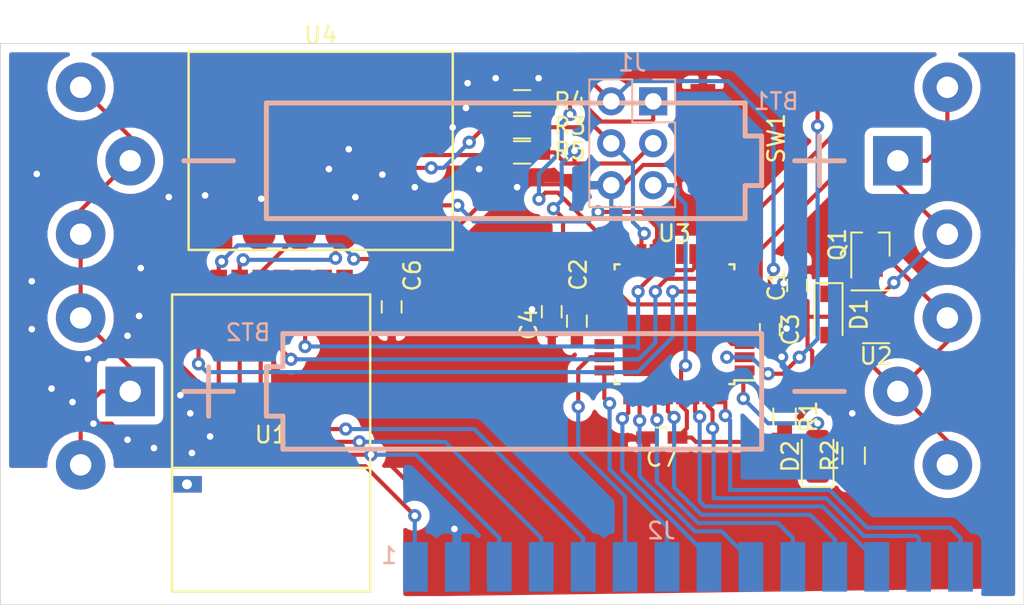
<source format=kicad_pcb>
(kicad_pcb (version 20171130) (host pcbnew 5.1.6-c6e7f7d~86~ubuntu19.10.1)

  (general
    (thickness 1.6)
    (drawings 4)
    (tracks 531)
    (zones 0)
    (modules 23)
    (nets 38)
  )

  (page A4)
  (layers
    (0 F.Cu signal)
    (31 B.Cu signal)
    (32 B.Adhes user)
    (33 F.Adhes user)
    (34 B.Paste user)
    (35 F.Paste user)
    (36 B.SilkS user)
    (37 F.SilkS user)
    (38 B.Mask user)
    (39 F.Mask user)
    (40 Dwgs.User user)
    (41 Cmts.User user)
    (42 Eco1.User user)
    (43 Eco2.User user)
    (44 Edge.Cuts user)
    (45 Margin user)
    (46 B.CrtYd user)
    (47 F.CrtYd user)
    (48 B.Fab user)
    (49 F.Fab user)
  )

  (setup
    (last_trace_width 0.25)
    (trace_clearance 0.25)
    (zone_clearance 0.508)
    (zone_45_only no)
    (trace_min 0.25)
    (via_size 0.8)
    (via_drill 0.4)
    (via_min_size 0.4)
    (via_min_drill 0.3)
    (uvia_size 0.3)
    (uvia_drill 0.1)
    (uvias_allowed no)
    (uvia_min_size 0.2)
    (uvia_min_drill 0.1)
    (edge_width 0.05)
    (segment_width 0.2)
    (pcb_text_width 0.3)
    (pcb_text_size 1.5 1.5)
    (mod_edge_width 0.12)
    (mod_text_size 1 1)
    (mod_text_width 0.15)
    (pad_size 1.524 1.524)
    (pad_drill 0.762)
    (pad_to_mask_clearance 0.051)
    (solder_mask_min_width 0.25)
    (aux_axis_origin 0 0)
    (visible_elements FFFFFF7F)
    (pcbplotparams
      (layerselection 0x010fc_ffffffff)
      (usegerberextensions false)
      (usegerberattributes false)
      (usegerberadvancedattributes false)
      (creategerberjobfile false)
      (excludeedgelayer false)
      (linewidth 0.100000)
      (plotframeref false)
      (viasonmask false)
      (mode 1)
      (useauxorigin false)
      (hpglpennumber 1)
      (hpglpenspeed 20)
      (hpglpendiameter 15.000000)
      (psnegative false)
      (psa4output false)
      (plotreference true)
      (plotvalue true)
      (plotinvisibletext false)
      (padsonsilk false)
      (subtractmaskfromsilk false)
      (outputformat 1)
      (mirror false)
      (drillshape 0)
      (scaleselection 1)
      (outputdirectory "gerber_files/"))
  )

  (net 0 "")
  (net 1 VCC)
  (net 2 "Net-(BT1-Pad2)")
  (net 3 "Net-(BT2-Pad2)")
  (net 4 GND)
  (net 5 "Net-(C2-Pad1)")
  (net 6 Reset)
  (net 7 "Net-(D1-Pad1)")
  (net 8 ISP_MISO)
  (net 9 ISP_SCK)
  (net 10 MOSI)
  (net 11 MISO)
  (net 12 SCK)
  (net 13 CE)
  (net 14 NRF24_CS)
  (net 15 IRQ)
  (net 16 "Net-(U2-Pad6)")
  (net 17 "Net-(U2-Pad4)")
  (net 18 "Net-(U3-Pad22)")
  (net 19 "Net-(U3-Pad19)")
  (net 20 BME280_CS)
  (net 21 "Net-(U3-Pad12)")
  (net 22 PC0)
  (net 23 PC1)
  (net 24 PC2)
  (net 25 PC3)
  (net 26 PC4)
  (net 27 PC5)
  (net 28 PD0)
  (net 29 PD1)
  (net 30 PD2)
  (net 31 "Net-(U3-Pad13)")
  (net 32 ISP_MOSI)
  (net 33 pin_prog_1)
  (net 34 pin_prog_3)
  (net 35 pin_prog_2)
  (net 36 LED)
  (net 37 "Net-(D2-Pad1)")

  (net_class Default "This is the default net class."
    (clearance 0.25)
    (trace_width 0.25)
    (via_dia 0.8)
    (via_drill 0.4)
    (uvia_dia 0.3)
    (uvia_drill 0.1)
    (diff_pair_width 0.25)
    (diff_pair_gap 0.25)
    (add_net BME280_CS)
    (add_net CE)
    (add_net GND)
    (add_net IRQ)
    (add_net ISP_MISO)
    (add_net ISP_MOSI)
    (add_net ISP_SCK)
    (add_net LED)
    (add_net MISO)
    (add_net MOSI)
    (add_net NRF24_CS)
    (add_net "Net-(BT1-Pad2)")
    (add_net "Net-(BT2-Pad2)")
    (add_net "Net-(C2-Pad1)")
    (add_net "Net-(D1-Pad1)")
    (add_net "Net-(D2-Pad1)")
    (add_net "Net-(U2-Pad4)")
    (add_net "Net-(U2-Pad6)")
    (add_net "Net-(U3-Pad12)")
    (add_net "Net-(U3-Pad13)")
    (add_net "Net-(U3-Pad19)")
    (add_net "Net-(U3-Pad22)")
    (add_net PC0)
    (add_net PC1)
    (add_net PC2)
    (add_net PC3)
    (add_net PC4)
    (add_net PC5)
    (add_net PD0)
    (add_net PD1)
    (add_net PD2)
    (add_net Reset)
    (add_net SCK)
    (add_net VCC)
    (add_net pin_prog_1)
    (add_net pin_prog_2)
    (add_net pin_prog_3)
  )

  (module footprints:aaa_holder_keystone_591+597 (layer B.Cu) (tedit 5E7A314B) (tstamp 5EBFA3D1)
    (at 118.11 38.1)
    (descr "Footprint for a AAA-battery holder using the Keystone 591 and 597")
    (path /5E5BF5B4)
    (fp_text reference BT1 (at 15.89 -3.6) (layer B.SilkS)
      (effects (font (size 1 1) (thickness 0.15)) (justify mirror))
    )
    (fp_text value "AAA battery" (at 0 -8.89) (layer B.Fab)
      (effects (font (size 1 1) (thickness 0.15)) (justify mirror))
    )
    (fp_line (start 29.75 5.5) (end -29.75 5.5) (layer B.CrtYd) (width 0.12))
    (fp_line (start 29.75 -5.5) (end 29.75 5.5) (layer B.CrtYd) (width 0.12))
    (fp_line (start -29.75 -5.5) (end 29.75 -5.5) (layer B.CrtYd) (width 0.12))
    (fp_line (start -29.75 5.5) (end -29.75 -5.5) (layer B.CrtYd) (width 0.12))
    (fp_line (start 15 1.5) (end 14 1.5) (layer B.SilkS) (width 0.3))
    (fp_line (start 14 1.5) (end 14 3.5) (layer B.SilkS) (width 0.3))
    (fp_line (start 14 3.5) (end -15 3.5) (layer B.SilkS) (width 0.3))
    (fp_line (start -15 3.5) (end -15 -3.5) (layer B.SilkS) (width 0.3))
    (fp_line (start -15 -3.5) (end 14 -3.5) (layer B.SilkS) (width 0.3))
    (fp_line (start 14 -3.5) (end 14 -1.5) (layer B.SilkS) (width 0.3))
    (fp_line (start 14 -1.5) (end 15 -1.5) (layer B.SilkS) (width 0.3))
    (fp_line (start 15 -1.5) (end 15 1.5) (layer B.SilkS) (width 0.3))
    (fp_line (start 20 0) (end 17 0) (layer B.SilkS) (width 0.3))
    (fp_line (start 18.5 1.5) (end 18.5 -1.5) (layer B.SilkS) (width 0.3))
    (fp_line (start -17 0) (end -20 0) (layer B.SilkS) (width 0.3))
    (pad 1 thru_hole circle (at 26.25 -4.45) (size 3 3) (drill 1.3) (layers *.Cu *.Mask)
      (net 1 VCC))
    (pad 1 thru_hole circle (at 26.25 4.45) (size 3 3) (drill 1.3) (layers *.Cu *.Mask)
      (net 1 VCC))
    (pad 2 thru_hole circle (at -26.25 -4.45) (size 3 3) (drill 1.3) (layers *.Cu *.Mask)
      (net 2 "Net-(BT1-Pad2)"))
    (pad 2 thru_hole circle (at -26.25 4.45) (size 3 3) (drill 1.3) (layers *.Cu *.Mask)
      (net 2 "Net-(BT1-Pad2)"))
    (pad 2 thru_hole circle (at -23.25 0) (size 3 3) (drill 1.3) (layers *.Cu *.Mask)
      (net 2 "Net-(BT1-Pad2)"))
    (pad 1 thru_hole rect (at 23.25 0) (size 3 3) (drill 1.3) (layers *.Cu *.Mask)
      (net 1 VCC))
  )

  (module footprints:Pin_Header_Side_1x14_Pitch2.54mm_SMD (layer B.Cu) (tedit 5E7A229D) (tstamp 5EBFA331)
    (at 128.65 62.7)
    (path /5E93123D)
    (fp_text reference J2 (at -1.61 -2.19) (layer B.SilkS)
      (effects (font (size 1 1) (thickness 0.15)) (justify mirror))
    )
    (fp_text value Conn_01x14 (at 0 -2.54) (layer B.Fab)
      (effects (font (size 1 1) (thickness 0.15)) (justify mirror))
    )
    (fp_text user 1 (at -18.11 -0.69) (layer B.SilkS)
      (effects (font (size 1 1) (thickness 0.15)) (justify mirror))
    )
    (pad 1 smd rect (at -16.51 0) (size 1.5 3) (layers B.Cu B.Paste B.Mask)
      (net 1 VCC))
    (pad 2 smd rect (at -13.97 0) (size 1.5 3) (layers B.Cu B.Paste B.Mask)
      (net 4 GND))
    (pad 3 smd rect (at -11.43 0) (size 1.5 3) (layers B.Cu B.Paste B.Mask)
      (net 11 MISO))
    (pad 4 smd rect (at -8.89 0) (size 1.5 3) (layers B.Cu B.Paste B.Mask)
      (net 10 MOSI))
    (pad 5 smd rect (at -6.35 0) (size 1.5 3) (layers B.Cu B.Paste B.Mask)
      (net 12 SCK))
    (pad 6 smd rect (at -3.81 0) (size 1.5 3) (layers B.Cu B.Paste B.Mask)
      (net 22 PC0))
    (pad 7 smd rect (at -1.27 0) (size 1.5 3) (layers B.Cu B.Paste B.Mask)
      (net 23 PC1))
    (pad 8 smd rect (at 1.27 0) (size 1.5 3) (layers B.Cu B.Paste B.Mask)
      (net 24 PC2))
    (pad 9 smd rect (at 3.81 0) (size 1.5 3) (layers B.Cu B.Paste B.Mask)
      (net 25 PC3))
    (pad 10 smd rect (at 6.35 0) (size 1.5 3) (layers B.Cu B.Paste B.Mask)
      (net 26 PC4))
    (pad 11 smd rect (at 8.89 0) (size 1.5 3) (layers B.Cu B.Paste B.Mask)
      (net 27 PC5))
    (pad 12 smd rect (at 11.43 0) (size 1.5 3) (layers B.Cu B.Paste B.Mask)
      (net 28 PD0))
    (pad 13 smd rect (at 13.97 0) (size 1.5 3) (layers B.Cu B.Paste B.Mask)
      (net 29 PD1))
    (pad 14 smd rect (at 16.51 0) (size 1.5 3) (layers B.Cu B.Paste B.Mask)
      (net 30 PD2))
  )

  (module Housings_QFP:LQFP-32_7x7mm_Pitch0.8mm (layer F.Cu) (tedit 54130A77) (tstamp 5E7A7954)
    (at 127.83 48 180)
    (descr "LQFP32: plastic low profile quad flat package; 32 leads; body 7 x 7 x 1.4 mm (see NXP sot358-1_po.pdf and sot358-1_fr.pdf)")
    (tags "QFP 0.8")
    (path /5E857B8D)
    (attr smd)
    (fp_text reference U3 (at 0 5.5) (layer F.SilkS)
      (effects (font (size 1 1) (thickness 0.15)))
    )
    (fp_text value ATmega48PA-AU (at 0 5.85) (layer F.Fab)
      (effects (font (size 1 1) (thickness 0.15)))
    )
    (fp_line (start -3.625 -3.4) (end -4.85 -3.4) (layer F.SilkS) (width 0.15))
    (fp_line (start 3.625 -3.625) (end 3.325 -3.625) (layer F.SilkS) (width 0.15))
    (fp_line (start 3.625 3.625) (end 3.325 3.625) (layer F.SilkS) (width 0.15))
    (fp_line (start -3.625 3.625) (end -3.325 3.625) (layer F.SilkS) (width 0.15))
    (fp_line (start -3.625 -3.625) (end -3.325 -3.625) (layer F.SilkS) (width 0.15))
    (fp_line (start -3.625 3.625) (end -3.625 3.325) (layer F.SilkS) (width 0.15))
    (fp_line (start 3.625 3.625) (end 3.625 3.325) (layer F.SilkS) (width 0.15))
    (fp_line (start 3.625 -3.625) (end 3.625 -3.325) (layer F.SilkS) (width 0.15))
    (fp_line (start -3.625 -3.625) (end -3.625 -3.4) (layer F.SilkS) (width 0.15))
    (fp_line (start -5.1 5.1) (end 5.1 5.1) (layer F.CrtYd) (width 0.05))
    (fp_line (start -5.1 -5.1) (end 5.1 -5.1) (layer F.CrtYd) (width 0.05))
    (fp_line (start 5.1 -5.1) (end 5.1 5.1) (layer F.CrtYd) (width 0.05))
    (fp_line (start -5.1 -5.1) (end -5.1 5.1) (layer F.CrtYd) (width 0.05))
    (fp_line (start -3.5 -2.5) (end -2.5 -3.5) (layer F.Fab) (width 0.15))
    (fp_line (start -3.5 3.5) (end -3.5 -2.5) (layer F.Fab) (width 0.15))
    (fp_line (start 3.5 3.5) (end -3.5 3.5) (layer F.Fab) (width 0.15))
    (fp_line (start 3.5 -3.5) (end 3.5 3.5) (layer F.Fab) (width 0.15))
    (fp_line (start -2.5 -3.5) (end 3.5 -3.5) (layer F.Fab) (width 0.15))
    (fp_text user %R (at 0 0) (layer F.Fab)
      (effects (font (size 1 1) (thickness 0.15)))
    )
    (pad 1 smd rect (at -4.25 -2.8 180) (size 1.2 0.6) (layers F.Cu F.Paste F.Mask)
      (net 36 LED))
    (pad 2 smd rect (at -4.25 -2 180) (size 1.2 0.6) (layers F.Cu F.Paste F.Mask)
      (net 34 pin_prog_3))
    (pad 3 smd rect (at -4.25 -1.2 180) (size 1.2 0.6) (layers F.Cu F.Paste F.Mask)
      (net 4 GND))
    (pad 4 smd rect (at -4.25 -0.4 180) (size 1.2 0.6) (layers F.Cu F.Paste F.Mask)
      (net 1 VCC))
    (pad 5 smd rect (at -4.25 0.4 180) (size 1.2 0.6) (layers F.Cu F.Paste F.Mask)
      (net 4 GND))
    (pad 6 smd rect (at -4.25 1.2 180) (size 1.2 0.6) (layers F.Cu F.Paste F.Mask)
      (net 1 VCC))
    (pad 7 smd rect (at -4.25 2 180) (size 1.2 0.6) (layers F.Cu F.Paste F.Mask)
      (net 33 pin_prog_1))
    (pad 8 smd rect (at -4.25 2.8 180) (size 1.2 0.6) (layers F.Cu F.Paste F.Mask)
      (net 35 pin_prog_2))
    (pad 9 smd rect (at -2.8 4.25 270) (size 1.2 0.6) (layers F.Cu F.Paste F.Mask)
      (net 15 IRQ))
    (pad 10 smd rect (at -2 4.25 270) (size 1.2 0.6) (layers F.Cu F.Paste F.Mask)
      (net 14 NRF24_CS))
    (pad 11 smd rect (at -1.2 4.25 270) (size 1.2 0.6) (layers F.Cu F.Paste F.Mask)
      (net 13 CE))
    (pad 12 smd rect (at -0.4 4.25 270) (size 1.2 0.6) (layers F.Cu F.Paste F.Mask)
      (net 21 "Net-(U3-Pad12)"))
    (pad 13 smd rect (at 0.4 4.25 270) (size 1.2 0.6) (layers F.Cu F.Paste F.Mask)
      (net 31 "Net-(U3-Pad13)"))
    (pad 14 smd rect (at 1.2 4.25 270) (size 1.2 0.6) (layers F.Cu F.Paste F.Mask)
      (net 20 BME280_CS))
    (pad 15 smd rect (at 2 4.25 270) (size 1.2 0.6) (layers F.Cu F.Paste F.Mask)
      (net 32 ISP_MOSI))
    (pad 16 smd rect (at 2.8 4.25 270) (size 1.2 0.6) (layers F.Cu F.Paste F.Mask)
      (net 8 ISP_MISO))
    (pad 17 smd rect (at 4.25 2.8 180) (size 1.2 0.6) (layers F.Cu F.Paste F.Mask)
      (net 9 ISP_SCK))
    (pad 18 smd rect (at 4.25 2 180) (size 1.2 0.6) (layers F.Cu F.Paste F.Mask)
      (net 1 VCC))
    (pad 19 smd rect (at 4.25 1.2 180) (size 1.2 0.6) (layers F.Cu F.Paste F.Mask)
      (net 19 "Net-(U3-Pad19)"))
    (pad 20 smd rect (at 4.25 0.4 180) (size 1.2 0.6) (layers F.Cu F.Paste F.Mask)
      (net 5 "Net-(C2-Pad1)"))
    (pad 21 smd rect (at 4.25 -0.4 180) (size 1.2 0.6) (layers F.Cu F.Paste F.Mask)
      (net 4 GND))
    (pad 22 smd rect (at 4.25 -1.2 180) (size 1.2 0.6) (layers F.Cu F.Paste F.Mask)
      (net 18 "Net-(U3-Pad22)"))
    (pad 23 smd rect (at 4.25 -2 180) (size 1.2 0.6) (layers F.Cu F.Paste F.Mask)
      (net 22 PC0))
    (pad 24 smd rect (at 4.25 -2.8 180) (size 1.2 0.6) (layers F.Cu F.Paste F.Mask)
      (net 23 PC1))
    (pad 25 smd rect (at 2.8 -4.25 270) (size 1.2 0.6) (layers F.Cu F.Paste F.Mask)
      (net 24 PC2))
    (pad 26 smd rect (at 2 -4.25 270) (size 1.2 0.6) (layers F.Cu F.Paste F.Mask)
      (net 25 PC3))
    (pad 27 smd rect (at 1.2 -4.25 270) (size 1.2 0.6) (layers F.Cu F.Paste F.Mask)
      (net 26 PC4))
    (pad 28 smd rect (at 0.4 -4.25 270) (size 1.2 0.6) (layers F.Cu F.Paste F.Mask)
      (net 27 PC5))
    (pad 29 smd rect (at -0.4 -4.25 270) (size 1.2 0.6) (layers F.Cu F.Paste F.Mask)
      (net 6 Reset))
    (pad 30 smd rect (at -1.2 -4.25 270) (size 1.2 0.6) (layers F.Cu F.Paste F.Mask)
      (net 28 PD0))
    (pad 31 smd rect (at -2 -4.25 270) (size 1.2 0.6) (layers F.Cu F.Paste F.Mask)
      (net 29 PD1))
    (pad 32 smd rect (at -2.8 -4.25 270) (size 1.2 0.6) (layers F.Cu F.Paste F.Mask)
      (net 30 PD2))
    (model ${KISYS3DMOD}/Housings_QFP.3dshapes/LQFP-32_7x7mm_Pitch0.8mm.wrl
      (at (xyz 0 0 0))
      (scale (xyz 1 1 1))
      (rotate (xyz 0 0 0))
    )
  )

  (module Capacitors_SMD:C_0603_HandSoldering (layer F.Cu) (tedit 58AA848B) (tstamp 5E7A2D4B)
    (at 135.255 45.654 90)
    (descr "Capacitor SMD 0603, hand soldering")
    (tags "capacitor 0603")
    (path /5E5D6526)
    (attr smd)
    (fp_text reference C1 (at 0 -1.25 90) (layer F.SilkS)
      (effects (font (size 1 1) (thickness 0.15)))
    )
    (fp_text value 10uF (at 0 1.5 90) (layer F.Fab)
      (effects (font (size 1 1) (thickness 0.15)))
    )
    (fp_line (start 1.8 0.65) (end -1.8 0.65) (layer F.CrtYd) (width 0.05))
    (fp_line (start 1.8 0.65) (end 1.8 -0.65) (layer F.CrtYd) (width 0.05))
    (fp_line (start -1.8 -0.65) (end -1.8 0.65) (layer F.CrtYd) (width 0.05))
    (fp_line (start -1.8 -0.65) (end 1.8 -0.65) (layer F.CrtYd) (width 0.05))
    (fp_line (start 0.35 0.6) (end -0.35 0.6) (layer F.SilkS) (width 0.12))
    (fp_line (start -0.35 -0.6) (end 0.35 -0.6) (layer F.SilkS) (width 0.12))
    (fp_line (start -0.8 -0.4) (end 0.8 -0.4) (layer F.Fab) (width 0.1))
    (fp_line (start 0.8 -0.4) (end 0.8 0.4) (layer F.Fab) (width 0.1))
    (fp_line (start 0.8 0.4) (end -0.8 0.4) (layer F.Fab) (width 0.1))
    (fp_line (start -0.8 0.4) (end -0.8 -0.4) (layer F.Fab) (width 0.1))
    (fp_text user %R (at 0 -1.25 90) (layer F.Fab)
      (effects (font (size 1 1) (thickness 0.15)))
    )
    (pad 1 smd rect (at -0.95 0 90) (size 1.2 0.75) (layers F.Cu F.Paste F.Mask)
      (net 1 VCC))
    (pad 2 smd rect (at 0.95 0 90) (size 1.2 0.75) (layers F.Cu F.Paste F.Mask)
      (net 4 GND))
    (model Capacitors_SMD.3dshapes/C_0603.wrl
      (at (xyz 0 0 0))
      (scale (xyz 1 1 1))
      (rotate (xyz 0 0 0))
    )
  )

  (module Capacitors_SMD:C_0603_HandSoldering (layer F.Cu) (tedit 58AA848B) (tstamp 5E7A79E8)
    (at 121.92 47.813 270)
    (descr "Capacitor SMD 0603, hand soldering")
    (tags "capacitor 0603")
    (path /5E863B11)
    (attr smd)
    (fp_text reference C2 (at -2.813 -0.08 90) (layer F.SilkS)
      (effects (font (size 1 1) (thickness 0.15)))
    )
    (fp_text value 100n (at 0 1.5 90) (layer F.Fab)
      (effects (font (size 1 1) (thickness 0.15)))
    )
    (fp_line (start 1.8 0.65) (end -1.8 0.65) (layer F.CrtYd) (width 0.05))
    (fp_line (start 1.8 0.65) (end 1.8 -0.65) (layer F.CrtYd) (width 0.05))
    (fp_line (start -1.8 -0.65) (end -1.8 0.65) (layer F.CrtYd) (width 0.05))
    (fp_line (start -1.8 -0.65) (end 1.8 -0.65) (layer F.CrtYd) (width 0.05))
    (fp_line (start 0.35 0.6) (end -0.35 0.6) (layer F.SilkS) (width 0.12))
    (fp_line (start -0.35 -0.6) (end 0.35 -0.6) (layer F.SilkS) (width 0.12))
    (fp_line (start -0.8 -0.4) (end 0.8 -0.4) (layer F.Fab) (width 0.1))
    (fp_line (start 0.8 -0.4) (end 0.8 0.4) (layer F.Fab) (width 0.1))
    (fp_line (start 0.8 0.4) (end -0.8 0.4) (layer F.Fab) (width 0.1))
    (fp_line (start -0.8 0.4) (end -0.8 -0.4) (layer F.Fab) (width 0.1))
    (fp_text user %R (at -2.813 -0.08 90) (layer F.Fab)
      (effects (font (size 1 1) (thickness 0.15)))
    )
    (pad 1 smd rect (at -0.95 0 270) (size 1.2 0.75) (layers F.Cu F.Paste F.Mask)
      (net 5 "Net-(C2-Pad1)"))
    (pad 2 smd rect (at 0.95 0 270) (size 1.2 0.75) (layers F.Cu F.Paste F.Mask)
      (net 4 GND))
    (model Capacitors_SMD.3dshapes/C_0603.wrl
      (at (xyz 0 0 0))
      (scale (xyz 1 1 1))
      (rotate (xyz 0 0 0))
    )
  )

  (module Capacitors_SMD:C_0603_HandSoldering (layer F.Cu) (tedit 58AA848B) (tstamp 5E7B0144)
    (at 133.604 48.326 270)
    (descr "Capacitor SMD 0603, hand soldering")
    (tags "capacitor 0603")
    (path /5E888344)
    (attr smd)
    (fp_text reference C3 (at 0 -1.25 90) (layer F.SilkS)
      (effects (font (size 1 1) (thickness 0.15)))
    )
    (fp_text value 100n (at 0 1.5 90) (layer F.Fab)
      (effects (font (size 1 1) (thickness 0.15)))
    )
    (fp_line (start 1.8 0.65) (end -1.8 0.65) (layer F.CrtYd) (width 0.05))
    (fp_line (start 1.8 0.65) (end 1.8 -0.65) (layer F.CrtYd) (width 0.05))
    (fp_line (start -1.8 -0.65) (end -1.8 0.65) (layer F.CrtYd) (width 0.05))
    (fp_line (start -1.8 -0.65) (end 1.8 -0.65) (layer F.CrtYd) (width 0.05))
    (fp_line (start 0.35 0.6) (end -0.35 0.6) (layer F.SilkS) (width 0.12))
    (fp_line (start -0.35 -0.6) (end 0.35 -0.6) (layer F.SilkS) (width 0.12))
    (fp_line (start -0.8 -0.4) (end 0.8 -0.4) (layer F.Fab) (width 0.1))
    (fp_line (start 0.8 -0.4) (end 0.8 0.4) (layer F.Fab) (width 0.1))
    (fp_line (start 0.8 0.4) (end -0.8 0.4) (layer F.Fab) (width 0.1))
    (fp_line (start -0.8 0.4) (end -0.8 -0.4) (layer F.Fab) (width 0.1))
    (fp_text user %R (at 0 -1.25 90) (layer F.Fab)
      (effects (font (size 1 1) (thickness 0.15)))
    )
    (pad 1 smd rect (at -0.95 0 270) (size 1.2 0.75) (layers F.Cu F.Paste F.Mask)
      (net 1 VCC))
    (pad 2 smd rect (at 0.95 0 270) (size 1.2 0.75) (layers F.Cu F.Paste F.Mask)
      (net 4 GND))
    (model Capacitors_SMD.3dshapes/C_0603.wrl
      (at (xyz 0 0 0))
      (scale (xyz 1 1 1))
      (rotate (xyz 0 0 0))
    )
  )

  (module Capacitors_SMD:C_0603_HandSoldering (layer F.Cu) (tedit 58AA848B) (tstamp 5E7A143B)
    (at 110.7 46.95 270)
    (descr "Capacitor SMD 0603, hand soldering")
    (tags "capacitor 0603")
    (path /5E588ABC)
    (attr smd)
    (fp_text reference C6 (at -1.902 -1.25 90) (layer F.SilkS)
      (effects (font (size 1 1) (thickness 0.15)))
    )
    (fp_text value 10u (at 0 1.5 90) (layer F.Fab)
      (effects (font (size 1 1) (thickness 0.15)))
    )
    (fp_line (start 1.8 0.65) (end -1.8 0.65) (layer F.CrtYd) (width 0.05))
    (fp_line (start 1.8 0.65) (end 1.8 -0.65) (layer F.CrtYd) (width 0.05))
    (fp_line (start -1.8 -0.65) (end -1.8 0.65) (layer F.CrtYd) (width 0.05))
    (fp_line (start -1.8 -0.65) (end 1.8 -0.65) (layer F.CrtYd) (width 0.05))
    (fp_line (start 0.35 0.6) (end -0.35 0.6) (layer F.SilkS) (width 0.12))
    (fp_line (start -0.35 -0.6) (end 0.35 -0.6) (layer F.SilkS) (width 0.12))
    (fp_line (start -0.8 -0.4) (end 0.8 -0.4) (layer F.Fab) (width 0.1))
    (fp_line (start 0.8 -0.4) (end 0.8 0.4) (layer F.Fab) (width 0.1))
    (fp_line (start 0.8 0.4) (end -0.8 0.4) (layer F.Fab) (width 0.1))
    (fp_line (start -0.8 0.4) (end -0.8 -0.4) (layer F.Fab) (width 0.1))
    (fp_text user %R (at -1.902 -1.25 90) (layer F.Fab)
      (effects (font (size 1 1) (thickness 0.15)))
    )
    (pad 1 smd rect (at -0.95 0 270) (size 1.2 0.75) (layers F.Cu F.Paste F.Mask)
      (net 1 VCC))
    (pad 2 smd rect (at 0.95 0 270) (size 1.2 0.75) (layers F.Cu F.Paste F.Mask)
      (net 4 GND))
    (model Capacitors_SMD.3dshapes/C_0603.wrl
      (at (xyz 0 0 0))
      (scale (xyz 1 1 1))
      (rotate (xyz 0 0 0))
    )
  )

  (module Capacitors_SMD:C_0603_HandSoldering (layer F.Cu) (tedit 58AA848B) (tstamp 5E7A144C)
    (at 127.066 54.864 180)
    (descr "Capacitor SMD 0603, hand soldering")
    (tags "capacitor 0603")
    (path /5E81E0CA)
    (attr smd)
    (fp_text reference C7 (at 0 -1.25) (layer F.SilkS)
      (effects (font (size 1 1) (thickness 0.15)))
    )
    (fp_text value 100n (at 0 1.5) (layer F.Fab)
      (effects (font (size 1 1) (thickness 0.15)))
    )
    (fp_line (start 1.8 0.65) (end -1.8 0.65) (layer F.CrtYd) (width 0.05))
    (fp_line (start 1.8 0.65) (end 1.8 -0.65) (layer F.CrtYd) (width 0.05))
    (fp_line (start -1.8 -0.65) (end -1.8 0.65) (layer F.CrtYd) (width 0.05))
    (fp_line (start -1.8 -0.65) (end 1.8 -0.65) (layer F.CrtYd) (width 0.05))
    (fp_line (start 0.35 0.6) (end -0.35 0.6) (layer F.SilkS) (width 0.12))
    (fp_line (start -0.35 -0.6) (end 0.35 -0.6) (layer F.SilkS) (width 0.12))
    (fp_line (start -0.8 -0.4) (end 0.8 -0.4) (layer F.Fab) (width 0.1))
    (fp_line (start 0.8 -0.4) (end 0.8 0.4) (layer F.Fab) (width 0.1))
    (fp_line (start 0.8 0.4) (end -0.8 0.4) (layer F.Fab) (width 0.1))
    (fp_line (start -0.8 0.4) (end -0.8 -0.4) (layer F.Fab) (width 0.1))
    (fp_text user %R (at 0 -1.25) (layer F.Fab)
      (effects (font (size 1 1) (thickness 0.15)))
    )
    (pad 1 smd rect (at -0.95 0 180) (size 1.2 0.75) (layers F.Cu F.Paste F.Mask)
      (net 6 Reset))
    (pad 2 smd rect (at 0.95 0 180) (size 1.2 0.75) (layers F.Cu F.Paste F.Mask)
      (net 4 GND))
    (model Capacitors_SMD.3dshapes/C_0603.wrl
      (at (xyz 0 0 0))
      (scale (xyz 1 1 1))
      (rotate (xyz 0 0 0))
    )
  )

  (module Pin_Headers:Pin_Header_Straight_2x03_Pitch2.54mm (layer B.Cu) (tedit 59650532) (tstamp 5E7A8215)
    (at 126.54 34.5 180)
    (descr "Through hole straight pin header, 2x03, 2.54mm pitch, double rows")
    (tags "Through hole pin header THT 2x03 2.54mm double row")
    (path /5E81C273)
    (fp_text reference J1 (at 1.27 2.33) (layer B.SilkS)
      (effects (font (size 1 1) (thickness 0.15)) (justify mirror))
    )
    (fp_text value Conn_02x03_Odd_Even (at 1.27 -7.41) (layer B.Fab)
      (effects (font (size 1 1) (thickness 0.15)) (justify mirror))
    )
    (fp_line (start 4.35 1.8) (end -1.8 1.8) (layer B.CrtYd) (width 0.05))
    (fp_line (start 4.35 -6.85) (end 4.35 1.8) (layer B.CrtYd) (width 0.05))
    (fp_line (start -1.8 -6.85) (end 4.35 -6.85) (layer B.CrtYd) (width 0.05))
    (fp_line (start -1.8 1.8) (end -1.8 -6.85) (layer B.CrtYd) (width 0.05))
    (fp_line (start -1.33 1.33) (end 0 1.33) (layer B.SilkS) (width 0.12))
    (fp_line (start -1.33 0) (end -1.33 1.33) (layer B.SilkS) (width 0.12))
    (fp_line (start 1.27 1.33) (end 3.87 1.33) (layer B.SilkS) (width 0.12))
    (fp_line (start 1.27 -1.27) (end 1.27 1.33) (layer B.SilkS) (width 0.12))
    (fp_line (start -1.33 -1.27) (end 1.27 -1.27) (layer B.SilkS) (width 0.12))
    (fp_line (start 3.87 1.33) (end 3.87 -6.41) (layer B.SilkS) (width 0.12))
    (fp_line (start -1.33 -1.27) (end -1.33 -6.41) (layer B.SilkS) (width 0.12))
    (fp_line (start -1.33 -6.41) (end 3.87 -6.41) (layer B.SilkS) (width 0.12))
    (fp_line (start -1.27 0) (end 0 1.27) (layer B.Fab) (width 0.1))
    (fp_line (start -1.27 -6.35) (end -1.27 0) (layer B.Fab) (width 0.1))
    (fp_line (start 3.81 -6.35) (end -1.27 -6.35) (layer B.Fab) (width 0.1))
    (fp_line (start 3.81 1.27) (end 3.81 -6.35) (layer B.Fab) (width 0.1))
    (fp_line (start 0 1.27) (end 3.81 1.27) (layer B.Fab) (width 0.1))
    (fp_text user %R (at 1.27 -2.54 180) (layer B.Fab)
      (effects (font (size 1 1) (thickness 0.15)) (justify mirror))
    )
    (pad 1 thru_hole rect (at 0 0 180) (size 1.7 1.7) (drill 1) (layers *.Cu *.Mask)
      (net 8 ISP_MISO))
    (pad 2 thru_hole oval (at 2.54 0 180) (size 1.7 1.7) (drill 1) (layers *.Cu *.Mask)
      (net 1 VCC))
    (pad 3 thru_hole oval (at 0 -2.54 180) (size 1.7 1.7) (drill 1) (layers *.Cu *.Mask)
      (net 9 ISP_SCK))
    (pad 4 thru_hole oval (at 2.54 -2.54 180) (size 1.7 1.7) (drill 1) (layers *.Cu *.Mask)
      (net 32 ISP_MOSI))
    (pad 5 thru_hole oval (at 0 -5.08 180) (size 1.7 1.7) (drill 1) (layers *.Cu *.Mask)
      (net 6 Reset))
    (pad 6 thru_hole oval (at 2.54 -5.08 180) (size 1.7 1.7) (drill 1) (layers *.Cu *.Mask)
      (net 4 GND))
    (model ${KISYS3DMOD}/Pin_Headers.3dshapes/Pin_Header_Straight_2x03_Pitch2.54mm.wrl
      (at (xyz 0 0 0))
      (scale (xyz 1 1 1))
      (rotate (xyz 0 0 0))
    )
  )

  (module Resistors_SMD:R_0603_HandSoldering (layer F.Cu) (tedit 58E0A804) (tstamp 5E7A4C3D)
    (at 134.5 53.6 270)
    (descr "Resistor SMD 0603, hand soldering")
    (tags "resistor 0603")
    (path /5E8179ED)
    (attr smd)
    (fp_text reference R1 (at 0 -1.45 90) (layer F.SilkS)
      (effects (font (size 1 1) (thickness 0.15)))
    )
    (fp_text value 4k7 (at 0 1.55 90) (layer F.Fab)
      (effects (font (size 1 1) (thickness 0.15)))
    )
    (fp_line (start 1.95 0.7) (end -1.96 0.7) (layer F.CrtYd) (width 0.05))
    (fp_line (start 1.95 0.7) (end 1.95 -0.7) (layer F.CrtYd) (width 0.05))
    (fp_line (start -1.96 -0.7) (end -1.96 0.7) (layer F.CrtYd) (width 0.05))
    (fp_line (start -1.96 -0.7) (end 1.95 -0.7) (layer F.CrtYd) (width 0.05))
    (fp_line (start -0.5 -0.68) (end 0.5 -0.68) (layer F.SilkS) (width 0.12))
    (fp_line (start 0.5 0.68) (end -0.5 0.68) (layer F.SilkS) (width 0.12))
    (fp_line (start -0.8 -0.4) (end 0.8 -0.4) (layer F.Fab) (width 0.1))
    (fp_line (start 0.8 -0.4) (end 0.8 0.4) (layer F.Fab) (width 0.1))
    (fp_line (start 0.8 0.4) (end -0.8 0.4) (layer F.Fab) (width 0.1))
    (fp_line (start -0.8 0.4) (end -0.8 -0.4) (layer F.Fab) (width 0.1))
    (fp_text user %R (at 0 0 90) (layer F.Fab)
      (effects (font (size 0.4 0.4) (thickness 0.075)))
    )
    (pad 1 smd rect (at -1.1 0 270) (size 1.2 0.9) (layers F.Cu F.Paste F.Mask)
      (net 1 VCC))
    (pad 2 smd rect (at 1.1 0 270) (size 1.2 0.9) (layers F.Cu F.Paste F.Mask)
      (net 6 Reset))
    (model ${KISYS3DMOD}/Resistors_SMD.3dshapes/R_0603.wrl
      (at (xyz 0 0 0))
      (scale (xyz 1 1 1))
      (rotate (xyz 0 0 0))
    )
  )

  (module Resistors_SMD:R_0603_HandSoldering (layer F.Cu) (tedit 58E0A804) (tstamp 5E7A71E9)
    (at 118.6 36.068)
    (descr "Resistor SMD 0603, hand soldering")
    (tags "resistor 0603")
    (path /5E925192)
    (attr smd)
    (fp_text reference R3 (at 2.9 -0.068) (layer F.SilkS)
      (effects (font (size 1 1) (thickness 0.15)))
    )
    (fp_text value 330 (at 0 1.55) (layer F.Fab)
      (effects (font (size 1 1) (thickness 0.15)))
    )
    (fp_line (start 1.95 0.7) (end -1.96 0.7) (layer F.CrtYd) (width 0.05))
    (fp_line (start 1.95 0.7) (end 1.95 -0.7) (layer F.CrtYd) (width 0.05))
    (fp_line (start -1.96 -0.7) (end -1.96 0.7) (layer F.CrtYd) (width 0.05))
    (fp_line (start -1.96 -0.7) (end 1.95 -0.7) (layer F.CrtYd) (width 0.05))
    (fp_line (start -0.5 -0.68) (end 0.5 -0.68) (layer F.SilkS) (width 0.12))
    (fp_line (start 0.5 0.68) (end -0.5 0.68) (layer F.SilkS) (width 0.12))
    (fp_line (start -0.8 -0.4) (end 0.8 -0.4) (layer F.Fab) (width 0.1))
    (fp_line (start 0.8 -0.4) (end 0.8 0.4) (layer F.Fab) (width 0.1))
    (fp_line (start 0.8 0.4) (end -0.8 0.4) (layer F.Fab) (width 0.1))
    (fp_line (start -0.8 0.4) (end -0.8 -0.4) (layer F.Fab) (width 0.1))
    (fp_text user %R (at 0 0) (layer F.Fab)
      (effects (font (size 0.4 0.4) (thickness 0.075)))
    )
    (pad 1 smd rect (at -1.1 0) (size 1.2 0.9) (layers F.Cu F.Paste F.Mask)
      (net 10 MOSI))
    (pad 2 smd rect (at 1.1 0) (size 1.2 0.9) (layers F.Cu F.Paste F.Mask)
      (net 32 ISP_MOSI))
    (model ${KISYS3DMOD}/Resistors_SMD.3dshapes/R_0603.wrl
      (at (xyz 0 0 0))
      (scale (xyz 1 1 1))
      (rotate (xyz 0 0 0))
    )
  )

  (module Resistors_SMD:R_0603_HandSoldering (layer F.Cu) (tedit 58E0A804) (tstamp 5E7A3F13)
    (at 118.6 34.5)
    (descr "Resistor SMD 0603, hand soldering")
    (tags "resistor 0603")
    (path /5E92566D)
    (attr smd)
    (fp_text reference R4 (at 2.9 0) (layer F.SilkS)
      (effects (font (size 1 1) (thickness 0.15)))
    )
    (fp_text value 330 (at 0 1.55) (layer F.Fab)
      (effects (font (size 1 1) (thickness 0.15)))
    )
    (fp_line (start 1.95 0.7) (end -1.96 0.7) (layer F.CrtYd) (width 0.05))
    (fp_line (start 1.95 0.7) (end 1.95 -0.7) (layer F.CrtYd) (width 0.05))
    (fp_line (start -1.96 -0.7) (end -1.96 0.7) (layer F.CrtYd) (width 0.05))
    (fp_line (start -1.96 -0.7) (end 1.95 -0.7) (layer F.CrtYd) (width 0.05))
    (fp_line (start -0.5 -0.68) (end 0.5 -0.68) (layer F.SilkS) (width 0.12))
    (fp_line (start 0.5 0.68) (end -0.5 0.68) (layer F.SilkS) (width 0.12))
    (fp_line (start -0.8 -0.4) (end 0.8 -0.4) (layer F.Fab) (width 0.1))
    (fp_line (start 0.8 -0.4) (end 0.8 0.4) (layer F.Fab) (width 0.1))
    (fp_line (start 0.8 0.4) (end -0.8 0.4) (layer F.Fab) (width 0.1))
    (fp_line (start -0.8 0.4) (end -0.8 -0.4) (layer F.Fab) (width 0.1))
    (fp_text user %R (at 0 0) (layer F.Fab)
      (effects (font (size 0.4 0.4) (thickness 0.075)))
    )
    (pad 1 smd rect (at -1.1 0) (size 1.2 0.9) (layers F.Cu F.Paste F.Mask)
      (net 11 MISO))
    (pad 2 smd rect (at 1.1 0) (size 1.2 0.9) (layers F.Cu F.Paste F.Mask)
      (net 8 ISP_MISO))
    (model ${KISYS3DMOD}/Resistors_SMD.3dshapes/R_0603.wrl
      (at (xyz 0 0 0))
      (scale (xyz 1 1 1))
      (rotate (xyz 0 0 0))
    )
  )

  (module Resistors_SMD:R_0603_HandSoldering (layer F.Cu) (tedit 58E0A804) (tstamp 5E7A3F43)
    (at 118.6 37.592)
    (descr "Resistor SMD 0603, hand soldering")
    (tags "resistor 0603")
    (path /5E9299BA)
    (attr smd)
    (fp_text reference R5 (at 2.9 -0.092) (layer F.SilkS)
      (effects (font (size 1 1) (thickness 0.15)))
    )
    (fp_text value 330 (at 0 1.55) (layer F.Fab)
      (effects (font (size 1 1) (thickness 0.15)))
    )
    (fp_line (start 1.95 0.7) (end -1.96 0.7) (layer F.CrtYd) (width 0.05))
    (fp_line (start 1.95 0.7) (end 1.95 -0.7) (layer F.CrtYd) (width 0.05))
    (fp_line (start -1.96 -0.7) (end -1.96 0.7) (layer F.CrtYd) (width 0.05))
    (fp_line (start -1.96 -0.7) (end 1.95 -0.7) (layer F.CrtYd) (width 0.05))
    (fp_line (start -0.5 -0.68) (end 0.5 -0.68) (layer F.SilkS) (width 0.12))
    (fp_line (start 0.5 0.68) (end -0.5 0.68) (layer F.SilkS) (width 0.12))
    (fp_line (start -0.8 -0.4) (end 0.8 -0.4) (layer F.Fab) (width 0.1))
    (fp_line (start 0.8 -0.4) (end 0.8 0.4) (layer F.Fab) (width 0.1))
    (fp_line (start 0.8 0.4) (end -0.8 0.4) (layer F.Fab) (width 0.1))
    (fp_line (start -0.8 0.4) (end -0.8 -0.4) (layer F.Fab) (width 0.1))
    (fp_text user %R (at 0 0) (layer F.Fab)
      (effects (font (size 0.4 0.4) (thickness 0.075)))
    )
    (pad 1 smd rect (at -1.1 0) (size 1.2 0.9) (layers F.Cu F.Paste F.Mask)
      (net 12 SCK))
    (pad 2 smd rect (at 1.1 0) (size 1.2 0.9) (layers F.Cu F.Paste F.Mask)
      (net 9 ISP_SCK))
    (model ${KISYS3DMOD}/Resistors_SMD.3dshapes/R_0603.wrl
      (at (xyz 0 0 0))
      (scale (xyz 1 1 1))
      (rotate (xyz 0 0 0))
    )
  )

  (module Housings_SSOP:TSOP-5_1.65x3.05mm_Pitch0.95mm (layer F.Cu) (tedit 59EF70C1) (tstamp 5E7A2C89)
    (at 140.04 47.55)
    (descr "TSOP-5 package (comparable to TSOT-23), https://www.vishay.com/docs/71200/71200.pdf")
    (tags "Jedec MO-193C TSOP-5L")
    (path /5E8BAA55)
    (attr smd)
    (fp_text reference U2 (at 0 2.38) (layer F.SilkS)
      (effects (font (size 1 1) (thickness 0.15)))
    )
    (fp_text value BU4920G-TR (at 0 2.5) (layer F.Fab)
      (effects (font (size 1 1) (thickness 0.15)))
    )
    (fp_line (start 1.76 1.77) (end -1.76 1.77) (layer F.CrtYd) (width 0.05))
    (fp_line (start 1.76 1.77) (end 1.76 -1.78) (layer F.CrtYd) (width 0.05))
    (fp_line (start -1.76 -1.78) (end -1.76 1.77) (layer F.CrtYd) (width 0.05))
    (fp_line (start -1.76 -1.78) (end 1.76 -1.78) (layer F.CrtYd) (width 0.05))
    (fp_line (start 0.825 -1.525) (end 0.825 1.525) (layer F.Fab) (width 0.1))
    (fp_line (start 0.825 1.525) (end -0.825 1.525) (layer F.Fab) (width 0.1))
    (fp_line (start -0.825 -1.1) (end -0.825 1.525) (layer F.Fab) (width 0.1))
    (fp_line (start 0.825 -1.525) (end -0.425 -1.525) (layer F.Fab) (width 0.1))
    (fp_line (start -0.825 -1.1) (end -0.425 -1.525) (layer F.Fab) (width 0.1))
    (fp_line (start 0.8 -1.6) (end -1.5 -1.6) (layer F.SilkS) (width 0.12))
    (fp_line (start -0.8 1.6) (end 0.8 1.6) (layer F.SilkS) (width 0.12))
    (fp_text user %R (at 0 0 90) (layer F.Fab)
      (effects (font (size 0.5 0.5) (thickness 0.075)))
    )
    (pad 1 smd rect (at -1.16 -0.95) (size 0.7 0.51) (layers F.Cu F.Paste F.Mask)
      (net 7 "Net-(D1-Pad1)"))
    (pad 2 smd rect (at -1.16 0) (size 0.7 0.51) (layers F.Cu F.Paste F.Mask)
      (net 1 VCC))
    (pad 3 smd rect (at -1.16 0.95) (size 0.7 0.51) (layers F.Cu F.Paste F.Mask)
      (net 3 "Net-(BT2-Pad2)"))
    (pad 4 smd rect (at 1.16 0.95) (size 0.7 0.51) (layers F.Cu F.Paste F.Mask)
      (net 17 "Net-(U2-Pad4)"))
    (pad 6 smd rect (at 1.16 -0.95) (size 0.7 0.51) (layers F.Cu F.Paste F.Mask)
      (net 16 "Net-(U2-Pad6)"))
    (model ${KISYS3DMOD}/Housings_SSOP.3dshapes/TSOP-5_1.65x3.05mm_Pitch0.95mm.wrl
      (at (xyz 0 0 0))
      (scale (xyz 1 1 1))
      (rotate (xyz 0 0 0))
    )
  )

  (module Capacitors_SMD:C_0603_HandSoldering (layer F.Cu) (tedit 58AA848B) (tstamp 5E7A78A4)
    (at 120.396 47.244 270)
    (descr "Capacitor SMD 0603, hand soldering")
    (tags "capacitor 0603")
    (path /5E817D49)
    (attr smd)
    (fp_text reference C4 (at 0.756 1.396 90) (layer F.SilkS)
      (effects (font (size 1 1) (thickness 0.15)))
    )
    (fp_text value 100n (at 0 1.5 90) (layer F.Fab)
      (effects (font (size 1 1) (thickness 0.15)))
    )
    (fp_line (start 1.8 0.65) (end -1.8 0.65) (layer F.CrtYd) (width 0.05))
    (fp_line (start 1.8 0.65) (end 1.8 -0.65) (layer F.CrtYd) (width 0.05))
    (fp_line (start -1.8 -0.65) (end -1.8 0.65) (layer F.CrtYd) (width 0.05))
    (fp_line (start -1.8 -0.65) (end 1.8 -0.65) (layer F.CrtYd) (width 0.05))
    (fp_line (start 0.35 0.6) (end -0.35 0.6) (layer F.SilkS) (width 0.12))
    (fp_line (start -0.35 -0.6) (end 0.35 -0.6) (layer F.SilkS) (width 0.12))
    (fp_line (start -0.8 -0.4) (end 0.8 -0.4) (layer F.Fab) (width 0.1))
    (fp_line (start 0.8 -0.4) (end 0.8 0.4) (layer F.Fab) (width 0.1))
    (fp_line (start 0.8 0.4) (end -0.8 0.4) (layer F.Fab) (width 0.1))
    (fp_line (start -0.8 0.4) (end -0.8 -0.4) (layer F.Fab) (width 0.1))
    (fp_text user %R (at 0 -1.25 90) (layer F.Fab)
      (effects (font (size 1 1) (thickness 0.15)))
    )
    (pad 1 smd rect (at -0.95 0 270) (size 1.2 0.75) (layers F.Cu F.Paste F.Mask)
      (net 1 VCC))
    (pad 2 smd rect (at 0.95 0 270) (size 1.2 0.75) (layers F.Cu F.Paste F.Mask)
      (net 4 GND))
    (model Capacitors_SMD.3dshapes/C_0603.wrl
      (at (xyz 0 0 0))
      (scale (xyz 1 1 1))
      (rotate (xyz 0 0 0))
    )
  )

  (module footprints:aaa_holder_keystone_591+597 (layer B.Cu) (tedit 5E7A314B) (tstamp 5E7A6F56)
    (at 118.11 52.07 180)
    (descr "Footprint for a AAA-battery holder using the Keystone 591 and 597")
    (path /5E5C0221)
    (fp_text reference BT2 (at 16.11 3.57) (layer B.SilkS)
      (effects (font (size 1 1) (thickness 0.15)) (justify mirror))
    )
    (fp_text value "AAA battery" (at 0 -8.89) (layer B.Fab)
      (effects (font (size 1 1) (thickness 0.15)) (justify mirror))
    )
    (fp_line (start -17 0) (end -20 0) (layer B.SilkS) (width 0.3))
    (fp_line (start 18.5 1.5) (end 18.5 -1.5) (layer B.SilkS) (width 0.3))
    (fp_line (start 20 0) (end 17 0) (layer B.SilkS) (width 0.3))
    (fp_line (start 15 -1.5) (end 15 1.5) (layer B.SilkS) (width 0.3))
    (fp_line (start 14 -1.5) (end 15 -1.5) (layer B.SilkS) (width 0.3))
    (fp_line (start 14 -3.5) (end 14 -1.5) (layer B.SilkS) (width 0.3))
    (fp_line (start -15 -3.5) (end 14 -3.5) (layer B.SilkS) (width 0.3))
    (fp_line (start -15 3.5) (end -15 -3.5) (layer B.SilkS) (width 0.3))
    (fp_line (start 14 3.5) (end -15 3.5) (layer B.SilkS) (width 0.3))
    (fp_line (start 14 1.5) (end 14 3.5) (layer B.SilkS) (width 0.3))
    (fp_line (start 15 1.5) (end 14 1.5) (layer B.SilkS) (width 0.3))
    (fp_line (start -29.75 5.5) (end -29.75 -5.5) (layer B.CrtYd) (width 0.12))
    (fp_line (start -29.75 -5.5) (end 29.75 -5.5) (layer B.CrtYd) (width 0.12))
    (fp_line (start 29.75 -5.5) (end 29.75 5.5) (layer B.CrtYd) (width 0.12))
    (fp_line (start 29.75 5.5) (end -29.75 5.5) (layer B.CrtYd) (width 0.12))
    (pad 1 thru_hole rect (at 23.25 0 180) (size 3 3) (drill 1.3) (layers *.Cu *.Mask)
      (net 2 "Net-(BT1-Pad2)"))
    (pad 2 thru_hole circle (at -23.25 0 180) (size 3 3) (drill 1.3) (layers *.Cu *.Mask)
      (net 3 "Net-(BT2-Pad2)"))
    (pad 2 thru_hole circle (at -26.25 4.45 180) (size 3 3) (drill 1.3) (layers *.Cu *.Mask)
      (net 3 "Net-(BT2-Pad2)"))
    (pad 2 thru_hole circle (at -26.25 -4.45 180) (size 3 3) (drill 1.3) (layers *.Cu *.Mask)
      (net 3 "Net-(BT2-Pad2)"))
    (pad 1 thru_hole circle (at 26.25 4.45 180) (size 3 3) (drill 1.3) (layers *.Cu *.Mask)
      (net 2 "Net-(BT1-Pad2)"))
    (pad 1 thru_hole circle (at 26.25 -4.45 180) (size 3 3) (drill 1.3) (layers *.Cu *.Mask)
      (net 2 "Net-(BT1-Pad2)"))
  )

  (module footprints:SOT-416_SC-90_Handsoldering (layer F.Cu) (tedit 5E78CE2C) (tstamp 5E7A6F80)
    (at 139.7 43.18 90)
    (descr "SOT-323, SC-70 Handsoldering")
    (tags "SOT-323 SC-70 Handsoldering")
    (path /5E5B7982)
    (attr smd)
    (fp_text reference Q1 (at 0 -2 90) (layer F.SilkS)
      (effects (font (size 1 1) (thickness 0.15)))
    )
    (fp_text value SSM3K36FS (at 0 2.05 90) (layer F.Fab)
      (effects (font (size 1 1) (thickness 0.15)))
    )
    (fp_line (start 0.735 0.5) (end 0.735 1.16) (layer F.SilkS) (width 0.12))
    (fp_line (start 0.735 -1.17) (end 0.735 -0.5) (layer F.SilkS) (width 0.12))
    (fp_line (start 2.4 1.3) (end -2.4 1.3) (layer F.CrtYd) (width 0.05))
    (fp_line (start 2.4 -1.3) (end 2.4 1.3) (layer F.CrtYd) (width 0.05))
    (fp_line (start -2.4 -1.3) (end 2.4 -1.3) (layer F.CrtYd) (width 0.05))
    (fp_line (start -2.4 1.3) (end -2.4 -1.3) (layer F.CrtYd) (width 0.05))
    (fp_line (start 0.735 -1.16) (end -2 -1.16) (layer F.SilkS) (width 0.12))
    (fp_line (start -0.675 1.16) (end 0.735 1.16) (layer F.SilkS) (width 0.12))
    (fp_line (start 0.675 -1.1) (end -0.175 -1.1) (layer F.Fab) (width 0.1))
    (fp_line (start -0.675 -0.6) (end -0.675 1.1) (layer F.Fab) (width 0.1))
    (fp_line (start 0.675 -1.1) (end 0.675 1.1) (layer F.Fab) (width 0.1))
    (fp_line (start 0.675 1.1) (end -0.675 1.1) (layer F.Fab) (width 0.1))
    (fp_line (start -0.175 -1.1) (end -0.675 -0.6) (layer F.Fab) (width 0.1))
    (fp_text user %R (at 0 0) (layer F.Fab)
      (effects (font (size 0.5 0.5) (thickness 0.075)))
    )
    (pad 3 smd rect (at 1.2 0) (size 0.5 1.5) (layers F.Cu F.Paste F.Mask)
      (net 4 GND))
    (pad 2 smd rect (at -1.2 0.5) (size 0.5 1.5) (layers F.Cu F.Paste F.Mask)
      (net 3 "Net-(BT2-Pad2)"))
    (pad 1 smd rect (at -1.2 -0.5) (size 0.5 1.5) (layers F.Cu F.Paste F.Mask)
      (net 7 "Net-(D1-Pad1)"))
    (model ${KISYS3DMOD}/TO_SOT_Packages_SMD.3dshapes/SOT-323_SC-70.wrl
      (at (xyz 0 0 0))
      (scale (xyz 1 1 1))
      (rotate (xyz 0 0 0))
    )
  )

  (module footprints:NRF24L01+breakout_SMD (layer F.Cu) (tedit 5E78B67B) (tstamp 5E7A6F94)
    (at 103.4 55.2 180)
    (path /5E84E88A)
    (fp_text reference U1 (at 0 0.5) (layer F.SilkS)
      (effects (font (size 1 1) (thickness 0.15)))
    )
    (fp_text value NRF24L01_Breakout_SMD (at 0 -0.5) (layer F.Fab)
      (effects (font (size 1 1) (thickness 0.15)))
    )
    (fp_line (start -6 -9) (end 6 -9) (layer F.SilkS) (width 0.15))
    (fp_line (start 6 -9) (end 6 9) (layer F.SilkS) (width 0.15))
    (fp_line (start 6 9) (end -6 9) (layer F.SilkS) (width 0.15))
    (fp_line (start -6 9) (end -6 -9) (layer F.SilkS) (width 0.15))
    (fp_line (start 6 -1.5) (end -6 -1.5) (layer F.SilkS) (width 0.15))
    (pad 1 smd rect (at -4.445 9 180) (size 1 3) (layers F.Cu F.Paste F.Mask)
      (net 1 VCC))
    (pad 2 smd rect (at -3.175 9 180) (size 1 3) (layers F.Cu F.Paste F.Mask)
      (net 4 GND))
    (pad 3 smd rect (at -1.905 9 180) (size 1 3) (layers F.Cu F.Paste F.Mask)
      (net 13 CE))
    (pad 4 smd rect (at -0.635 9 180) (size 1 3) (layers F.Cu F.Paste F.Mask)
      (net 14 NRF24_CS))
    (pad 5 smd rect (at 0.635 9 180) (size 1 3) (layers F.Cu F.Paste F.Mask)
      (net 12 SCK))
    (pad 6 smd rect (at 1.905 9 180) (size 1 3) (layers F.Cu F.Paste F.Mask)
      (net 10 MOSI))
    (pad 7 smd rect (at 3.175 9 180) (size 1 3) (layers F.Cu F.Paste F.Mask)
      (net 11 MISO))
    (pad 8 smd rect (at 4.445 9 180) (size 1 3) (layers F.Cu F.Paste F.Mask)
      (net 15 IRQ))
    (pad "" thru_hole rect (at 5.1 -2.5 180) (size 1.8 1) (drill 0.6) (layers *.Cu *.Mask))
  )

  (module footprints:GY-B11_EP_280_SMD (layer F.Cu) (tedit 5E7A31C0) (tstamp 5E7AFFDD)
    (at 106.4 37.5)
    (path /5E7E5A65)
    (attr smd)
    (fp_text reference U4 (at 0 -7) (layer F.SilkS)
      (effects (font (size 1 1) (thickness 0.15)))
    )
    (fp_text value GY-B11_EP_280 (at 0 7) (layer F.Fab)
      (effects (font (size 1 1) (thickness 0.15)))
    )
    (fp_line (start 8.2 -6.2) (end -8.2 -6.2) (layer F.CrtYd) (width 0.12))
    (fp_line (start 8.2 6.2) (end 8.2 -6.2) (layer F.CrtYd) (width 0.12))
    (fp_line (start -8.2 6.2) (end 8.2 6.2) (layer F.CrtYd) (width 0.12))
    (fp_line (start -8.2 -6.2) (end -8.2 6.2) (layer F.CrtYd) (width 0.12))
    (fp_line (start 8 -6) (end -8 -6) (layer F.SilkS) (width 0.15))
    (fp_line (start 8 6) (end 8 -6) (layer F.SilkS) (width 0.15))
    (fp_line (start -8 6) (end 8 6) (layer F.SilkS) (width 0.15))
    (fp_line (start -8 -6) (end -8 6) (layer F.SilkS) (width 0.15))
    (pad 2 smd circle (at -3.73 5) (size 2 2) (layers F.Cu F.Paste F.Mask)
      (net 4 GND))
    (pad 3 smd circle (at -1.27 5) (size 2 2) (layers F.Cu F.Paste F.Mask)
      (net 12 SCK))
    (pad 4 smd circle (at 1.27 5) (size 2 2) (layers F.Cu F.Paste F.Mask)
      (net 10 MOSI))
    (pad 5 smd circle (at 3.81 5) (size 2 2) (layers F.Cu F.Paste F.Mask)
      (net 20 BME280_CS))
    (pad 6 smd circle (at 6.35 5) (size 2 2) (layers F.Cu F.Paste F.Mask)
      (net 11 MISO))
    (pad 1 smd rect (at -6.35 5) (size 2 2) (layers F.Cu F.Paste F.Mask)
      (net 1 VCC))
    (pad "" smd circle (at 5.08 -2.62) (size 5 5) (layers F.Cu F.Paste F.Mask))
    (pad "" smd circle (at -5.08 -2.62) (size 5 5) (layers F.Cu F.Paste F.Mask))
  )

  (module footprints:DS04-254-2-03BK-SMT (layer F.Cu) (tedit 5E7A8180) (tstamp 5E7AFDF4)
    (at 134 36.54 90)
    (path /5E7B54BE)
    (fp_text reference SW1 (at -0.2 0 90) (layer F.SilkS)
      (effects (font (size 1 1) (thickness 0.15)))
    )
    (fp_text value SW_DIP_x03 (at -0.1 7.62 90) (layer F.Fab)
      (effects (font (size 1 1) (thickness 0.15)))
    )
    (fp_line (start 4.31 -3.1) (end -4.31 -3.1) (layer F.CrtYd) (width 0.12))
    (fp_line (start 4.31 3.1) (end 4.31 -3.1) (layer F.CrtYd) (width 0.12))
    (fp_line (start -4.31 3.1) (end 4.31 3.1) (layer F.CrtYd) (width 0.12))
    (fp_line (start -4.31 -3.1) (end -4.31 3.1) (layer F.CrtYd) (width 0.12))
    (pad 1 smd rect (at -2.54 4.45 90) (size 1.1 1.5) (layers F.Cu F.Paste F.Mask)
      (net 33 pin_prog_1))
    (pad 6 smd rect (at -2.54 -4.45 90) (size 1.1 1.5) (layers F.Cu F.Paste F.Mask)
      (net 4 GND))
    (pad 5 smd rect (at 0 -4.45 90) (size 1.1 1.5) (layers F.Cu F.Paste F.Mask)
      (net 4 GND))
    (pad 4 smd rect (at 2.54 -4.45 90) (size 1.1 1.5) (layers F.Cu F.Paste F.Mask)
      (net 4 GND))
    (pad 3 smd rect (at 2.54 4.45 90) (size 1.1 1.5) (layers F.Cu F.Paste F.Mask)
      (net 34 pin_prog_3))
    (pad 2 smd rect (at 0 4.45 90) (size 1.1 1.5) (layers F.Cu F.Paste F.Mask)
      (net 35 pin_prog_2))
  )

  (module Resistors_SMD:R_0603_HandSoldering (layer F.Cu) (tedit 58E0A804) (tstamp 5EBF9F0D)
    (at 138.684 55.964 90)
    (descr "Resistor SMD 0603, hand soldering")
    (tags "resistor 0603")
    (path /5E7C7865)
    (attr smd)
    (fp_text reference R2 (at 0 -1.45 90) (layer F.SilkS)
      (effects (font (size 1 1) (thickness 0.15)))
    )
    (fp_text value 47 (at 0 1.55 90) (layer F.Fab)
      (effects (font (size 1 1) (thickness 0.15)))
    )
    (fp_line (start -0.8 0.4) (end -0.8 -0.4) (layer F.Fab) (width 0.1))
    (fp_line (start 0.8 0.4) (end -0.8 0.4) (layer F.Fab) (width 0.1))
    (fp_line (start 0.8 -0.4) (end 0.8 0.4) (layer F.Fab) (width 0.1))
    (fp_line (start -0.8 -0.4) (end 0.8 -0.4) (layer F.Fab) (width 0.1))
    (fp_line (start 0.5 0.68) (end -0.5 0.68) (layer F.SilkS) (width 0.12))
    (fp_line (start -0.5 -0.68) (end 0.5 -0.68) (layer F.SilkS) (width 0.12))
    (fp_line (start -1.96 -0.7) (end 1.95 -0.7) (layer F.CrtYd) (width 0.05))
    (fp_line (start -1.96 -0.7) (end -1.96 0.7) (layer F.CrtYd) (width 0.05))
    (fp_line (start 1.95 0.7) (end 1.95 -0.7) (layer F.CrtYd) (width 0.05))
    (fp_line (start 1.95 0.7) (end -1.96 0.7) (layer F.CrtYd) (width 0.05))
    (fp_text user %R (at 0 0 90) (layer F.Fab)
      (effects (font (size 0.4 0.4) (thickness 0.075)))
    )
    (pad 2 smd rect (at 1.1 0 90) (size 1.2 0.9) (layers F.Cu F.Paste F.Mask)
      (net 4 GND))
    (pad 1 smd rect (at -1.1 0 90) (size 1.2 0.9) (layers F.Cu F.Paste F.Mask)
      (net 37 "Net-(D2-Pad1)"))
    (model ${KISYS3DMOD}/Resistors_SMD.3dshapes/R_0603.wrl
      (at (xyz 0 0 0))
      (scale (xyz 1 1 1))
      (rotate (xyz 0 0 0))
    )
  )

  (module Diode_SMD:D_SOD-323_HandSoldering (layer F.Cu) (tedit 58641869) (tstamp 5EBF9E6F)
    (at 137.16 47.41 270)
    (descr SOD-323)
    (tags SOD-323)
    (path /5E5B4A6A)
    (attr smd)
    (fp_text reference D1 (at 0 -1.85 90) (layer F.SilkS)
      (effects (font (size 1 1) (thickness 0.15)))
    )
    (fp_text value "ESDA7P120-1U1M " (at 0.1 1.9 90) (layer F.Fab)
      (effects (font (size 1 1) (thickness 0.15)))
    )
    (fp_line (start -1.9 -0.85) (end 1.25 -0.85) (layer F.SilkS) (width 0.12))
    (fp_line (start -1.9 0.85) (end 1.25 0.85) (layer F.SilkS) (width 0.12))
    (fp_line (start -2 -0.95) (end -2 0.95) (layer F.CrtYd) (width 0.05))
    (fp_line (start -2 0.95) (end 2 0.95) (layer F.CrtYd) (width 0.05))
    (fp_line (start 2 -0.95) (end 2 0.95) (layer F.CrtYd) (width 0.05))
    (fp_line (start -2 -0.95) (end 2 -0.95) (layer F.CrtYd) (width 0.05))
    (fp_line (start -0.9 -0.7) (end 0.9 -0.7) (layer F.Fab) (width 0.1))
    (fp_line (start 0.9 -0.7) (end 0.9 0.7) (layer F.Fab) (width 0.1))
    (fp_line (start 0.9 0.7) (end -0.9 0.7) (layer F.Fab) (width 0.1))
    (fp_line (start -0.9 0.7) (end -0.9 -0.7) (layer F.Fab) (width 0.1))
    (fp_line (start -0.3 -0.35) (end -0.3 0.35) (layer F.Fab) (width 0.1))
    (fp_line (start -0.3 0) (end -0.5 0) (layer F.Fab) (width 0.1))
    (fp_line (start -0.3 0) (end 0.2 -0.35) (layer F.Fab) (width 0.1))
    (fp_line (start 0.2 -0.35) (end 0.2 0.35) (layer F.Fab) (width 0.1))
    (fp_line (start 0.2 0.35) (end -0.3 0) (layer F.Fab) (width 0.1))
    (fp_line (start 0.2 0) (end 0.45 0) (layer F.Fab) (width 0.1))
    (fp_line (start -1.9 -0.85) (end -1.9 0.85) (layer F.SilkS) (width 0.12))
    (fp_text user %R (at 0 -1.85 90) (layer F.Fab)
      (effects (font (size 1 1) (thickness 0.15)))
    )
    (pad 1 smd rect (at -1.25 0 270) (size 1 1) (layers F.Cu F.Paste F.Mask)
      (net 7 "Net-(D1-Pad1)"))
    (pad 2 smd rect (at 1.25 0 270) (size 1 1) (layers F.Cu F.Paste F.Mask)
      (net 3 "Net-(BT2-Pad2)"))
    (model ${KISYS3DMOD}/Diode_SMD.3dshapes/D_SOD-323.wrl
      (at (xyz 0 0 0))
      (scale (xyz 1 1 1))
      (rotate (xyz 0 0 0))
    )
  )

  (module Diode_SMD:D_0805_2012Metric_Pad1.15x1.40mm_HandSolder (layer F.Cu) (tedit 5B4B45C8) (tstamp 5EBFA8AC)
    (at 136.5 56 90)
    (descr "Diode SMD 0805 (2012 Metric), square (rectangular) end terminal, IPC_7351 nominal, (Body size source: https://docs.google.com/spreadsheets/d/1BsfQQcO9C6DZCsRaXUlFlo91Tg2WpOkGARC1WS5S8t0/edit?usp=sharing), generated with kicad-footprint-generator")
    (tags "diode handsolder")
    (path /5E7DCBE7)
    (attr smd)
    (fp_text reference D2 (at 0 -1.65 90) (layer F.SilkS)
      (effects (font (size 1 1) (thickness 0.15)))
    )
    (fp_text value 150080SS75000 (at 0 1.65 90) (layer F.Fab)
      (effects (font (size 1 1) (thickness 0.15)))
    )
    (fp_line (start 1.85 0.95) (end -1.85 0.95) (layer F.CrtYd) (width 0.05))
    (fp_line (start 1.85 -0.95) (end 1.85 0.95) (layer F.CrtYd) (width 0.05))
    (fp_line (start -1.85 -0.95) (end 1.85 -0.95) (layer F.CrtYd) (width 0.05))
    (fp_line (start -1.85 0.95) (end -1.85 -0.95) (layer F.CrtYd) (width 0.05))
    (fp_line (start -1.86 0.96) (end 1 0.96) (layer F.SilkS) (width 0.12))
    (fp_line (start -1.86 -0.96) (end -1.86 0.96) (layer F.SilkS) (width 0.12))
    (fp_line (start 1 -0.96) (end -1.86 -0.96) (layer F.SilkS) (width 0.12))
    (fp_line (start 1 0.6) (end 1 -0.6) (layer F.Fab) (width 0.1))
    (fp_line (start -1 0.6) (end 1 0.6) (layer F.Fab) (width 0.1))
    (fp_line (start -1 -0.3) (end -1 0.6) (layer F.Fab) (width 0.1))
    (fp_line (start -0.7 -0.6) (end -1 -0.3) (layer F.Fab) (width 0.1))
    (fp_line (start 1 -0.6) (end -0.7 -0.6) (layer F.Fab) (width 0.1))
    (fp_text user %R (at 0 0 90) (layer F.Fab)
      (effects (font (size 0.5 0.5) (thickness 0.08)))
    )
    (pad 1 smd roundrect (at -1.025 0 90) (size 1.15 1.4) (layers F.Cu F.Paste F.Mask) (roundrect_rratio 0.217391)
      (net 37 "Net-(D2-Pad1)"))
    (pad 2 smd roundrect (at 1.025 0 90) (size 1.15 1.4) (layers F.Cu F.Paste F.Mask) (roundrect_rratio 0.217391)
      (net 36 LED))
    (model ${KISYS3DMOD}/Diode_SMD.3dshapes/D_0805_2012Metric.wrl
      (at (xyz 0 0 0))
      (scale (xyz 1 1 1))
      (rotate (xyz 0 0 0))
    )
  )

  (gr_line (start 149 31) (end 87 31) (layer Edge.Cuts) (width 0.05) (tstamp 5E7A83EB))
  (gr_line (start 149 65) (end 149 31) (layer Edge.Cuts) (width 0.05))
  (gr_line (start 87 65) (end 149 65) (layer Edge.Cuts) (width 0.05) (tstamp 5EBFA7D7))
  (gr_line (start 87 31) (end 87 65) (layer Edge.Cuts) (width 0.05))

  (segment (start 141.36 39.55) (end 141.36 38.1) (width 0.25) (layer F.Cu) (net 1))
  (segment (start 144.36 42.55) (end 141.36 39.55) (width 0.25) (layer F.Cu) (net 1))
  (segment (start 144.36 35.77132) (end 144.36 33.65) (width 0.25) (layer F.Cu) (net 1))
  (segment (start 144.36 36.85) (end 144.36 35.77132) (width 0.25) (layer F.Cu) (net 1))
  (segment (start 143.11 38.1) (end 144.36 36.85) (width 0.25) (layer F.Cu) (net 1))
  (segment (start 141.36 38.1) (end 143.11 38.1) (width 0.25) (layer F.Cu) (net 1))
  (segment (start 144.14 42.55) (end 144.36 42.55) (width 0.25) (layer F.Cu) (net 1))
  (segment (start 135.88 46.604) (end 135.89 46.614) (width 0.25) (layer F.Cu) (net 1))
  (segment (start 135.255 46.604) (end 135.88 46.604) (width 0.25) (layer F.Cu) (net 1))
  (segment (start 122.617999 45.887999) (end 122.73 46) (width 0.25) (layer F.Cu) (net 1))
  (segment (start 120.577001 45.887999) (end 122.617999 45.887999) (width 0.25) (layer F.Cu) (net 1))
  (segment (start 120.396 46.069) (end 120.577001 45.887999) (width 0.25) (layer F.Cu) (net 1))
  (segment (start 122.73 46) (end 123.58 46) (width 0.25) (layer F.Cu) (net 1))
  (segment (start 120.396 46.294) (end 120.396 46.069) (width 0.25) (layer F.Cu) (net 1))
  (segment (start 124.355002 46) (end 123.58 46) (width 0.25) (layer F.Cu) (net 1))
  (segment (start 125.155002 46.8) (end 124.355002 46) (width 0.25) (layer F.Cu) (net 1))
  (segment (start 135.89 48.26) (end 135.89 48.39) (width 0.25) (layer F.Cu) (net 1))
  (segment (start 132.08 46.8) (end 133.028 46.8) (width 0.25) (layer F.Cu) (net 1))
  (segment (start 133.028 46.8) (end 133.604 47.376) (width 0.25) (layer F.Cu) (net 1))
  (segment (start 133.604 47.376) (end 134.483 47.376) (width 0.25) (layer F.Cu) (net 1))
  (segment (start 134.483 47.376) (end 135.255 46.604) (width 0.25) (layer F.Cu) (net 1))
  (segment (start 132.805 48.4) (end 133.604 47.601) (width 0.25) (layer F.Cu) (net 1))
  (segment (start 133.604 47.601) (end 133.604 47.376) (width 0.25) (layer F.Cu) (net 1))
  (segment (start 132.08 48.4) (end 132.805 48.4) (width 0.25) (layer F.Cu) (net 1))
  (segment (start 129.8 46.8) (end 125.155002 46.8) (width 0.25) (layer F.Cu) (net 1))
  (segment (start 132.08 46.8) (end 129.8 46.8) (width 0.25) (layer F.Cu) (net 1))
  (segment (start 135.2 52.5) (end 134.5 52.5) (width 0.25) (layer F.Cu) (net 1))
  (segment (start 136.170001 51.529999) (end 135.2 52.5) (width 0.25) (layer F.Cu) (net 1))
  (segment (start 136.170001 49.627999) (end 136.170001 51.529999) (width 0.25) (layer F.Cu) (net 1))
  (segment (start 135.89 49.347998) (end 136.170001 49.627999) (width 0.25) (layer F.Cu) (net 1))
  (segment (start 135.89 48.26) (end 135.89 49.347998) (width 0.25) (layer F.Cu) (net 1))
  (segment (start 108.045 46) (end 107.845 46.2) (width 0.25) (layer F.Cu) (net 1))
  (segment (start 110.7 46) (end 108.045 46) (width 0.25) (layer F.Cu) (net 1))
  (segment (start 125.225001 33.274999) (end 131.074999 33.274999) (width 0.25) (layer B.Cu) (net 1))
  (segment (start 124 34.5) (end 125.225001 33.274999) (width 0.25) (layer B.Cu) (net 1))
  (via (at 133.830001 44.670707) (size 0.8) (drill 0.4) (layers F.Cu B.Cu) (net 1))
  (segment (start 131.074999 33.274999) (end 133.830001 36.030001) (width 0.25) (layer B.Cu) (net 1))
  (segment (start 133.830001 36.030001) (end 133.830001 44.670707) (width 0.25) (layer B.Cu) (net 1))
  (segment (start 133.604 45.21465) (end 133.604 47.376) (width 0.25) (layer F.Cu) (net 1))
  (segment (start 133.830001 44.988649) (end 133.604 45.21465) (width 0.25) (layer F.Cu) (net 1))
  (segment (start 133.830001 44.670707) (end 133.830001 44.988649) (width 0.25) (layer F.Cu) (net 1))
  (segment (start 120.102 46) (end 120.396 46.294) (width 0.25) (layer F.Cu) (net 1))
  (segment (start 98.444999 33.499999) (end 98.444999 40.894999) (width 0.25) (layer F.Cu) (net 1))
  (segment (start 99.939999 32.004999) (end 98.444999 33.499999) (width 0.25) (layer F.Cu) (net 1))
  (segment (start 98.444999 40.894999) (end 100.05 42.5) (width 0.25) (layer F.Cu) (net 1))
  (segment (start 121.504999 32.004999) (end 99.939999 32.004999) (width 0.25) (layer F.Cu) (net 1))
  (segment (start 124 34.5) (end 121.504999 32.004999) (width 0.25) (layer F.Cu) (net 1))
  (segment (start 113.2 46) (end 120.102 46) (width 0.25) (layer F.Cu) (net 1))
  (segment (start 110.7 46) (end 113.2 46) (width 0.25) (layer F.Cu) (net 1))
  (segment (start 98.8 42.5) (end 97.4 43.9) (width 0.25) (layer F.Cu) (net 1))
  (segment (start 100.05 42.5) (end 98.8 42.5) (width 0.25) (layer F.Cu) (net 1))
  (segment (start 97.4 49.947002) (end 104.052998 56.6) (width 0.25) (layer F.Cu) (net 1))
  (segment (start 97.4 43.9) (end 97.4 49.947002) (width 0.25) (layer F.Cu) (net 1))
  (via (at 112.1 59.6) (size 0.8) (drill 0.4) (layers F.Cu B.Cu) (net 1))
  (segment (start 104.052998 56.6) (end 109.1 56.6) (width 0.25) (layer F.Cu) (net 1))
  (segment (start 109.1 56.6) (end 112.1 59.6) (width 0.25) (layer F.Cu) (net 1))
  (segment (start 112.1 62.66) (end 112.14 62.7) (width 0.25) (layer B.Cu) (net 1))
  (segment (start 112.1 59.6) (end 112.1 62.66) (width 0.25) (layer B.Cu) (net 1))
  (segment (start 135.93 47.55) (end 135.89 47.51) (width 0.25) (layer F.Cu) (net 1))
  (segment (start 138.88 47.55) (end 135.93 47.55) (width 0.25) (layer F.Cu) (net 1))
  (segment (start 135.89 46.614) (end 135.89 47.51) (width 0.25) (layer F.Cu) (net 1))
  (segment (start 135.89 47.51) (end 135.89 48.26) (width 0.25) (layer F.Cu) (net 1))
  (via (at 141.121992 45.478008) (size 0.8) (drill 0.4) (layers F.Cu B.Cu) (net 1))
  (segment (start 139.605001 46.994999) (end 141.121992 45.478008) (width 0.25) (layer F.Cu) (net 1))
  (segment (start 139.605001 47.424999) (end 139.605001 46.994999) (width 0.25) (layer F.Cu) (net 1))
  (segment (start 138.88 47.55) (end 139.48 47.55) (width 0.25) (layer F.Cu) (net 1))
  (segment (start 139.48 47.55) (end 139.605001 47.424999) (width 0.25) (layer F.Cu) (net 1))
  (segment (start 144.05 42.55) (end 144.36 42.55) (width 0.25) (layer B.Cu) (net 1))
  (segment (start 141.121992 45.478008) (end 144.05 42.55) (width 0.25) (layer B.Cu) (net 1))
  (segment (start 94.86 36.65) (end 94.86 38.1) (width 0.25) (layer F.Cu) (net 2))
  (segment (start 91.86 33.65) (end 94.86 36.65) (width 0.25) (layer F.Cu) (net 2))
  (segment (start 91.86 41.1) (end 91.86 42.55) (width 0.25) (layer F.Cu) (net 2))
  (segment (start 94.86 38.1) (end 91.86 41.1) (width 0.25) (layer F.Cu) (net 2))
  (segment (start 91.86 44.67132) (end 91.86 47.62) (width 0.25) (layer F.Cu) (net 2))
  (segment (start 91.86 42.55) (end 91.86 44.67132) (width 0.25) (layer F.Cu) (net 2))
  (segment (start 94.86 50.62) (end 94.86 52.07) (width 0.25) (layer F.Cu) (net 2))
  (segment (start 91.86 47.62) (end 94.86 50.62) (width 0.25) (layer F.Cu) (net 2))
  (segment (start 91.86 54.39868) (end 91.86 56.52) (width 0.25) (layer F.Cu) (net 2))
  (segment (start 91.86 53.32) (end 91.86 54.39868) (width 0.25) (layer F.Cu) (net 2))
  (segment (start 93.11 52.07) (end 91.86 53.32) (width 0.25) (layer F.Cu) (net 2))
  (segment (start 94.86 52.07) (end 93.11 52.07) (width 0.25) (layer F.Cu) (net 2))
  (segment (start 137.47 48.57) (end 137.16 48.26) (width 0.25) (layer F.Cu) (net 3))
  (segment (start 141.12 44.38) (end 140.2 44.38) (width 0.25) (layer F.Cu) (net 3))
  (segment (start 144.36 47.62) (end 141.12 44.38) (width 0.25) (layer F.Cu) (net 3))
  (segment (start 144.36 55.07) (end 141.36 52.07) (width 0.25) (layer F.Cu) (net 3))
  (segment (start 144.36 56.52) (end 144.36 55.07) (width 0.25) (layer F.Cu) (net 3))
  (segment (start 144.36 49.07) (end 144.36 47.62) (width 0.25) (layer F.Cu) (net 3))
  (segment (start 141.36 52.07) (end 144.36 49.07) (width 0.25) (layer F.Cu) (net 3))
  (segment (start 138.72 48.66) (end 138.88 48.5) (width 0.25) (layer F.Cu) (net 3))
  (segment (start 137.16 48.66) (end 138.72 48.66) (width 0.25) (layer F.Cu) (net 3))
  (segment (start 138.88 49.59) (end 141.36 52.07) (width 0.25) (layer F.Cu) (net 3))
  (segment (start 138.88 48.5) (end 138.88 49.59) (width 0.25) (layer F.Cu) (net 3))
  (segment (start 139.7 42.48) (end 139.7 41.98) (width 0.25) (layer F.Cu) (net 4))
  (segment (start 139.2 42.98) (end 139.7 42.48) (width 0.25) (layer F.Cu) (net 4))
  (segment (start 138.7 42.98) (end 139.2 42.98) (width 0.25) (layer F.Cu) (net 4))
  (segment (start 136.976 44.704) (end 138.7 42.98) (width 0.25) (layer F.Cu) (net 4))
  (segment (start 135.255 44.704) (end 136.976 44.704) (width 0.25) (layer F.Cu) (net 4))
  (segment (start 122.283 48.4) (end 121.92 48.763) (width 0.25) (layer F.Cu) (net 4))
  (segment (start 123.58 48.4) (end 122.283 48.4) (width 0.25) (layer F.Cu) (net 4))
  (segment (start 121.351 48.194) (end 121.92 48.763) (width 0.25) (layer F.Cu) (net 4))
  (segment (start 120.396 48.194) (end 121.351 48.194) (width 0.25) (layer F.Cu) (net 4))
  (segment (start 126.116 54.864) (end 120.396 54.864) (width 0.25) (layer F.Cu) (net 4))
  (segment (start 132.156 49.276) (end 132.08 49.2) (width 0.25) (layer F.Cu) (net 4))
  (segment (start 131.104999 47.725001) (end 131.23 47.6) (width 0.25) (layer F.Cu) (net 4))
  (segment (start 131.23 47.6) (end 132.08 47.6) (width 0.25) (layer F.Cu) (net 4))
  (segment (start 131.304998 49.2) (end 131.104999 49.000001) (width 0.25) (layer F.Cu) (net 4))
  (segment (start 132.08 49.2) (end 131.304998 49.2) (width 0.25) (layer F.Cu) (net 4))
  (segment (start 123.58 48.4) (end 130.416 48.4) (width 0.25) (layer F.Cu) (net 4))
  (segment (start 131.104999 49.000001) (end 131.064 47.752) (width 0.25) (layer F.Cu) (net 4))
  (segment (start 130.416 48.4) (end 131.064 47.752) (width 0.25) (layer F.Cu) (net 4))
  (segment (start 131.064 47.752) (end 131.104999 47.725001) (width 0.25) (layer F.Cu) (net 4))
  (via (at 134.62 48.26) (size 0.8) (drill 0.4) (layers F.Cu B.Cu) (net 4))
  (via (at 134.441084 45.524568) (size 0.8) (drill 0.4) (layers F.Cu B.Cu) (net 4))
  (segment (start 134.62 48.26) (end 134.62 45.703484) (width 0.25) (layer B.Cu) (net 4))
  (segment (start 134.62 45.703484) (end 134.441084 45.524568) (width 0.25) (layer B.Cu) (net 4))
  (segment (start 134.441084 45.517916) (end 135.255 44.704) (width 0.25) (layer F.Cu) (net 4))
  (segment (start 134.441084 45.524568) (end 134.441084 45.517916) (width 0.25) (layer F.Cu) (net 4))
  (segment (start 120.396 48.194) (end 119.771 48.194) (width 0.25) (layer F.Cu) (net 4))
  (segment (start 119.771 48.194) (end 119.210492 47.633492) (width 0.25) (layer F.Cu) (net 4))
  (segment (start 133.604 49.276) (end 134.62 48.26) (width 0.25) (layer F.Cu) (net 4))
  (segment (start 133.604 49.276) (end 132.156 49.276) (width 0.25) (layer F.Cu) (net 4))
  (segment (start 124 39.58) (end 123.630622 39.58) (width 0.25) (layer F.Cu) (net 4))
  (segment (start 120.396 53.896) (end 120.396 48.194) (width 0.25) (layer F.Cu) (net 4))
  (segment (start 120.396 54.864) (end 120.396 53.896) (width 0.25) (layer F.Cu) (net 4))
  (segment (start 129.55 36.54) (end 129.55 39.08) (width 0.25) (layer F.Cu) (net 4))
  (segment (start 129.55 34) (end 129.55 36.54) (width 0.25) (layer F.Cu) (net 4))
  (segment (start 124.70712 39.58) (end 124 39.58) (width 0.25) (layer F.Cu) (net 4))
  (segment (start 125.932121 38.354999) (end 124.70712 39.58) (width 0.25) (layer F.Cu) (net 4))
  (segment (start 128.824999 38.354999) (end 125.932121 38.354999) (width 0.25) (layer F.Cu) (net 4))
  (segment (start 129.55 39.08) (end 128.824999 38.354999) (width 0.25) (layer F.Cu) (net 4))
  (segment (start 107.044999 48.075001) (end 106.575 47.605002) (width 0.25) (layer F.Cu) (net 4))
  (segment (start 110.524999 48.075001) (end 107.044999 48.075001) (width 0.25) (layer F.Cu) (net 4))
  (segment (start 106.575 47.605002) (end 106.575 46.2) (width 0.25) (layer F.Cu) (net 4))
  (segment (start 110.7 47.9) (end 110.524999 48.075001) (width 0.25) (layer F.Cu) (net 4))
  (segment (start 118.943984 47.9) (end 119.210492 47.633492) (width 0.25) (layer F.Cu) (net 4))
  (segment (start 110.7 47.9) (end 118.943984 47.9) (width 0.25) (layer F.Cu) (net 4))
  (via (at 119.2 47.1) (size 0.8) (drill 0.4) (layers F.Cu B.Cu) (net 4))
  (segment (start 119.210492 47.633492) (end 119.210492 47.110492) (width 0.25) (layer F.Cu) (net 4))
  (segment (start 119.210492 47.110492) (end 119.2 47.1) (width 0.25) (layer F.Cu) (net 4))
  (segment (start 124 42.3) (end 124 39.58) (width 0.25) (layer B.Cu) (net 4))
  (segment (start 119.2 47.1) (end 124 42.3) (width 0.25) (layer B.Cu) (net 4))
  (via (at 134.32199 49.976993) (size 0.8) (drill 0.4) (layers F.Cu B.Cu) (net 4))
  (segment (start 133.604 49.276) (end 133.620997 49.276) (width 0.25) (layer F.Cu) (net 4))
  (segment (start 133.620997 49.276) (end 134.32199 49.976993) (width 0.25) (layer F.Cu) (net 4))
  (segment (start 137.179312 53.4) (end 138.6 53.4) (width 0.25) (layer B.Cu) (net 4))
  (via (at 138.6 53.4) (size 0.8) (drill 0.4) (layers F.Cu B.Cu) (net 4))
  (segment (start 134.32199 49.976993) (end 134.32199 50.542678) (width 0.25) (layer B.Cu) (net 4))
  (segment (start 134.32199 50.542678) (end 137.179312 53.4) (width 0.25) (layer B.Cu) (net 4))
  (segment (start 138.6 54.78) (end 138.684 54.864) (width 0.25) (layer F.Cu) (net 4))
  (segment (start 138.6 53.4) (end 138.6 54.78) (width 0.25) (layer F.Cu) (net 4))
  (via (at 118.3 39.7) (size 0.8) (drill 0.4) (layers F.Cu B.Cu) (net 4))
  (segment (start 124 39.58) (end 123.947461 39.527461) (width 0.25) (layer F.Cu) (net 4))
  (segment (start 118.472539 39.527461) (end 118.3 39.7) (width 0.25) (layer F.Cu) (net 4))
  (segment (start 123.947461 39.527461) (end 118.472539 39.527461) (width 0.25) (layer F.Cu) (net 4))
  (via (at 102.8 40.4) (size 0.8) (drill 0.4) (layers F.Cu B.Cu) (net 4))
  (segment (start 103.5 39.7) (end 102.8 40.4) (width 0.25) (layer B.Cu) (net 4))
  (segment (start 102.8 42.37) (end 102.67 42.5) (width 0.25) (layer F.Cu) (net 4))
  (segment (start 102.8 40.4) (end 102.8 42.37) (width 0.25) (layer F.Cu) (net 4))
  (via (at 114.5 60.4) (size 0.8) (drill 0.4) (layers F.Cu B.Cu) (net 4))
  (segment (start 110.7 47.9) (end 110.7 56.6) (width 0.25) (layer F.Cu) (net 4))
  (segment (start 110.7 56.6) (end 114.5 60.4) (width 0.25) (layer F.Cu) (net 4))
  (segment (start 114.5 62.52) (end 114.68 62.7) (width 0.25) (layer B.Cu) (net 4))
  (segment (start 114.5 60.4) (end 114.5 62.52) (width 0.25) (layer B.Cu) (net 4))
  (segment (start 102.8 40.4) (end 99.6 40.4) (width 0.25) (layer F.Cu) (net 4))
  (via (at 99.4 40.2) (size 0.8) (drill 0.4) (layers F.Cu B.Cu) (net 4))
  (segment (start 99.6 40.4) (end 99.4 40.2) (width 0.25) (layer F.Cu) (net 4))
  (via (at 97.2 40.3) (size 0.8) (drill 0.4) (layers F.Cu B.Cu) (net 4))
  (segment (start 99.4 40.2) (end 97.3 40.2) (width 0.25) (layer B.Cu) (net 4))
  (segment (start 97.3 40.2) (end 97.2 40.3) (width 0.25) (layer B.Cu) (net 4))
  (segment (start 97.2 40.3) (end 95.6 41.9) (width 0.25) (layer F.Cu) (net 4))
  (segment (start 95.6 41.9) (end 95.6 44.5) (width 0.25) (layer F.Cu) (net 4))
  (via (at 95.5 44.6) (size 0.8) (drill 0.4) (layers F.Cu B.Cu) (net 4))
  (segment (start 95.6 44.5) (end 95.5 44.6) (width 0.25) (layer F.Cu) (net 4))
  (via (at 95.4 47.5) (size 0.8) (drill 0.4) (layers F.Cu B.Cu) (net 4))
  (segment (start 95.5 44.6) (end 95.5 47.4) (width 0.25) (layer B.Cu) (net 4))
  (segment (start 95.5 47.4) (end 95.4 47.5) (width 0.25) (layer B.Cu) (net 4))
  (via (at 94.7 48.7) (size 0.8) (drill 0.4) (layers F.Cu B.Cu) (net 4))
  (segment (start 95.4 47.5) (end 95.4 48) (width 0.25) (layer F.Cu) (net 4))
  (segment (start 95.4 48) (end 94.7 48.7) (width 0.25) (layer F.Cu) (net 4))
  (via (at 92.3 50.1) (size 0.8) (drill 0.4) (layers F.Cu B.Cu) (net 4))
  (segment (start 94.7 48.7) (end 93.3 50.1) (width 0.25) (layer B.Cu) (net 4))
  (segment (start 93.3 50.1) (end 92.3 50.1) (width 0.25) (layer B.Cu) (net 4))
  (via (at 90.1 51.9) (size 0.8) (drill 0.4) (layers F.Cu B.Cu) (net 4))
  (segment (start 92.3 50.1) (end 90.5 51.9) (width 0.25) (layer F.Cu) (net 4))
  (segment (start 90.5 51.9) (end 90.1 51.9) (width 0.25) (layer F.Cu) (net 4))
  (via (at 88.9 48.3) (size 0.8) (drill 0.4) (layers F.Cu B.Cu) (net 4))
  (segment (start 90.1 51.9) (end 90.1 49.5) (width 0.25) (layer B.Cu) (net 4))
  (segment (start 90.1 49.5) (end 88.9 48.3) (width 0.25) (layer B.Cu) (net 4))
  (via (at 88.9 45.4) (size 0.8) (drill 0.4) (layers F.Cu B.Cu) (net 4))
  (segment (start 88.9 48.3) (end 88.9 45.4) (width 0.25) (layer F.Cu) (net 4))
  (segment (start 88.9 45.4) (end 88.9 39.2) (width 0.25) (layer B.Cu) (net 4))
  (via (at 89.2 38.9) (size 0.8) (drill 0.4) (layers F.Cu B.Cu) (net 4))
  (segment (start 88.9 39.2) (end 89.2 38.9) (width 0.25) (layer B.Cu) (net 4))
  (via (at 91.368381 52.715602) (size 0.8) (drill 0.4) (layers F.Cu B.Cu) (net 4))
  (segment (start 90.1 51.9) (end 90.552779 51.9) (width 0.25) (layer F.Cu) (net 4))
  (segment (start 90.552779 51.9) (end 91.368381 52.715602) (width 0.25) (layer F.Cu) (net 4))
  (via (at 92.635 54.023574) (size 0.8) (drill 0.4) (layers F.Cu B.Cu) (net 4))
  (segment (start 91.368381 52.715602) (end 91.368381 52.756955) (width 0.25) (layer B.Cu) (net 4))
  (segment (start 91.368381 52.756955) (end 92.635 54.023574) (width 0.25) (layer B.Cu) (net 4))
  (via (at 94.7 55) (size 0.8) (drill 0.4) (layers F.Cu B.Cu) (net 4))
  (segment (start 92.635 54.023574) (end 93.723574 54.023574) (width 0.25) (layer F.Cu) (net 4))
  (segment (start 93.723574 54.023574) (end 94.7 55) (width 0.25) (layer F.Cu) (net 4))
  (via (at 96.3 55.5) (size 0.8) (drill 0.4) (layers F.Cu B.Cu) (net 4))
  (segment (start 94.7 55) (end 95.8 55) (width 0.25) (layer B.Cu) (net 4))
  (segment (start 95.8 55) (end 96.3 55.5) (width 0.25) (layer B.Cu) (net 4))
  (via (at 98.6 55.8) (size 0.8) (drill 0.4) (layers F.Cu B.Cu) (net 4))
  (segment (start 96.3 55.5) (end 98.3 55.5) (width 0.25) (layer F.Cu) (net 4))
  (segment (start 98.3 55.5) (end 98.6 55.8) (width 0.25) (layer F.Cu) (net 4))
  (via (at 99.7 54.8) (size 0.8) (drill 0.4) (layers F.Cu B.Cu) (net 4))
  (segment (start 98.6 55.8) (end 98.7 55.8) (width 0.25) (layer B.Cu) (net 4))
  (segment (start 98.7 55.8) (end 99.7 54.8) (width 0.25) (layer B.Cu) (net 4))
  (via (at 98.5 53.4) (size 0.8) (drill 0.4) (layers F.Cu B.Cu) (net 4))
  (segment (start 99.7 54.8) (end 99.7 54.6) (width 0.25) (layer F.Cu) (net 4))
  (segment (start 99.7 54.6) (end 98.5 53.4) (width 0.25) (layer F.Cu) (net 4))
  (segment (start 98.5 53.4) (end 98.5 52.9) (width 0.25) (layer B.Cu) (net 4))
  (via (at 97.9 52.3) (size 0.8) (drill 0.4) (layers F.Cu B.Cu) (net 4))
  (segment (start 98.5 52.9) (end 97.9 52.3) (width 0.25) (layer B.Cu) (net 4))
  (via (at 116 38.6) (size 0.8) (drill 0.4) (layers F.Cu B.Cu) (net 4))
  (segment (start 118.3 39.7) (end 117.1 39.7) (width 0.25) (layer B.Cu) (net 4))
  (segment (start 117.1 39.7) (end 116 38.6) (width 0.25) (layer B.Cu) (net 4))
  (segment (start 114.9 39.7) (end 112.1 39.7) (width 0.25) (layer F.Cu) (net 4))
  (segment (start 116 38.6) (end 114.9 39.7) (width 0.25) (layer F.Cu) (net 4))
  (via (at 112.1 39.7) (size 0.8) (drill 0.4) (layers F.Cu B.Cu) (net 4))
  (segment (start 118.3 39.7) (end 112.1 39.7) (width 0.25) (layer B.Cu) (net 4))
  (segment (start 112.1 39.7) (end 103.5 39.7) (width 0.25) (layer B.Cu) (net 4))
  (segment (start 112.1 39.7) (end 110.9 39.7) (width 0.25) (layer B.Cu) (net 4))
  (via (at 110.136992 38.936992) (size 0.8) (drill 0.4) (layers F.Cu B.Cu) (net 4))
  (segment (start 110.9 39.7) (end 110.136992 38.936992) (width 0.25) (layer B.Cu) (net 4))
  (via (at 108.5 40.3) (size 0.8) (drill 0.4) (layers F.Cu B.Cu) (net 4))
  (segment (start 110.136992 38.936992) (end 109.863008 38.936992) (width 0.25) (layer F.Cu) (net 4))
  (segment (start 109.863008 38.936992) (end 108.5 40.3) (width 0.25) (layer F.Cu) (net 4))
  (via (at 106.9 38.6) (size 0.8) (drill 0.4) (layers F.Cu B.Cu) (net 4))
  (segment (start 108.5 40.3) (end 108.5 40.2) (width 0.25) (layer B.Cu) (net 4))
  (segment (start 108.5 40.2) (end 106.9 38.6) (width 0.25) (layer B.Cu) (net 4))
  (via (at 108.1 37.4) (size 0.8) (drill 0.4) (layers F.Cu B.Cu) (net 4))
  (segment (start 106.9 38.6) (end 108.1 37.4) (width 0.25) (layer F.Cu) (net 4))
  (via (at 114.392738 36.079362) (size 0.8) (drill 0.4) (layers F.Cu B.Cu) (net 4))
  (segment (start 108.1 37.4) (end 113.0721 37.4) (width 0.25) (layer B.Cu) (net 4))
  (segment (start 113.0721 37.4) (end 114.392738 36.079362) (width 0.25) (layer B.Cu) (net 4))
  (via (at 115.2 34.9) (size 0.8) (drill 0.4) (layers F.Cu B.Cu) (net 4))
  (segment (start 114.392738 36.079362) (end 114.392738 35.707262) (width 0.25) (layer F.Cu) (net 4))
  (segment (start 114.392738 35.707262) (end 115.2 34.9) (width 0.25) (layer F.Cu) (net 4))
  (via (at 115.3 33.4) (size 0.8) (drill 0.4) (layers F.Cu B.Cu) (net 4))
  (segment (start 115.2 34.9) (end 115.2 33.5) (width 0.25) (layer B.Cu) (net 4))
  (segment (start 115.2 33.5) (end 115.3 33.4) (width 0.25) (layer B.Cu) (net 4))
  (via (at 117 33.1) (size 0.8) (drill 0.4) (layers F.Cu B.Cu) (net 4))
  (segment (start 115.3 33.4) (end 116.7 33.4) (width 0.25) (layer F.Cu) (net 4))
  (segment (start 116.7 33.4) (end 117 33.1) (width 0.25) (layer F.Cu) (net 4))
  (via (at 119.6 33.1) (size 0.8) (drill 0.4) (layers F.Cu B.Cu) (net 4))
  (segment (start 117 33.1) (end 119.6 33.1) (width 0.25) (layer B.Cu) (net 4))
  (segment (start 122.657 47.6) (end 121.92 46.863) (width 0.25) (layer F.Cu) (net 5))
  (segment (start 123.58 47.6) (end 122.657 47.6) (width 0.25) (layer F.Cu) (net 5))
  (segment (start 126.54 39.58) (end 127.355 39.58) (width 0.25) (layer F.Cu) (net 6))
  (segment (start 128 40.225) (end 128.5 40.725) (width 0.25) (layer B.Cu) (net 6))
  (via (at 128.5 50.5) (size 0.8) (drill 0.4) (layers F.Cu B.Cu) (net 6))
  (segment (start 128.5 40.725) (end 128.5 50.5) (width 0.25) (layer B.Cu) (net 6))
  (segment (start 128.23 50.77) (end 128.23 52.25) (width 0.25) (layer F.Cu) (net 6))
  (segment (start 128.5 50.5) (end 128.23 50.77) (width 0.25) (layer F.Cu) (net 6))
  (segment (start 128.866 54.864) (end 128.016 54.864) (width 0.25) (layer F.Cu) (net 6))
  (segment (start 129.133001 55.131001) (end 128.866 54.864) (width 0.25) (layer F.Cu) (net 6))
  (segment (start 133.368999 55.131001) (end 129.133001 55.131001) (width 0.25) (layer F.Cu) (net 6))
  (segment (start 133.8 54.7) (end 133.368999 55.131001) (width 0.25) (layer F.Cu) (net 6))
  (segment (start 134.5 54.7) (end 133.8 54.7) (width 0.25) (layer F.Cu) (net 6))
  (segment (start 127.742081 39.58) (end 126.54 39.58) (width 0.25) (layer B.Cu) (net 6))
  (segment (start 128 39.837919) (end 127.742081 39.58) (width 0.25) (layer B.Cu) (net 6))
  (segment (start 128 40.225) (end 128 39.837919) (width 0.25) (layer B.Cu) (net 6))
  (segment (start 128.581301 54.298699) (end 128.016 54.864) (width 0.25) (layer F.Cu) (net 6))
  (segment (start 128.581301 53.272333) (end 128.581301 54.298699) (width 0.25) (layer F.Cu) (net 6))
  (segment (start 128.23 52.921032) (end 128.581301 53.272333) (width 0.25) (layer F.Cu) (net 6))
  (segment (start 128.23 52.25) (end 128.23 52.921032) (width 0.25) (layer F.Cu) (net 6))
  (segment (start 138.7 44.38) (end 139.2 44.38) (width 0.25) (layer F.Cu) (net 7))
  (segment (start 138.54 44.54) (end 138.7 44.38) (width 0.25) (layer F.Cu) (net 7))
  (segment (start 137.6 46.6) (end 137.16 46.16) (width 0.25) (layer F.Cu) (net 7))
  (segment (start 138.88 46.6) (end 137.6 46.6) (width 0.25) (layer F.Cu) (net 7))
  (segment (start 138.54 44.78) (end 137.16 46.16) (width 0.25) (layer F.Cu) (net 7))
  (segment (start 138.54 44.54) (end 138.54 44.78) (width 0.25) (layer F.Cu) (net 7))
  (segment (start 120.55 34.5) (end 119.7 34.5) (width 0.25) (layer F.Cu) (net 8))
  (segment (start 123.392121 35.725001) (end 122.16712 34.5) (width 0.25) (layer F.Cu) (net 8))
  (segment (start 126.54 35.6) (end 126.414999 35.725001) (width 0.25) (layer F.Cu) (net 8))
  (segment (start 126.54 34.5) (end 126.54 35.6) (width 0.25) (layer F.Cu) (net 8))
  (segment (start 125.274999 35.725001) (end 123.392121 35.725001) (width 0.25) (layer F.Cu) (net 8))
  (segment (start 126.414999 35.725001) (end 125.274999 35.725001) (width 0.25) (layer F.Cu) (net 8))
  (via (at 121.5 35.293) (size 0.8) (drill 0.4) (layers F.Cu B.Cu) (net 8))
  (segment (start 121.5 34.5) (end 121.5 35.293) (width 0.25) (layer F.Cu) (net 8))
  (segment (start 121.5 34.5) (end 120.55 34.5) (width 0.25) (layer F.Cu) (net 8))
  (segment (start 122.16712 34.5) (end 121.5 34.5) (width 0.25) (layer F.Cu) (net 8))
  (via (at 119.619822 40.42747) (size 0.8) (drill 0.4) (layers F.Cu B.Cu) (net 8))
  (segment (start 124.48 43.75) (end 125.03 43.75) (width 0.25) (layer F.Cu) (net 8))
  (segment (start 120.757471 40.027471) (end 124.48 43.75) (width 0.25) (layer F.Cu) (net 8))
  (segment (start 120.019821 40.027471) (end 120.757471 40.027471) (width 0.25) (layer F.Cu) (net 8))
  (segment (start 119.619822 40.42747) (end 120.019821 40.027471) (width 0.25) (layer F.Cu) (net 8))
  (segment (start 119.619822 40.42747) (end 119.619822 38.880178) (width 0.25) (layer B.Cu) (net 8))
  (segment (start 119.619822 38.880178) (end 121 37.5) (width 0.25) (layer B.Cu) (net 8))
  (segment (start 121 35.793) (end 121.5 35.293) (width 0.25) (layer B.Cu) (net 8))
  (segment (start 121 37.5) (end 121 35.793) (width 0.25) (layer B.Cu) (net 8))
  (segment (start 120.55 37.592) (end 119.7 37.592) (width 0.25) (layer F.Cu) (net 9))
  (segment (start 121.223001 38.265001) (end 120.55 37.592) (width 0.25) (layer F.Cu) (net 9))
  (segment (start 126.54 37.04) (end 125.314999 38.265001) (width 0.25) (layer F.Cu) (net 9))
  (segment (start 121.765001 38.265001) (end 121.223001 38.265001) (width 0.25) (layer F.Cu) (net 9))
  (segment (start 125.314999 38.265001) (end 121.765001 38.265001) (width 0.25) (layer F.Cu) (net 9))
  (via (at 120.5 41) (size 0.8) (drill 0.4) (layers F.Cu B.Cu) (net 9))
  (segment (start 121 40.5) (end 120.5 41) (width 0.25) (layer B.Cu) (net 9))
  (segment (start 121.081509 41.581509) (end 121.081509 44.581509) (width 0.25) (layer F.Cu) (net 9))
  (segment (start 120.5 41) (end 121.081509 41.581509) (width 0.25) (layer F.Cu) (net 9))
  (segment (start 121.7 45.2) (end 123.58 45.2) (width 0.25) (layer F.Cu) (net 9))
  (segment (start 121.081509 44.581509) (end 121.7 45.2) (width 0.25) (layer F.Cu) (net 9))
  (via (at 121.775 37.5) (size 0.8) (drill 0.4) (layers F.Cu B.Cu) (net 9))
  (segment (start 121 40.5) (end 121 38.275) (width 0.25) (layer B.Cu) (net 9))
  (segment (start 121 38.275) (end 121.775 37.5) (width 0.25) (layer B.Cu) (net 9))
  (segment (start 121.775 38.255002) (end 121.765001 38.265001) (width 0.25) (layer F.Cu) (net 9))
  (segment (start 121.775 37.5) (end 121.775 38.255002) (width 0.25) (layer F.Cu) (net 9))
  (via (at 101.7 44.1) (size 0.8) (drill 0.4) (layers F.Cu B.Cu) (net 10))
  (segment (start 101.495 46.2) (end 101.495 44.305) (width 0.25) (layer F.Cu) (net 10))
  (segment (start 101.495 44.305) (end 101.7 44.1) (width 0.25) (layer F.Cu) (net 10))
  (via (at 107.3 44) (size 0.8) (drill 0.4) (layers F.Cu B.Cu) (net 10))
  (segment (start 101.7 44.1) (end 107.2 44.1) (width 0.25) (layer B.Cu) (net 10))
  (segment (start 107.2 44.1) (end 107.3 44) (width 0.25) (layer B.Cu) (net 10))
  (segment (start 107.3 42.87) (end 107.67 42.5) (width 0.25) (layer F.Cu) (net 10))
  (segment (start 107.3 44) (end 107.3 42.87) (width 0.25) (layer F.Cu) (net 10))
  (via (at 113.1 38.530001) (size 0.8) (drill 0.4) (layers F.Cu B.Cu) (net 10))
  (segment (start 107.67 42.5) (end 111.639999 38.530001) (width 0.25) (layer F.Cu) (net 10))
  (segment (start 111.639999 38.530001) (end 113.1 38.530001) (width 0.25) (layer F.Cu) (net 10))
  (via (at 115.4 36.980001) (size 0.8) (drill 0.4) (layers F.Cu B.Cu) (net 10))
  (segment (start 113.1 38.530001) (end 113.85 38.530001) (width 0.25) (layer B.Cu) (net 10))
  (segment (start 113.85 38.530001) (end 115.4 36.980001) (width 0.25) (layer B.Cu) (net 10))
  (segment (start 116.312001 36.068) (end 117.5 36.068) (width 0.25) (layer F.Cu) (net 10))
  (segment (start 115.4 36.980001) (end 116.312001 36.068) (width 0.25) (layer F.Cu) (net 10))
  (segment (start 101.495 46.2) (end 101.495 52.627762) (width 0.25) (layer F.Cu) (net 10))
  (via (at 108.743854 55.126649) (size 0.8) (drill 0.4) (layers F.Cu B.Cu) (net 10))
  (segment (start 101.495 52.627762) (end 103.993887 55.126649) (width 0.25) (layer F.Cu) (net 10))
  (segment (start 103.993887 55.126649) (end 108.743854 55.126649) (width 0.25) (layer F.Cu) (net 10))
  (segment (start 119.76 60.95) (end 119.76 62.7) (width 0.25) (layer B.Cu) (net 10))
  (segment (start 113.936649 55.126649) (end 119.76 60.95) (width 0.25) (layer B.Cu) (net 10))
  (segment (start 108.743854 55.126649) (end 113.936649 55.126649) (width 0.25) (layer B.Cu) (net 10))
  (via (at 100.4 44.2) (size 0.8) (drill 0.4) (layers F.Cu B.Cu) (net 11))
  (segment (start 100.225 46.2) (end 100.225 44.375) (width 0.25) (layer F.Cu) (net 11))
  (segment (start 100.225 44.375) (end 100.4 44.2) (width 0.25) (layer F.Cu) (net 11))
  (segment (start 108.404334 43.957332) (end 108.404334 44.052712) (width 0.25) (layer B.Cu) (net 11))
  (segment (start 107.672001 43.224999) (end 108.404334 43.957332) (width 0.25) (layer B.Cu) (net 11))
  (via (at 108.404334 44.052712) (size 0.8) (drill 0.4) (layers F.Cu B.Cu) (net 11))
  (segment (start 100.4 44.2) (end 101.375001 43.224999) (width 0.25) (layer B.Cu) (net 11))
  (segment (start 101.375001 43.224999) (end 107.672001 43.224999) (width 0.25) (layer B.Cu) (net 11))
  (segment (start 111.197288 44.052712) (end 112.75 42.5) (width 0.25) (layer F.Cu) (net 11))
  (segment (start 108.404334 44.052712) (end 111.197288 44.052712) (width 0.25) (layer F.Cu) (net 11))
  (segment (start 118.475001 38.342001) (end 118.475001 34.625001) (width 0.25) (layer F.Cu) (net 11))
  (segment (start 114.317002 42.5) (end 118.475001 38.342001) (width 0.25) (layer F.Cu) (net 11))
  (segment (start 118.35 34.5) (end 117.5 34.5) (width 0.25) (layer F.Cu) (net 11))
  (segment (start 118.475001 34.625001) (end 118.35 34.5) (width 0.25) (layer F.Cu) (net 11))
  (segment (start 112.75 42.5) (end 114.317002 42.5) (width 0.25) (layer F.Cu) (net 11))
  (segment (start 100.225 46.2) (end 100.225 52.064882) (width 0.25) (layer F.Cu) (net 11))
  (segment (start 100.225 52.064882) (end 104.066936 55.906818) (width 0.25) (layer F.Cu) (net 11))
  (via (at 109.446591 55.906818) (size 0.8) (drill 0.4) (layers F.Cu B.Cu) (net 11))
  (segment (start 104.066936 55.906818) (end 109.446591 55.906818) (width 0.25) (layer F.Cu) (net 11))
  (segment (start 117.22 60.95) (end 117.22 62.7) (width 0.25) (layer B.Cu) (net 11))
  (segment (start 112.176818 55.906818) (end 117.22 60.95) (width 0.25) (layer B.Cu) (net 11))
  (segment (start 109.446591 55.906818) (end 112.176818 55.906818) (width 0.25) (layer B.Cu) (net 11))
  (segment (start 102.765 44.865) (end 102.765 46.2) (width 0.25) (layer F.Cu) (net 12))
  (segment (start 105.13 42.5) (end 102.765 44.865) (width 0.25) (layer F.Cu) (net 12))
  (segment (start 117.336999 37.755001) (end 117.5 37.592) (width 0.25) (layer F.Cu) (net 12))
  (segment (start 109.874999 37.755001) (end 117.336999 37.755001) (width 0.25) (layer F.Cu) (net 12))
  (segment (start 105.13 42.5) (end 109.874999 37.755001) (width 0.25) (layer F.Cu) (net 12))
  (segment (start 102.765 46.2) (end 102.765 53.165) (width 0.25) (layer F.Cu) (net 12))
  (via (at 107.917728 54.351649) (size 0.8) (drill 0.4) (layers F.Cu B.Cu) (net 12))
  (segment (start 102.765 53.165) (end 103.951649 54.351649) (width 0.25) (layer F.Cu) (net 12))
  (segment (start 103.951649 54.351649) (end 107.917728 54.351649) (width 0.25) (layer F.Cu) (net 12))
  (segment (start 122.3 60.95) (end 122.3 62.7) (width 0.25) (layer B.Cu) (net 12))
  (segment (start 115.701649 54.351649) (end 122.3 60.95) (width 0.25) (layer B.Cu) (net 12))
  (segment (start 107.917728 54.351649) (end 115.701649 54.351649) (width 0.25) (layer B.Cu) (net 12))
  (via (at 125.624994 46.025) (size 0.8) (drill 0.4) (layers F.Cu B.Cu) (net 13))
  (segment (start 129.03 44.6) (end 128.904999 44.725001) (width 0.25) (layer F.Cu) (net 13))
  (segment (start 129.03 43.75) (end 129.03 44.6) (width 0.25) (layer F.Cu) (net 13))
  (segment (start 128.904999 44.725001) (end 126.827994 44.725001) (width 0.25) (layer F.Cu) (net 13))
  (segment (start 126.827994 44.725001) (end 125.624994 45.928001) (width 0.25) (layer F.Cu) (net 13))
  (segment (start 125.624994 45.928001) (end 125.624994 46.025) (width 0.25) (layer F.Cu) (net 13))
  (segment (start 125.624994 46.025) (end 125.624994 49.460766) (width 0.25) (layer B.Cu) (net 13))
  (via (at 105.456827 49.35) (size 0.8) (drill 0.4) (layers F.Cu B.Cu) (net 13))
  (segment (start 125.624994 49.460766) (end 125.514228 49.35) (width 0.25) (layer B.Cu) (net 13))
  (segment (start 125.514228 49.35) (end 105.456827 49.35) (width 0.25) (layer B.Cu) (net 13))
  (segment (start 105.456827 46.351827) (end 105.305 46.2) (width 0.25) (layer F.Cu) (net 13))
  (segment (start 105.456827 49.35) (end 105.456827 46.351827) (width 0.25) (layer F.Cu) (net 13))
  (segment (start 129.180001 45.249999) (end 127.352999 45.249999) (width 0.25) (layer F.Cu) (net 14))
  (via (at 126.674997 46.025) (size 0.8) (drill 0.4) (layers F.Cu B.Cu) (net 14))
  (segment (start 129.83 43.75) (end 129.83 44.6) (width 0.25) (layer F.Cu) (net 14))
  (segment (start 129.83 44.6) (end 129.180001 45.249999) (width 0.25) (layer F.Cu) (net 14))
  (segment (start 127.352999 45.249999) (end 126.674997 45.928001) (width 0.25) (layer F.Cu) (net 14))
  (segment (start 126.674997 45.928001) (end 126.674997 46.025) (width 0.25) (layer F.Cu) (net 14))
  (segment (start 126.674997 46.025) (end 126.674997 49.117883) (width 0.25) (layer B.Cu) (net 14))
  (via (at 104.6 50.125) (size 0.8) (drill 0.4) (layers F.Cu B.Cu) (net 14))
  (segment (start 126.674997 49.117883) (end 125.66788 50.125) (width 0.25) (layer B.Cu) (net 14))
  (segment (start 125.66788 50.125) (end 104.6 50.125) (width 0.25) (layer B.Cu) (net 14))
  (segment (start 104.035 49.56) (end 104.035 46.2) (width 0.25) (layer F.Cu) (net 14))
  (segment (start 104.6 50.125) (end 104.035 49.56) (width 0.25) (layer F.Cu) (net 14))
  (via (at 127.725 46.025) (size 0.8) (drill 0.4) (layers F.Cu B.Cu) (net 15))
  (segment (start 129.205 46.025) (end 127.725 46.025) (width 0.25) (layer F.Cu) (net 15))
  (segment (start 130.63 43.75) (end 130.63 44.6) (width 0.25) (layer F.Cu) (net 15))
  (segment (start 130.63 44.6) (end 129.205 46.025) (width 0.25) (layer F.Cu) (net 15))
  (segment (start 127.725 46.025) (end 127.725 48.775) (width 0.25) (layer B.Cu) (net 15))
  (segment (start 127.725 48.775) (end 125.6 50.9) (width 0.25) (layer B.Cu) (net 15))
  (via (at 99 50.4) (size 0.8) (drill 0.4) (layers F.Cu B.Cu) (net 15))
  (segment (start 125.6 50.9) (end 99.5 50.9) (width 0.25) (layer B.Cu) (net 15))
  (segment (start 99.5 50.9) (end 99 50.4) (width 0.25) (layer B.Cu) (net 15))
  (segment (start 99 46.245) (end 98.955 46.2) (width 0.25) (layer F.Cu) (net 15))
  (segment (start 99 50.4) (end 99 46.245) (width 0.25) (layer F.Cu) (net 15))
  (segment (start 110.21 42.5) (end 111.91 40.8) (width 0.25) (layer F.Cu) (net 20))
  (via (at 114.7 40.8) (size 0.8) (drill 0.4) (layers F.Cu B.Cu) (net 20))
  (segment (start 111.91 40.8) (end 114.7 40.8) (width 0.25) (layer F.Cu) (net 20))
  (via (at 123.2 41.2) (size 0.8) (drill 0.4) (layers F.Cu B.Cu) (net 20))
  (segment (start 122.624999 41.775001) (end 123.2 41.2) (width 0.25) (layer B.Cu) (net 20))
  (segment (start 114.7 40.8) (end 115.675001 41.775001) (width 0.25) (layer B.Cu) (net 20))
  (segment (start 115.675001 41.775001) (end 122.624999 41.775001) (width 0.25) (layer B.Cu) (net 20))
  (segment (start 126.775001 42.829997) (end 126.63 42.974998) (width 0.25) (layer F.Cu) (net 20))
  (segment (start 126.775001 42.127999) (end 126.775001 42.829997) (width 0.25) (layer F.Cu) (net 20))
  (segment (start 126.63 42.974998) (end 126.63 43.75) (width 0.25) (layer F.Cu) (net 20))
  (segment (start 125.847002 41.2) (end 126.775001 42.127999) (width 0.25) (layer F.Cu) (net 20))
  (segment (start 123.2 41.2) (end 125.847002 41.2) (width 0.25) (layer F.Cu) (net 20))
  (via (at 122 53) (size 0.8) (drill 0.4) (layers F.Cu B.Cu) (net 22))
  (segment (start 122 55.60712) (end 122 53) (width 0.25) (layer B.Cu) (net 22))
  (segment (start 124.84 62.7) (end 124.84 58.44712) (width 0.25) (layer B.Cu) (net 22))
  (segment (start 124.84 58.44712) (end 122 55.60712) (width 0.25) (layer B.Cu) (net 22))
  (segment (start 122.73 50) (end 123.58 50) (width 0.25) (layer F.Cu) (net 22))
  (segment (start 122 50.73) (end 122.73 50) (width 0.25) (layer F.Cu) (net 22))
  (segment (start 122 53) (end 122 50.73) (width 0.25) (layer F.Cu) (net 22))
  (segment (start 123.58 50.8) (end 123.58 52.48) (width 0.25) (layer F.Cu) (net 23))
  (via (at 123.9 52.8) (size 0.8) (drill 0.4) (layers F.Cu B.Cu) (net 23))
  (segment (start 123.58 52.48) (end 123.9 52.8) (width 0.25) (layer F.Cu) (net 23))
  (segment (start 123.9 52.8) (end 123.9 56.8) (width 0.25) (layer B.Cu) (net 23))
  (segment (start 127.38 60.28) (end 127.38 62.7) (width 0.25) (layer B.Cu) (net 23))
  (segment (start 123.9 56.8) (end 127.38 60.28) (width 0.25) (layer B.Cu) (net 23))
  (via (at 124.675 53.711657) (size 0.8) (drill 0.4) (layers F.Cu B.Cu) (net 24))
  (segment (start 125.03 52.25) (end 125.03 53.356657) (width 0.25) (layer F.Cu) (net 24))
  (segment (start 125.03 53.356657) (end 124.675 53.711657) (width 0.25) (layer F.Cu) (net 24))
  (segment (start 124.675 53.711657) (end 124.675 56.86788) (width 0.25) (layer B.Cu) (net 24))
  (segment (start 129.92 62.11288) (end 129.92 62.7) (width 0.25) (layer B.Cu) (net 24))
  (segment (start 124.675 56.86788) (end 129.92 62.11288) (width 0.25) (layer B.Cu) (net 24))
  (segment (start 132.46 62.314998) (end 130.687882 60.54288) (width 0.25) (layer B.Cu) (net 25))
  (segment (start 132.46 62.7) (end 132.46 62.314998) (width 0.25) (layer B.Cu) (net 25))
  (segment (start 130.687882 60.54288) (end 129.05712 60.54288) (width 0.25) (layer B.Cu) (net 25))
  (via (at 125.717293 53.838662) (size 0.8) (drill 0.4) (layers F.Cu B.Cu) (net 25))
  (segment (start 129.05712 60.54288) (end 125.717293 57.203053) (width 0.25) (layer B.Cu) (net 25))
  (segment (start 125.717293 57.203053) (end 125.717293 53.838662) (width 0.25) (layer B.Cu) (net 25))
  (segment (start 125.717293 52.362707) (end 125.83 52.25) (width 0.25) (layer F.Cu) (net 25))
  (segment (start 125.717293 53.838662) (end 125.717293 52.362707) (width 0.25) (layer F.Cu) (net 25))
  (segment (start 135 60.95) (end 134.09287 60.04287) (width 0.25) (layer B.Cu) (net 26))
  (segment (start 135 62.7) (end 135 60.95) (width 0.25) (layer B.Cu) (net 26))
  (segment (start 134.09287 60.04287) (end 129.26423 60.04287) (width 0.25) (layer B.Cu) (net 26))
  (segment (start 129.26423 60.04287) (end 126.766016 57.544656) (width 0.25) (layer B.Cu) (net 26))
  (via (at 126.766016 53.786861) (size 0.8) (drill 0.4) (layers F.Cu B.Cu) (net 26))
  (segment (start 126.766016 57.544656) (end 126.766016 53.786861) (width 0.25) (layer B.Cu) (net 26))
  (segment (start 126.63 53.650845) (end 126.63 52.25) (width 0.25) (layer F.Cu) (net 26))
  (segment (start 126.766016 53.786861) (end 126.63 53.650845) (width 0.25) (layer F.Cu) (net 26))
  (via (at 127.8063 53.644334) (size 0.8) (drill 0.4) (layers F.Cu B.Cu) (net 27))
  (segment (start 127.43 52.25) (end 127.43 53.268034) (width 0.25) (layer F.Cu) (net 27))
  (segment (start 127.43 53.268034) (end 127.8063 53.644334) (width 0.25) (layer F.Cu) (net 27))
  (segment (start 127.8063 53.644334) (end 127.8063 57.87782) (width 0.25) (layer B.Cu) (net 27))
  (segment (start 127.8063 57.87782) (end 129.47134 59.54286) (width 0.25) (layer B.Cu) (net 27))
  (segment (start 137.54 61.04) (end 137.54 62.7) (width 0.25) (layer B.Cu) (net 27))
  (segment (start 136.04286 59.54286) (end 137.54 61.04) (width 0.25) (layer B.Cu) (net 27))
  (segment (start 129.47134 59.54286) (end 136.04286 59.54286) (width 0.25) (layer B.Cu) (net 27))
  (via (at 129.356301 53.6) (size 0.8) (drill 0.4) (layers F.Cu B.Cu) (net 28))
  (segment (start 129.081311 53.32501) (end 129.356301 53.6) (width 0.25) (layer F.Cu) (net 28))
  (segment (start 129.03 52.25) (end 129.081311 52.301311) (width 0.25) (layer F.Cu) (net 28))
  (segment (start 129.081311 52.301311) (end 129.081311 53.32501) (width 0.25) (layer F.Cu) (net 28))
  (segment (start 129.356301 53.6) (end 129.356301 58.720701) (width 0.25) (layer B.Cu) (net 28))
  (segment (start 129.356301 58.720701) (end 129.67845 59.04285) (width 0.25) (layer B.Cu) (net 28))
  (segment (start 136.24997 59.04285) (end 136.249972 59.042852) (width 0.25) (layer B.Cu) (net 28))
  (segment (start 129.67845 59.04285) (end 136.24997 59.04285) (width 0.25) (layer B.Cu) (net 28))
  (segment (start 140.08 62.314998) (end 140.08 62.7) (width 0.25) (layer B.Cu) (net 28))
  (segment (start 136.807854 59.042852) (end 140.08 62.314998) (width 0.25) (layer B.Cu) (net 28))
  (segment (start 136.249972 59.042852) (end 136.807854 59.042852) (width 0.25) (layer B.Cu) (net 28))
  (via (at 130.136175 54.303066) (size 0.8) (drill 0.4) (layers F.Cu B.Cu) (net 29))
  (segment (start 130.136175 53.232872) (end 130.136175 54.303066) (width 0.25) (layer F.Cu) (net 29))
  (segment (start 129.83 52.25) (end 129.83 52.926697) (width 0.25) (layer F.Cu) (net 29))
  (segment (start 129.83 52.926697) (end 130.136175 53.232872) (width 0.25) (layer F.Cu) (net 29))
  (segment (start 142.62 60.95) (end 142.62 62.7) (width 0.25) (layer B.Cu) (net 29))
  (segment (start 142.494999 60.824999) (end 142.62 60.95) (width 0.25) (layer B.Cu) (net 29))
  (segment (start 130.136175 54.303066) (end 130.136175 54.363825) (width 0.25) (layer B.Cu) (net 29))
  (segment (start 130.136175 54.363825) (end 130.2 54.42765) (width 0.25) (layer B.Cu) (net 29))
  (segment (start 130.2 58.54284) (end 137.014962 58.54284) (width 0.25) (layer B.Cu) (net 29))
  (segment (start 130.2 54.42765) (end 130.2 58.54284) (width 0.25) (layer B.Cu) (net 29))
  (segment (start 139.297121 60.824999) (end 142.494999 60.824999) (width 0.25) (layer B.Cu) (net 29))
  (segment (start 137.014962 58.54284) (end 139.297121 60.824999) (width 0.25) (layer B.Cu) (net 29))
  (segment (start 145.16 60.95) (end 144.534989 60.324989) (width 0.25) (layer B.Cu) (net 30))
  (segment (start 145.16 62.7) (end 145.16 60.95) (width 0.25) (layer B.Cu) (net 30))
  (segment (start 144.534989 60.324989) (end 139.504231 60.324989) (width 0.25) (layer B.Cu) (net 30))
  (segment (start 139.504231 60.324989) (end 137.222072 58.04283) (width 0.25) (layer B.Cu) (net 30))
  (segment (start 137.222072 58.04283) (end 131.2 58.04283) (width 0.25) (layer B.Cu) (net 30))
  (via (at 130.911175 53.531106) (size 0.8) (drill 0.4) (layers F.Cu B.Cu) (net 30))
  (segment (start 131.2 58.04283) (end 131.2 53.819931) (width 0.25) (layer B.Cu) (net 30))
  (segment (start 131.2 53.819931) (end 130.911175 53.531106) (width 0.25) (layer B.Cu) (net 30))
  (segment (start 130.911175 52.531175) (end 130.63 52.25) (width 0.25) (layer F.Cu) (net 30))
  (segment (start 130.911175 53.531106) (end 130.911175 52.531175) (width 0.25) (layer F.Cu) (net 30))
  (segment (start 123.028 36.068) (end 119.7 36.068) (width 0.25) (layer F.Cu) (net 32))
  (segment (start 124 37.04) (end 123.028 36.068) (width 0.25) (layer F.Cu) (net 32))
  (segment (start 124 37.04) (end 124.549999 37.04) (width 0.25) (layer F.Cu) (net 32))
  (via (at 126 42.5) (size 0.8) (drill 0.4) (layers F.Cu B.Cu) (net 32))
  (segment (start 125.83 42.67) (end 125.83 43.75) (width 0.25) (layer F.Cu) (net 32))
  (segment (start 126 42.5) (end 125.83 42.67) (width 0.25) (layer F.Cu) (net 32))
  (segment (start 125.314999 38.354999) (end 124 37.04) (width 0.25) (layer B.Cu) (net 32))
  (segment (start 126 42.5) (end 125.314999 41.814999) (width 0.25) (layer B.Cu) (net 32))
  (segment (start 125.314999 41.814999) (end 125.314999 38.354999) (width 0.25) (layer B.Cu) (net 32))
  (segment (start 133.055001 43.474999) (end 133.055001 45.874999) (width 0.25) (layer F.Cu) (net 33))
  (segment (start 132.93 46) (end 132.08 46) (width 0.25) (layer F.Cu) (net 33))
  (segment (start 137.45 39.08) (end 133.055001 43.474999) (width 0.25) (layer F.Cu) (net 33))
  (segment (start 133.055001 45.874999) (end 132.93 46) (width 0.25) (layer F.Cu) (net 33))
  (segment (start 138.45 39.08) (end 137.45 39.08) (width 0.25) (layer F.Cu) (net 33))
  (via (at 136.5 36) (size 0.8) (drill 0.4) (layers F.Cu B.Cu) (net 34))
  (segment (start 136.5 34.95) (end 136.5 36) (width 0.25) (layer F.Cu) (net 34))
  (segment (start 138.45 34) (end 137.45 34) (width 0.25) (layer F.Cu) (net 34))
  (segment (start 137.45 34) (end 136.5 34.95) (width 0.25) (layer F.Cu) (net 34))
  (segment (start 136.5 36) (end 136.5 48.895) (width 0.25) (layer B.Cu) (net 34))
  (via (at 135.395 50) (size 0.8) (drill 0.4) (layers F.Cu B.Cu) (net 34))
  (segment (start 136.5 48.895) (end 135.395 50) (width 0.25) (layer B.Cu) (net 34))
  (via (at 131 50) (size 0.8) (drill 0.4) (layers F.Cu B.Cu) (net 34))
  (segment (start 132.08 50) (end 131 50) (width 0.25) (layer F.Cu) (net 34))
  (via (at 133.5 51) (size 0.8) (drill 0.4) (layers F.Cu B.Cu) (net 34))
  (segment (start 131 50) (end 132.5 50) (width 0.25) (layer B.Cu) (net 34))
  (segment (start 132.5 50) (end 133.5 51) (width 0.25) (layer B.Cu) (net 34))
  (segment (start 134.395 51) (end 135.395 50) (width 0.25) (layer F.Cu) (net 34))
  (segment (start 133.5 51) (end 134.395 51) (width 0.25) (layer F.Cu) (net 34))
  (segment (start 137.45 36.54) (end 138.45 36.54) (width 0.25) (layer F.Cu) (net 35))
  (segment (start 132.08 41.91) (end 137.45 36.54) (width 0.25) (layer F.Cu) (net 35))
  (segment (start 132.08 45.2) (end 132.08 41.91) (width 0.25) (layer F.Cu) (net 35))
  (segment (start 133.5 54) (end 132 52.5) (width 0.25) (layer B.Cu) (net 36))
  (via (at 132 52.5) (size 0.8) (drill 0.4) (layers F.Cu B.Cu) (net 36))
  (via (at 136.5 54) (size 0.8) (drill 0.4) (layers F.Cu B.Cu) (net 36))
  (segment (start 136.5 54) (end 133.5 54) (width 0.25) (layer B.Cu) (net 36))
  (segment (start 136.5 55.15) (end 136.5 54) (width 0.25) (layer F.Cu) (net 36))
  (segment (start 132 52.5) (end 132 50.88) (width 0.25) (layer F.Cu) (net 36))
  (segment (start 132 50.88) (end 132.08 50.8) (width 0.25) (layer F.Cu) (net 36))
  (segment (start 136.525 57) (end 136.5 57.025) (width 0.25) (layer F.Cu) (net 37))
  (segment (start 138.684 57) (end 136.525 57) (width 0.25) (layer F.Cu) (net 37))

  (zone (net 4) (net_name GND) (layer B.Cu) (tstamp 5E7BBB2D) (hatch edge 0.508)
    (connect_pads (clearance 0.508))
    (min_thickness 0.254)
    (fill yes (arc_segments 32) (thermal_gap 0.508) (thermal_bridge_width 0.508))
    (polygon
      (pts
        (xy 87.5 31.5) (xy 107 31.5) (xy 148.5 31.5) (xy 148.5 64.5) (xy 111.4 64.5)
        (xy 111.4 56.7) (xy 87.5 56.7)
      )
    )
    (filled_polygon
      (pts
        (xy 90.848698 31.757988) (xy 90.499017 31.991637) (xy 90.201637 32.289017) (xy 89.967988 32.638698) (xy 89.807047 33.027244)
        (xy 89.725 33.439721) (xy 89.725 33.860279) (xy 89.807047 34.272756) (xy 89.967988 34.661302) (xy 90.201637 35.010983)
        (xy 90.499017 35.308363) (xy 90.848698 35.542012) (xy 91.237244 35.702953) (xy 91.649721 35.785) (xy 92.070279 35.785)
        (xy 92.482756 35.702953) (xy 92.871302 35.542012) (xy 93.220983 35.308363) (xy 93.518363 35.010983) (xy 93.752012 34.661302)
        (xy 93.912953 34.272756) (xy 93.995 33.860279) (xy 93.995 33.439721) (xy 93.912953 33.027244) (xy 93.752012 32.638698)
        (xy 93.518363 32.289017) (xy 93.220983 31.991637) (xy 92.871302 31.757988) (xy 92.634738 31.66) (xy 143.585262 31.66)
        (xy 143.348698 31.757988) (xy 142.999017 31.991637) (xy 142.701637 32.289017) (xy 142.467988 32.638698) (xy 142.307047 33.027244)
        (xy 142.225 33.439721) (xy 142.225 33.860279) (xy 142.307047 34.272756) (xy 142.467988 34.661302) (xy 142.701637 35.010983)
        (xy 142.999017 35.308363) (xy 143.348698 35.542012) (xy 143.737244 35.702953) (xy 144.149721 35.785) (xy 144.570279 35.785)
        (xy 144.982756 35.702953) (xy 145.371302 35.542012) (xy 145.720983 35.308363) (xy 146.018363 35.010983) (xy 146.252012 34.661302)
        (xy 146.412953 34.272756) (xy 146.495 33.860279) (xy 146.495 33.439721) (xy 146.412953 33.027244) (xy 146.252012 32.638698)
        (xy 146.018363 32.289017) (xy 145.720983 31.991637) (xy 145.371302 31.757988) (xy 145.134738 31.66) (xy 148.340001 31.66)
        (xy 148.34 64.34) (xy 146.531105 64.34) (xy 146.535812 64.324482) (xy 146.548072 64.2) (xy 146.548072 61.2)
        (xy 146.535812 61.075518) (xy 146.499502 60.95582) (xy 146.440537 60.845506) (xy 146.361185 60.748815) (xy 146.264494 60.669463)
        (xy 146.15418 60.610498) (xy 146.034482 60.574188) (xy 145.91 60.561928) (xy 145.814326 60.561928) (xy 145.794974 60.525723)
        (xy 145.723799 60.438997) (xy 145.723798 60.438996) (xy 145.700001 60.409999) (xy 145.671002 60.3862) (xy 145.098792 59.813991)
        (xy 145.07499 59.784988) (xy 144.959265 59.690015) (xy 144.827236 59.619443) (xy 144.683975 59.575986) (xy 144.572322 59.564989)
        (xy 144.572311 59.564989) (xy 144.534989 59.561313) (xy 144.497667 59.564989) (xy 139.819033 59.564989) (xy 137.785876 57.531833)
        (xy 137.762073 57.502829) (xy 137.646348 57.407856) (xy 137.514319 57.337284) (xy 137.371058 57.293827) (xy 137.259405 57.28283)
        (xy 137.259394 57.28283) (xy 137.222072 57.279154) (xy 137.18475 57.28283) (xy 131.96 57.28283) (xy 131.96 56.309721)
        (xy 142.225 56.309721) (xy 142.225 56.730279) (xy 142.307047 57.142756) (xy 142.467988 57.531302) (xy 142.701637 57.880983)
        (xy 142.999017 58.178363) (xy 143.348698 58.412012) (xy 143.737244 58.572953) (xy 144.149721 58.655) (xy 144.570279 58.655)
        (xy 144.982756 58.572953) (xy 145.371302 58.412012) (xy 145.720983 58.178363) (xy 146.018363 57.880983) (xy 146.252012 57.531302)
        (xy 146.412953 57.142756) (xy 146.495 56.730279) (xy 146.495 56.309721) (xy 146.412953 55.897244) (xy 146.252012 55.508698)
        (xy 146.018363 55.159017) (xy 145.720983 54.861637) (xy 145.371302 54.627988) (xy 144.982756 54.467047) (xy 144.570279 54.385)
        (xy 144.149721 54.385) (xy 143.737244 54.467047) (xy 143.348698 54.627988) (xy 142.999017 54.861637) (xy 142.701637 55.159017)
        (xy 142.467988 55.508698) (xy 142.307047 55.897244) (xy 142.225 56.309721) (xy 131.96 56.309721) (xy 131.96 53.857253)
        (xy 131.963676 53.81993) (xy 131.96 53.782607) (xy 131.96 53.782598) (xy 131.949003 53.670945) (xy 131.942742 53.650305)
        (xy 131.946175 53.633045) (xy 131.946175 53.535) (xy 131.960199 53.535) (xy 132.936201 54.511003) (xy 132.959999 54.540001)
        (xy 133.075724 54.634974) (xy 133.207753 54.705546) (xy 133.351014 54.749003) (xy 133.462667 54.76) (xy 133.462676 54.76)
        (xy 133.499999 54.763676) (xy 133.537322 54.76) (xy 135.796289 54.76) (xy 135.840226 54.803937) (xy 136.009744 54.917205)
        (xy 136.198102 54.995226) (xy 136.398061 55.035) (xy 136.601939 55.035) (xy 136.801898 54.995226) (xy 136.990256 54.917205)
        (xy 137.159774 54.803937) (xy 137.303937 54.659774) (xy 137.417205 54.490256) (xy 137.495226 54.301898) (xy 137.535 54.101939)
        (xy 137.535 53.898061) (xy 137.495226 53.698102) (xy 137.417205 53.509744) (xy 137.303937 53.340226) (xy 137.159774 53.196063)
        (xy 136.990256 53.082795) (xy 136.801898 53.004774) (xy 136.601939 52.965) (xy 136.398061 52.965) (xy 136.198102 53.004774)
        (xy 136.009744 53.082795) (xy 135.840226 53.196063) (xy 135.796289 53.24) (xy 133.814802 53.24) (xy 133.035 52.460199)
        (xy 133.035 52.398061) (xy 132.995226 52.198102) (xy 132.917205 52.009744) (xy 132.803937 51.840226) (xy 132.659774 51.696063)
        (xy 132.490256 51.582795) (xy 132.301898 51.504774) (xy 132.101939 51.465) (xy 131.898061 51.465) (xy 131.698102 51.504774)
        (xy 131.509744 51.582795) (xy 131.340226 51.696063) (xy 131.196063 51.840226) (xy 131.082795 52.009744) (xy 131.004774 52.198102)
        (xy 130.965 52.398061) (xy 130.965 52.496106) (xy 130.809236 52.496106) (xy 130.609277 52.53588) (xy 130.420919 52.613901)
        (xy 130.251401 52.727169) (xy 130.107238 52.871332) (xy 130.100872 52.88086) (xy 130.016075 52.796063) (xy 129.846557 52.682795)
        (xy 129.658199 52.604774) (xy 129.45824 52.565) (xy 129.254362 52.565) (xy 129.054403 52.604774) (xy 128.866045 52.682795)
        (xy 128.696527 52.796063) (xy 128.559134 52.933457) (xy 128.466074 52.840397) (xy 128.296556 52.727129) (xy 128.108198 52.649108)
        (xy 127.908239 52.609334) (xy 127.704361 52.609334) (xy 127.504402 52.649108) (xy 127.316044 52.727129) (xy 127.161492 52.830397)
        (xy 127.067914 52.791635) (xy 126.867955 52.751861) (xy 126.664077 52.751861) (xy 126.464118 52.791635) (xy 126.27576 52.869656)
        (xy 126.201799 52.919075) (xy 126.019191 52.843436) (xy 125.819232 52.803662) (xy 125.615354 52.803662) (xy 125.415395 52.843436)
        (xy 125.306236 52.888652) (xy 125.165256 52.794452) (xy 124.976898 52.716431) (xy 124.935 52.708097) (xy 124.935 52.698061)
        (xy 124.895226 52.498102) (xy 124.817205 52.309744) (xy 124.703937 52.140226) (xy 124.559774 51.996063) (xy 124.390256 51.882795)
        (xy 124.201898 51.804774) (xy 124.001939 51.765) (xy 123.798061 51.765) (xy 123.598102 51.804774) (xy 123.409744 51.882795)
        (xy 123.240226 51.996063) (xy 123.096063 52.140226) (xy 122.982795 52.309744) (xy 122.906554 52.493804) (xy 122.803937 52.340226)
        (xy 122.659774 52.196063) (xy 122.490256 52.082795) (xy 122.301898 52.004774) (xy 122.101939 51.965) (xy 121.898061 51.965)
        (xy 121.698102 52.004774) (xy 121.509744 52.082795) (xy 121.340226 52.196063) (xy 121.196063 52.340226) (xy 121.082795 52.509744)
        (xy 121.004774 52.698102) (xy 120.965 52.898061) (xy 120.965 53.101939) (xy 121.004774 53.301898) (xy 121.082795 53.490256)
        (xy 121.196063 53.659774) (xy 121.240001 53.703712) (xy 121.24 55.569797) (xy 121.236324 55.60712) (xy 121.24 55.644442)
        (xy 121.24 55.644452) (xy 121.250997 55.756105) (xy 121.287261 55.875652) (xy 121.294454 55.899366) (xy 121.365026 56.031396)
        (xy 121.404871 56.079946) (xy 121.459999 56.147121) (xy 121.489003 56.170924) (xy 124.080001 58.761923) (xy 124.080001 60.562913)
        (xy 123.965518 60.574188) (xy 123.84582 60.610498) (xy 123.735506 60.669463) (xy 123.638815 60.748815) (xy 123.57 60.832667)
        (xy 123.501185 60.748815) (xy 123.404494 60.669463) (xy 123.29418 60.610498) (xy 123.174482 60.574188) (xy 123.05 60.561928)
        (xy 122.954326 60.561928) (xy 122.934974 60.525724) (xy 122.892504 60.473974) (xy 122.863799 60.438996) (xy 122.863795 60.438992)
        (xy 122.840001 60.409999) (xy 122.811009 60.386206) (xy 116.265453 53.840652) (xy 116.24165 53.811648) (xy 116.125925 53.716675)
        (xy 115.993896 53.646103) (xy 115.850635 53.602646) (xy 115.738982 53.591649) (xy 115.738971 53.591649) (xy 115.701649 53.587973)
        (xy 115.664327 53.591649) (xy 108.621439 53.591649) (xy 108.577502 53.547712) (xy 108.407984 53.434444) (xy 108.219626 53.356423)
        (xy 108.019667 53.316649) (xy 107.815789 53.316649) (xy 107.61583 53.356423) (xy 107.427472 53.434444) (xy 107.257954 53.547712)
        (xy 107.113791 53.691875) (xy 107.000523 53.861393) (xy 106.922502 54.049751) (xy 106.882728 54.24971) (xy 106.882728 54.453588)
        (xy 106.922502 54.653547) (xy 107.000523 54.841905) (xy 107.113791 55.011423) (xy 107.257954 55.155586) (xy 107.427472 55.268854)
        (xy 107.61583 55.346875) (xy 107.737184 55.371014) (xy 107.748628 55.428547) (xy 107.826649 55.616905) (xy 107.939917 55.786423)
        (xy 108.08408 55.930586) (xy 108.253598 56.043854) (xy 108.433385 56.118325) (xy 108.451365 56.208716) (xy 108.529386 56.397074)
        (xy 108.642654 56.566592) (xy 108.649062 56.573) (xy 99.31242 56.573) (xy 99.2 56.561928) (xy 97.4 56.561928)
        (xy 97.28758 56.573) (xy 93.995 56.573) (xy 93.995 56.309721) (xy 93.912953 55.897244) (xy 93.752012 55.508698)
        (xy 93.518363 55.159017) (xy 93.220983 54.861637) (xy 92.871302 54.627988) (xy 92.482756 54.467047) (xy 92.070279 54.385)
        (xy 91.649721 54.385) (xy 91.237244 54.467047) (xy 90.848698 54.627988) (xy 90.499017 54.861637) (xy 90.201637 55.159017)
        (xy 89.967988 55.508698) (xy 89.807047 55.897244) (xy 89.725 56.309721) (xy 89.725 56.573) (xy 87.66 56.573)
        (xy 87.66 50.57) (xy 92.721928 50.57) (xy 92.721928 53.57) (xy 92.734188 53.694482) (xy 92.770498 53.81418)
        (xy 92.829463 53.924494) (xy 92.908815 54.021185) (xy 93.005506 54.100537) (xy 93.11582 54.159502) (xy 93.235518 54.195812)
        (xy 93.36 54.208072) (xy 96.36 54.208072) (xy 96.484482 54.195812) (xy 96.60418 54.159502) (xy 96.714494 54.100537)
        (xy 96.811185 54.021185) (xy 96.890537 53.924494) (xy 96.949502 53.81418) (xy 96.985812 53.694482) (xy 96.998072 53.57)
        (xy 96.998072 50.57) (xy 96.985812 50.445518) (xy 96.949502 50.32582) (xy 96.934665 50.298061) (xy 97.965 50.298061)
        (xy 97.965 50.501939) (xy 98.004774 50.701898) (xy 98.082795 50.890256) (xy 98.196063 51.059774) (xy 98.340226 51.203937)
        (xy 98.509744 51.317205) (xy 98.698102 51.395226) (xy 98.898061 51.435) (xy 98.955895 51.435) (xy 98.959999 51.440001)
        (xy 99.075724 51.534974) (xy 99.207753 51.605546) (xy 99.351014 51.649003) (xy 99.462667 51.66) (xy 99.462675 51.66)
        (xy 99.5 51.663676) (xy 99.537325 51.66) (xy 125.562678 51.66) (xy 125.6 51.663676) (xy 125.637322 51.66)
        (xy 125.637333 51.66) (xy 125.748986 51.649003) (xy 125.892247 51.605546) (xy 126.024276 51.534974) (xy 126.140001 51.440001)
        (xy 126.163804 51.410997) (xy 127.618512 49.95629) (xy 127.582795 50.009744) (xy 127.504774 50.198102) (xy 127.465 50.398061)
        (xy 127.465 50.601939) (xy 127.504774 50.801898) (xy 127.582795 50.990256) (xy 127.696063 51.159774) (xy 127.840226 51.303937)
        (xy 128.009744 51.417205) (xy 128.198102 51.495226) (xy 128.398061 51.535) (xy 128.601939 51.535) (xy 128.801898 51.495226)
        (xy 128.990256 51.417205) (xy 129.159774 51.303937) (xy 129.303937 51.159774) (xy 129.417205 50.990256) (xy 129.495226 50.801898)
        (xy 129.535 50.601939) (xy 129.535 50.398061) (xy 129.495226 50.198102) (xy 129.417205 50.009744) (xy 129.342582 49.898061)
        (xy 129.965 49.898061) (xy 129.965 50.101939) (xy 130.004774 50.301898) (xy 130.082795 50.490256) (xy 130.196063 50.659774)
        (xy 130.340226 50.803937) (xy 130.509744 50.917205) (xy 130.698102 50.995226) (xy 130.898061 51.035) (xy 131.101939 51.035)
        (xy 131.301898 50.995226) (xy 131.490256 50.917205) (xy 131.659774 50.803937) (xy 131.703711 50.76) (xy 132.185199 50.76)
        (xy 132.465 51.039802) (xy 132.465 51.101939) (xy 132.504774 51.301898) (xy 132.582795 51.490256) (xy 132.696063 51.659774)
        (xy 132.840226 51.803937) (xy 133.009744 51.917205) (xy 133.198102 51.995226) (xy 133.398061 52.035) (xy 133.601939 52.035)
        (xy 133.801898 51.995226) (xy 133.990256 51.917205) (xy 134.076287 51.859721) (xy 139.225 51.859721) (xy 139.225 52.280279)
        (xy 139.307047 52.692756) (xy 139.467988 53.081302) (xy 139.701637 53.430983) (xy 139.999017 53.728363) (xy 140.348698 53.962012)
        (xy 140.737244 54.122953) (xy 141.149721 54.205) (xy 141.570279 54.205) (xy 141.982756 54.122953) (xy 142.371302 53.962012)
        (xy 142.720983 53.728363) (xy 143.018363 53.430983) (xy 143.252012 53.081302) (xy 143.412953 52.692756) (xy 143.495 52.280279)
        (xy 143.495 51.859721) (xy 143.412953 51.447244) (xy 143.252012 51.058698) (xy 143.018363 50.709017) (xy 142.720983 50.411637)
        (xy 142.371302 50.177988) (xy 141.982756 50.017047) (xy 141.570279 49.935) (xy 141.149721 49.935) (xy 140.737244 50.017047)
        (xy 140.348698 50.177988) (xy 139.999017 50.411637) (xy 139.701637 50.709017) (xy 139.467988 51.058698) (xy 139.307047 51.447244)
        (xy 139.225 51.859721) (xy 134.076287 51.859721) (xy 134.159774 51.803937) (xy 134.303937 51.659774) (xy 134.417205 51.490256)
        (xy 134.495226 51.301898) (xy 134.535 51.101939) (xy 134.535 50.898061) (xy 134.495226 50.698102) (xy 134.417205 50.509744)
        (xy 134.303937 50.340226) (xy 134.159774 50.196063) (xy 133.990256 50.082795) (xy 133.801898 50.004774) (xy 133.601939 49.965)
        (xy 133.539802 49.965) (xy 133.472863 49.898061) (xy 134.36 49.898061) (xy 134.36 50.101939) (xy 134.399774 50.301898)
        (xy 134.477795 50.490256) (xy 134.591063 50.659774) (xy 134.735226 50.803937) (xy 134.904744 50.917205) (xy 135.093102 50.995226)
        (xy 135.293061 51.035) (xy 135.496939 51.035) (xy 135.696898 50.995226) (xy 135.885256 50.917205) (xy 136.054774 50.803937)
        (xy 136.198937 50.659774) (xy 136.312205 50.490256) (xy 136.390226 50.301898) (xy 136.43 50.101939) (xy 136.43 50.039801)
        (xy 137.011003 49.458799) (xy 137.040001 49.435001) (xy 137.066332 49.402917) (xy 137.134974 49.319277) (xy 137.205546 49.187247)
        (xy 137.22298 49.129774) (xy 137.249003 49.043986) (xy 137.26 48.932333) (xy 137.26 48.932323) (xy 137.263676 48.895)
        (xy 137.26 48.857678) (xy 137.26 47.409721) (xy 142.225 47.409721) (xy 142.225 47.830279) (xy 142.307047 48.242756)
        (xy 142.467988 48.631302) (xy 142.701637 48.980983) (xy 142.999017 49.278363) (xy 143.348698 49.512012) (xy 143.737244 49.672953)
        (xy 144.149721 49.755) (xy 144.570279 49.755) (xy 144.982756 49.672953) (xy 145.371302 49.512012) (xy 145.720983 49.278363)
        (xy 146.018363 48.980983) (xy 146.252012 48.631302) (xy 146.412953 48.242756) (xy 146.495 47.830279) (xy 146.495 47.409721)
        (xy 146.412953 46.997244) (xy 146.252012 46.608698) (xy 146.018363 46.259017) (xy 145.720983 45.961637) (xy 145.371302 45.727988)
        (xy 144.982756 45.567047) (xy 144.570279 45.485) (xy 144.149721 45.485) (xy 143.737244 45.567047) (xy 143.348698 45.727988)
        (xy 142.999017 45.961637) (xy 142.701637 46.259017) (xy 142.467988 46.608698) (xy 142.307047 46.997244) (xy 142.225 47.409721)
        (xy 137.26 47.409721) (xy 137.26 45.376069) (xy 140.086992 45.376069) (xy 140.086992 45.579947) (xy 140.126766 45.779906)
        (xy 140.204787 45.968264) (xy 140.318055 46.137782) (xy 140.462218 46.281945) (xy 140.631736 46.395213) (xy 140.820094 46.473234)
        (xy 141.020053 46.513008) (xy 141.223931 46.513008) (xy 141.42389 46.473234) (xy 141.612248 46.395213) (xy 141.781766 46.281945)
        (xy 141.925929 46.137782) (xy 142.039197 45.968264) (xy 142.117218 45.779906) (xy 142.156992 45.579947) (xy 142.156992 45.517809)
        (xy 143.279216 44.395586) (xy 143.348698 44.442012) (xy 143.737244 44.602953) (xy 144.149721 44.685) (xy 144.570279 44.685)
        (xy 144.982756 44.602953) (xy 145.371302 44.442012) (xy 145.720983 44.208363) (xy 146.018363 43.910983) (xy 146.252012 43.561302)
        (xy 146.412953 43.172756) (xy 146.495 42.760279) (xy 146.495 42.339721) (xy 146.412953 41.927244) (xy 146.252012 41.538698)
        (xy 146.018363 41.189017) (xy 145.720983 40.891637) (xy 145.371302 40.657988) (xy 144.982756 40.497047) (xy 144.570279 40.415)
        (xy 144.149721 40.415) (xy 143.737244 40.497047) (xy 143.348698 40.657988) (xy 142.999017 40.891637) (xy 142.701637 41.189017)
        (xy 142.467988 41.538698) (xy 142.307047 41.927244) (xy 142.225 42.339721) (xy 142.225 42.760279) (xy 142.307047 43.172756)
        (xy 142.320343 43.204855) (xy 141.082191 44.443008) (xy 141.020053 44.443008) (xy 140.820094 44.482782) (xy 140.631736 44.560803)
        (xy 140.462218 44.674071) (xy 140.318055 44.818234) (xy 140.204787 44.987752) (xy 140.126766 45.17611) (xy 140.086992 45.376069)
        (xy 137.26 45.376069) (xy 137.26 36.703711) (xy 137.303937 36.659774) (xy 137.343876 36.6) (xy 139.221928 36.6)
        (xy 139.221928 39.6) (xy 139.234188 39.724482) (xy 139.270498 39.84418) (xy 139.329463 39.954494) (xy 139.408815 40.051185)
        (xy 139.505506 40.130537) (xy 139.61582 40.189502) (xy 139.735518 40.225812) (xy 139.86 40.238072) (xy 142.86 40.238072)
        (xy 142.984482 40.225812) (xy 143.10418 40.189502) (xy 143.214494 40.130537) (xy 143.311185 40.051185) (xy 143.390537 39.954494)
        (xy 143.449502 39.84418) (xy 143.485812 39.724482) (xy 143.498072 39.6) (xy 143.498072 36.6) (xy 143.485812 36.475518)
        (xy 143.449502 36.35582) (xy 143.390537 36.245506) (xy 143.311185 36.148815) (xy 143.214494 36.069463) (xy 143.10418 36.010498)
        (xy 142.984482 35.974188) (xy 142.86 35.961928) (xy 139.86 35.961928) (xy 139.735518 35.974188) (xy 139.61582 36.010498)
        (xy 139.505506 36.069463) (xy 139.408815 36.148815) (xy 139.329463 36.245506) (xy 139.270498 36.35582) (xy 139.234188 36.475518)
        (xy 139.221928 36.6) (xy 137.343876 36.6) (xy 137.417205 36.490256) (xy 137.495226 36.301898) (xy 137.535 36.101939)
        (xy 137.535 35.898061) (xy 137.495226 35.698102) (xy 137.417205 35.509744) (xy 137.303937 35.340226) (xy 137.159774 35.196063)
        (xy 136.990256 35.082795) (xy 136.801898 35.004774) (xy 136.601939 34.965) (xy 136.398061 34.965) (xy 136.198102 35.004774)
        (xy 136.009744 35.082795) (xy 135.840226 35.196063) (xy 135.696063 35.340226) (xy 135.582795 35.509744) (xy 135.504774 35.698102)
        (xy 135.465 35.898061) (xy 135.465 36.101939) (xy 135.504774 36.301898) (xy 135.582795 36.490256) (xy 135.696063 36.659774)
        (xy 135.74 36.703711) (xy 135.740001 48.580197) (xy 135.355199 48.965) (xy 135.293061 48.965) (xy 135.093102 49.004774)
        (xy 134.904744 49.082795) (xy 134.735226 49.196063) (xy 134.591063 49.340226) (xy 134.477795 49.509744) (xy 134.399774 49.698102)
        (xy 134.36 49.898061) (xy 133.472863 49.898061) (xy 133.063804 49.489002) (xy 133.040001 49.459999) (xy 132.924276 49.365026)
        (xy 132.792247 49.294454) (xy 132.648986 49.250997) (xy 132.537333 49.24) (xy 132.537322 49.24) (xy 132.5 49.236324)
        (xy 132.462678 49.24) (xy 131.703711 49.24) (xy 131.659774 49.196063) (xy 131.490256 49.082795) (xy 131.301898 49.004774)
        (xy 131.101939 48.965) (xy 130.898061 48.965) (xy 130.698102 49.004774) (xy 130.509744 49.082795) (xy 130.340226 49.196063)
        (xy 130.196063 49.340226) (xy 130.082795 49.509744) (xy 130.004774 49.698102) (xy 129.965 49.898061) (xy 129.342582 49.898061)
        (xy 129.303937 49.840226) (xy 129.26 49.796289) (xy 129.26 40.762325) (xy 129.263676 40.725) (xy 129.26 40.687675)
        (xy 129.26 40.687667) (xy 129.249003 40.576014) (xy 129.205546 40.432753) (xy 129.134974 40.300724) (xy 129.040001 40.184999)
        (xy 129.010998 40.161197) (xy 128.76 39.910199) (xy 128.76 39.875252) (xy 128.763677 39.837919) (xy 128.749003 39.688933)
        (xy 128.705546 39.545673) (xy 128.705546 39.545672) (xy 128.634974 39.413643) (xy 128.540001 39.297918) (xy 128.510997 39.274115)
        (xy 128.305885 39.069003) (xy 128.282082 39.039999) (xy 128.166357 38.945026) (xy 128.034328 38.874454) (xy 127.891067 38.830997)
        (xy 127.820909 38.824087) (xy 127.693475 38.633368) (xy 127.486632 38.426525) (xy 127.31224 38.31) (xy 127.486632 38.193475)
        (xy 127.693475 37.986632) (xy 127.85599 37.743411) (xy 127.967932 37.473158) (xy 128.025 37.18626) (xy 128.025 36.89374)
        (xy 127.967932 36.606842) (xy 127.85599 36.336589) (xy 127.693475 36.093368) (xy 127.56162 35.961513) (xy 127.63418 35.939502)
        (xy 127.744494 35.880537) (xy 127.841185 35.801185) (xy 127.920537 35.704494) (xy 127.979502 35.59418) (xy 128.015812 35.474482)
        (xy 128.028072 35.35) (xy 128.028072 34.034999) (xy 130.760198 34.034999) (xy 133.070001 36.344803) (xy 133.070002 43.966995)
        (xy 133.026064 44.010933) (xy 132.912796 44.180451) (xy 132.834775 44.368809) (xy 132.795001 44.568768) (xy 132.795001 44.772646)
        (xy 132.834775 44.972605) (xy 132.912796 45.160963) (xy 133.026064 45.330481) (xy 133.170227 45.474644) (xy 133.339745 45.587912)
        (xy 133.528103 45.665933) (xy 133.728062 45.705707) (xy 133.93194 45.705707) (xy 134.131899 45.665933) (xy 134.320257 45.587912)
        (xy 134.489775 45.474644) (xy 134.633938 45.330481) (xy 134.747206 45.160963) (xy 134.825227 44.972605) (xy 134.865001 44.772646)
        (xy 134.865001 44.568768) (xy 134.825227 44.368809) (xy 134.747206 44.180451) (xy 134.633938 44.010933) (xy 134.590001 43.966996)
        (xy 134.590001 36.067323) (xy 134.593677 36.03) (xy 134.590001 35.992677) (xy 134.590001 35.992668) (xy 134.579004 35.881015)
        (xy 134.535547 35.737754) (xy 134.464975 35.605725) (xy 134.370002 35.49) (xy 134.341005 35.466203) (xy 131.638803 32.764002)
        (xy 131.615 32.734998) (xy 131.499275 32.640025) (xy 131.367246 32.569453) (xy 131.223985 32.525996) (xy 131.112332 32.514999)
        (xy 131.112321 32.514999) (xy 131.074999 32.511323) (xy 131.037677 32.514999) (xy 125.262323 32.514999) (xy 125.225 32.511323)
        (xy 125.187677 32.514999) (xy 125.187668 32.514999) (xy 125.076015 32.525996) (xy 124.932754 32.569453) (xy 124.800724 32.640025)
        (xy 124.717084 32.708667) (xy 124.685 32.734998) (xy 124.661202 32.763996) (xy 124.366408 33.05879) (xy 124.14626 33.015)
        (xy 123.85374 33.015) (xy 123.566842 33.072068) (xy 123.296589 33.18401) (xy 123.053368 33.346525) (xy 122.846525 33.553368)
        (xy 122.68401 33.796589) (xy 122.572068 34.066842) (xy 122.515 34.35374) (xy 122.515 34.64626) (xy 122.572068 34.933158)
        (xy 122.68401 35.203411) (xy 122.846525 35.446632) (xy 123.053368 35.653475) (xy 123.22776 35.77) (xy 123.053368 35.886525)
        (xy 122.846525 36.093368) (xy 122.68401 36.336589) (xy 122.572068 36.606842) (xy 122.534487 36.795776) (xy 122.434774 36.696063)
        (xy 122.265256 36.582795) (xy 122.076898 36.504774) (xy 121.876939 36.465) (xy 121.76 36.465) (xy 121.76 36.29656)
        (xy 121.801898 36.288226) (xy 121.990256 36.210205) (xy 122.159774 36.096937) (xy 122.303937 35.952774) (xy 122.417205 35.783256)
        (xy 122.495226 35.594898) (xy 122.535 35.394939) (xy 122.535 35.191061) (xy 122.495226 34.991102) (xy 122.417205 34.802744)
        (xy 122.303937 34.633226) (xy 122.159774 34.489063) (xy 121.990256 34.375795) (xy 121.801898 34.297774) (xy 121.601939 34.258)
        (xy 121.398061 34.258) (xy 121.198102 34.297774) (xy 121.009744 34.375795) (xy 120.840226 34.489063) (xy 120.696063 34.633226)
        (xy 120.582795 34.802744) (xy 120.504774 34.991102) (xy 120.465 35.191061) (xy 120.465 35.248896) (xy 120.46 35.252999)
        (xy 120.436202 35.281997) (xy 120.436201 35.281998) (xy 120.365026 35.368724) (xy 120.294454 35.500754) (xy 120.250998 35.644015)
        (xy 120.236324 35.793) (xy 120.240001 35.830332) (xy 120.24 37.185197) (xy 119.10882 38.316379) (xy 119.079822 38.340177)
        (xy 119.056024 38.369175) (xy 119.056023 38.369176) (xy 118.984848 38.455902) (xy 118.914276 38.587932) (xy 118.886656 38.678986)
        (xy 118.880502 38.699276) (xy 118.87082 38.731193) (xy 118.856146 38.880178) (xy 118.859823 38.91751) (xy 118.859822 39.723759)
        (xy 118.815885 39.767696) (xy 118.702617 39.937214) (xy 118.624596 40.125572) (xy 118.584822 40.325531) (xy 118.584822 40.529409)
        (xy 118.624596 40.729368) (xy 118.702617 40.917726) (xy 118.767614 41.015001) (xy 115.989803 41.015001) (xy 115.735 40.760198)
        (xy 115.735 40.698061) (xy 115.695226 40.498102) (xy 115.617205 40.309744) (xy 115.503937 40.140226) (xy 115.359774 39.996063)
        (xy 115.190256 39.882795) (xy 115.001898 39.804774) (xy 114.801939 39.765) (xy 114.598061 39.765) (xy 114.398102 39.804774)
        (xy 114.209744 39.882795) (xy 114.040226 39.996063) (xy 113.896063 40.140226) (xy 113.782795 40.309744) (xy 113.704774 40.498102)
        (xy 113.665 40.698061) (xy 113.665 40.901939) (xy 113.704774 41.101898) (xy 113.782795 41.290256) (xy 113.896063 41.459774)
        (xy 114.040226 41.603937) (xy 114.209744 41.717205) (xy 114.398102 41.795226) (xy 114.598061 41.835) (xy 114.660198 41.835)
        (xy 115.111202 42.286004) (xy 115.135 42.315002) (xy 115.250725 42.409975) (xy 115.382754 42.480547) (xy 115.526015 42.524004)
        (xy 115.637668 42.535001) (xy 115.637676 42.535001) (xy 115.675001 42.538677) (xy 115.712326 42.535001) (xy 122.587677 42.535001)
        (xy 122.624999 42.538677) (xy 122.662321 42.535001) (xy 122.662332 42.535001) (xy 122.773985 42.524004) (xy 122.917246 42.480547)
        (xy 123.049275 42.409975) (xy 123.165 42.315002) (xy 123.188802 42.285999) (xy 123.239801 42.235) (xy 123.301939 42.235)
        (xy 123.501898 42.195226) (xy 123.690256 42.117205) (xy 123.859774 42.003937) (xy 124.003937 41.859774) (xy 124.117205 41.690256)
        (xy 124.195226 41.501898) (xy 124.235 41.301939) (xy 124.235 41.098061) (xy 124.203782 40.941116) (xy 124.356891 41.021481)
        (xy 124.554999 40.951206) (xy 124.554999 41.777676) (xy 124.551323 41.814999) (xy 124.554999 41.852321) (xy 124.554999 41.852331)
        (xy 124.565996 41.963984) (xy 124.609453 42.107245) (xy 124.680025 42.239275) (xy 124.71987 42.287825) (xy 124.774998 42.355)
        (xy 124.804001 42.378802) (xy 124.965 42.539801) (xy 124.965 42.601939) (xy 125.004774 42.801898) (xy 125.082795 42.990256)
        (xy 125.196063 43.159774) (xy 125.340226 43.303937) (xy 125.509744 43.417205) (xy 125.698102 43.495226) (xy 125.898061 43.535)
        (xy 126.101939 43.535) (xy 126.301898 43.495226) (xy 126.490256 43.417205) (xy 126.659774 43.303937) (xy 126.803937 43.159774)
        (xy 126.917205 42.990256) (xy 126.995226 42.801898) (xy 127.035 42.601939) (xy 127.035 42.398061) (xy 126.995226 42.198102)
        (xy 126.917205 42.009744) (xy 126.803937 41.840226) (xy 126.659774 41.696063) (xy 126.490256 41.582795) (xy 126.301898 41.504774)
        (xy 126.101939 41.465) (xy 126.074999 41.465) (xy 126.074999 40.994742) (xy 126.106842 41.007932) (xy 126.39374 41.065)
        (xy 126.68626 41.065) (xy 126.973158 41.007932) (xy 127.243411 40.89599) (xy 127.452722 40.756133) (xy 127.459999 40.765001)
        (xy 127.489003 40.788804) (xy 127.74 41.039801) (xy 127.74 44.99) (xy 127.623061 44.99) (xy 127.423102 45.029774)
        (xy 127.234744 45.107795) (xy 127.199999 45.131011) (xy 127.165253 45.107795) (xy 126.976895 45.029774) (xy 126.776936 44.99)
        (xy 126.573058 44.99) (xy 126.373099 45.029774) (xy 126.184741 45.107795) (xy 126.149996 45.131011) (xy 126.11525 45.107795)
        (xy 125.926892 45.029774) (xy 125.726933 44.99) (xy 125.523055 44.99) (xy 125.323096 45.029774) (xy 125.134738 45.107795)
        (xy 124.96522 45.221063) (xy 124.821057 45.365226) (xy 124.707789 45.534744) (xy 124.629768 45.723102) (xy 124.589994 45.923061)
        (xy 124.589994 46.126939) (xy 124.629768 46.326898) (xy 124.707789 46.515256) (xy 124.821057 46.684774) (xy 124.864994 46.728711)
        (xy 124.864995 48.59) (xy 106.160538 48.59) (xy 106.116601 48.546063) (xy 105.947083 48.432795) (xy 105.758725 48.354774)
        (xy 105.558766 48.315) (xy 105.354888 48.315) (xy 105.154929 48.354774) (xy 104.966571 48.432795) (xy 104.797053 48.546063)
        (xy 104.65289 48.690226) (xy 104.539622 48.859744) (xy 104.461601 49.048102) (xy 104.451422 49.099277) (xy 104.298102 49.129774)
        (xy 104.109744 49.207795) (xy 103.940226 49.321063) (xy 103.796063 49.465226) (xy 103.682795 49.634744) (xy 103.604774 49.823102)
        (xy 103.565 50.023061) (xy 103.565 50.14) (xy 100.00356 50.14) (xy 99.995226 50.098102) (xy 99.917205 49.909744)
        (xy 99.803937 49.740226) (xy 99.659774 49.596063) (xy 99.490256 49.482795) (xy 99.301898 49.404774) (xy 99.101939 49.365)
        (xy 98.898061 49.365) (xy 98.698102 49.404774) (xy 98.509744 49.482795) (xy 98.340226 49.596063) (xy 98.196063 49.740226)
        (xy 98.082795 49.909744) (xy 98.004774 50.098102) (xy 97.965 50.298061) (xy 96.934665 50.298061) (xy 96.890537 50.215506)
        (xy 96.811185 50.118815) (xy 96.714494 50.039463) (xy 96.60418 49.980498) (xy 96.484482 49.944188) (xy 96.36 49.931928)
        (xy 93.36 49.931928) (xy 93.235518 49.944188) (xy 93.11582 49.980498) (xy 93.005506 50.039463) (xy 92.908815 50.118815)
        (xy 92.829463 50.215506) (xy 92.770498 50.32582) (xy 92.734188 50.445518) (xy 92.721928 50.57) (xy 87.66 50.57)
        (xy 87.66 47.409721) (xy 89.725 47.409721) (xy 89.725 47.830279) (xy 89.807047 48.242756) (xy 89.967988 48.631302)
        (xy 90.201637 48.980983) (xy 90.499017 49.278363) (xy 90.848698 49.512012) (xy 91.237244 49.672953) (xy 91.649721 49.755)
        (xy 92.070279 49.755) (xy 92.482756 49.672953) (xy 92.871302 49.512012) (xy 93.220983 49.278363) (xy 93.518363 48.980983)
        (xy 93.752012 48.631302) (xy 93.912953 48.242756) (xy 93.995 47.830279) (xy 93.995 47.409721) (xy 93.912953 46.997244)
        (xy 93.752012 46.608698) (xy 93.518363 46.259017) (xy 93.220983 45.961637) (xy 92.871302 45.727988) (xy 92.482756 45.567047)
        (xy 92.070279 45.485) (xy 91.649721 45.485) (xy 91.237244 45.567047) (xy 90.848698 45.727988) (xy 90.499017 45.961637)
        (xy 90.201637 46.259017) (xy 89.967988 46.608698) (xy 89.807047 46.997244) (xy 89.725 47.409721) (xy 87.66 47.409721)
        (xy 87.66 42.339721) (xy 89.725 42.339721) (xy 89.725 42.760279) (xy 89.807047 43.172756) (xy 89.967988 43.561302)
        (xy 90.201637 43.910983) (xy 90.499017 44.208363) (xy 90.848698 44.442012) (xy 91.237244 44.602953) (xy 91.649721 44.685)
        (xy 92.070279 44.685) (xy 92.482756 44.602953) (xy 92.871302 44.442012) (xy 93.220983 44.208363) (xy 93.331285 44.098061)
        (xy 99.365 44.098061) (xy 99.365 44.301939) (xy 99.404774 44.501898) (xy 99.482795 44.690256) (xy 99.596063 44.859774)
        (xy 99.740226 45.003937) (xy 99.909744 45.117205) (xy 100.098102 45.195226) (xy 100.298061 45.235) (xy 100.501939 45.235)
        (xy 100.701898 45.195226) (xy 100.890256 45.117205) (xy 101.059774 45.003937) (xy 101.11189 44.951821) (xy 101.209744 45.017205)
        (xy 101.398102 45.095226) (xy 101.598061 45.135) (xy 101.801939 45.135) (xy 102.001898 45.095226) (xy 102.190256 45.017205)
        (xy 102.359774 44.903937) (xy 102.403711 44.86) (xy 106.72413 44.86) (xy 106.809744 44.917205) (xy 106.998102 44.995226)
        (xy 107.198061 45.035) (xy 107.401939 45.035) (xy 107.601898 44.995226) (xy 107.790256 44.917205) (xy 107.812722 44.902194)
        (xy 107.914078 44.969917) (xy 108.102436 45.047938) (xy 108.302395 45.087712) (xy 108.506273 45.087712) (xy 108.706232 45.047938)
        (xy 108.89459 44.969917) (xy 109.064108 44.856649) (xy 109.208271 44.712486) (xy 109.321539 44.542968) (xy 109.39956 44.35461)
        (xy 109.439334 44.154651) (xy 109.439334 43.950773) (xy 109.39956 43.750814) (xy 109.321539 43.562456) (xy 109.208271 43.392938)
        (xy 109.064108 43.248775) (xy 108.89459 43.135507) (xy 108.706232 43.057486) (xy 108.54777 43.025966) (xy 108.235804 42.714001)
        (xy 108.212002 42.684998) (xy 108.096277 42.590025) (xy 107.964248 42.519453) (xy 107.820987 42.475996) (xy 107.709334 42.464999)
        (xy 107.709323 42.464999) (xy 107.672001 42.461323) (xy 107.634679 42.464999) (xy 101.412326 42.464999) (xy 101.375001 42.461323)
        (xy 101.337676 42.464999) (xy 101.337668 42.464999) (xy 101.226015 42.475996) (xy 101.082754 42.519453) (xy 100.950725 42.590025)
        (xy 100.835 42.684998) (xy 100.811202 42.713996) (xy 100.360198 43.165) (xy 100.298061 43.165) (xy 100.098102 43.204774)
        (xy 99.909744 43.282795) (xy 99.740226 43.396063) (xy 99.596063 43.540226) (xy 99.482795 43.709744) (xy 99.404774 43.898102)
        (xy 99.365 44.098061) (xy 93.331285 44.098061) (xy 93.518363 43.910983) (xy 93.752012 43.561302) (xy 93.912953 43.172756)
        (xy 93.995 42.760279) (xy 93.995 42.339721) (xy 93.912953 41.927244) (xy 93.752012 41.538698) (xy 93.518363 41.189017)
        (xy 93.220983 40.891637) (xy 92.871302 40.657988) (xy 92.482756 40.497047) (xy 92.070279 40.415) (xy 91.649721 40.415)
        (xy 91.237244 40.497047) (xy 90.848698 40.657988) (xy 90.499017 40.891637) (xy 90.201637 41.189017) (xy 89.967988 41.538698)
        (xy 89.807047 41.927244) (xy 89.725 42.339721) (xy 87.66 42.339721) (xy 87.66 37.889721) (xy 92.725 37.889721)
        (xy 92.725 38.310279) (xy 92.807047 38.722756) (xy 92.967988 39.111302) (xy 93.201637 39.460983) (xy 93.499017 39.758363)
        (xy 93.848698 39.992012) (xy 94.237244 40.152953) (xy 94.649721 40.235) (xy 95.070279 40.235) (xy 95.482756 40.152953)
        (xy 95.871302 39.992012) (xy 96.220983 39.758363) (xy 96.518363 39.460983) (xy 96.752012 39.111302) (xy 96.912953 38.722756)
        (xy 96.971571 38.428062) (xy 112.065 38.428062) (xy 112.065 38.63194) (xy 112.104774 38.831899) (xy 112.182795 39.020257)
        (xy 112.296063 39.189775) (xy 112.440226 39.333938) (xy 112.609744 39.447206) (xy 112.798102 39.525227) (xy 112.998061 39.565001)
        (xy 113.201939 39.565001) (xy 113.401898 39.525227) (xy 113.590256 39.447206) (xy 113.759774 39.333938) (xy 113.803711 39.290001)
        (xy 113.812678 39.290001) (xy 113.85 39.293677) (xy 113.887322 39.290001) (xy 113.887333 39.290001) (xy 113.998986 39.279004)
        (xy 114.142247 39.235547) (xy 114.274276 39.164975) (xy 114.390001 39.070002) (xy 114.413804 39.040998) (xy 115.439802 38.015001)
        (xy 115.501939 38.015001) (xy 115.701898 37.975227) (xy 115.890256 37.897206) (xy 116.059774 37.783938) (xy 116.203937 37.639775)
        (xy 116.317205 37.470257) (xy 116.395226 37.281899) (xy 116.435 37.08194) (xy 116.435 36.878062) (xy 116.395226 36.678103)
        (xy 116.317205 36.489745) (xy 116.203937 36.320227) (xy 116.059774 36.176064) (xy 115.890256 36.062796) (xy 115.701898 35.984775)
        (xy 115.501939 35.945001) (xy 115.298061 35.945001) (xy 115.098102 35.984775) (xy 114.909744 36.062796) (xy 114.740226 36.176064)
        (xy 114.596063 36.320227) (xy 114.482795 36.489745) (xy 114.404774 36.678103) (xy 114.365 36.878062) (xy 114.365 36.940199)
        (xy 113.651489 37.653711) (xy 113.590256 37.612796) (xy 113.401898 37.534775) (xy 113.201939 37.495001) (xy 112.998061 37.495001)
        (xy 112.798102 37.534775) (xy 112.609744 37.612796) (xy 112.440226 37.726064) (xy 112.296063 37.870227) (xy 112.182795 38.039745)
        (xy 112.104774 38.228103) (xy 112.065 38.428062) (xy 96.971571 38.428062) (xy 96.995 38.310279) (xy 96.995 37.889721)
        (xy 96.912953 37.477244) (xy 96.752012 37.088698) (xy 96.518363 36.739017) (xy 96.220983 36.441637) (xy 95.871302 36.207988)
        (xy 95.482756 36.047047) (xy 95.070279 35.965) (xy 94.649721 35.965) (xy 94.237244 36.047047) (xy 93.848698 36.207988)
        (xy 93.499017 36.441637) (xy 93.201637 36.739017) (xy 92.967988 37.088698) (xy 92.807047 37.477244) (xy 92.725 37.889721)
        (xy 87.66 37.889721) (xy 87.66 31.66) (xy 91.085262 31.66)
      )
    )
    (filled_polygon
      (pts
        (xy 122.846525 37.986632) (xy 123.053368 38.193475) (xy 123.235534 38.315195) (xy 123.118645 38.384822) (xy 122.902412 38.579731)
        (xy 122.728359 38.81308) (xy 122.603175 39.075901) (xy 122.558524 39.22311) (xy 122.679845 39.453) (xy 123.873 39.453)
        (xy 123.873 39.433) (xy 124.127 39.433) (xy 124.127 39.453) (xy 124.147 39.453) (xy 124.147 39.707)
        (xy 124.127 39.707) (xy 124.127 39.727) (xy 123.873 39.727) (xy 123.873 39.707) (xy 122.679845 39.707)
        (xy 122.558524 39.93689) (xy 122.603175 40.084099) (xy 122.700695 40.288841) (xy 122.540226 40.396063) (xy 122.396063 40.540226)
        (xy 122.282795 40.709744) (xy 122.204774 40.898102) (xy 122.181522 41.015001) (xy 121.560518 41.015001) (xy 121.634974 40.924276)
        (xy 121.705546 40.792247) (xy 121.749003 40.648986) (xy 121.76 40.537333) (xy 121.76 40.537325) (xy 121.763676 40.5)
        (xy 121.76 40.462675) (xy 121.76 38.589801) (xy 121.814801 38.535) (xy 121.876939 38.535) (xy 122.076898 38.495226)
        (xy 122.265256 38.417205) (xy 122.434774 38.303937) (xy 122.578937 38.159774) (xy 122.692205 37.990256) (xy 122.752188 37.845446)
      )
    )
    (filled_polygon
      (pts
        (xy 115.985097 60.7899) (xy 115.95 60.832667) (xy 115.881185 60.748815) (xy 115.784494 60.669463) (xy 115.67418 60.610498)
        (xy 115.554482 60.574188) (xy 115.43 60.561928) (xy 114.96575 60.565) (xy 114.807 60.72375) (xy 114.807 62.573)
        (xy 114.827 62.573) (xy 114.827 62.827) (xy 114.807 62.827) (xy 114.807 62.847) (xy 114.553 62.847)
        (xy 114.553 62.827) (xy 114.533 62.827) (xy 114.533 62.573) (xy 114.553 62.573) (xy 114.553 60.72375)
        (xy 114.39425 60.565) (xy 113.93 60.561928) (xy 113.805518 60.574188) (xy 113.68582 60.610498) (xy 113.575506 60.669463)
        (xy 113.478815 60.748815) (xy 113.41 60.832667) (xy 113.341185 60.748815) (xy 113.244494 60.669463) (xy 113.13418 60.610498)
        (xy 113.014482 60.574188) (xy 112.89 60.561928) (xy 112.86 60.561928) (xy 112.86 60.303711) (xy 112.903937 60.259774)
        (xy 113.017205 60.090256) (xy 113.095226 59.901898) (xy 113.135 59.701939) (xy 113.135 59.498061) (xy 113.095226 59.298102)
        (xy 113.017205 59.109744) (xy 112.903937 58.940226) (xy 112.759774 58.796063) (xy 112.590256 58.682795) (xy 112.401898 58.604774)
        (xy 112.201939 58.565) (xy 111.998061 58.565) (xy 111.798102 58.604774) (xy 111.609744 58.682795) (xy 111.527 58.738083)
        (xy 111.527 56.7) (xy 111.52456 56.675224) (xy 111.52201 56.666818) (xy 111.862017 56.666818)
      )
    )
  )
  (zone (net 4) (net_name GND) (layer F.Cu) (tstamp 5EBFA9AB) (hatch edge 0.508)
    (connect_pads (clearance 0.508))
    (min_thickness 0.254)
    (fill yes (arc_segments 32) (thermal_gap 0.508) (thermal_bridge_width 0.508))
    (polygon
      (pts
        (xy 87.5 56.7) (xy 87.5 31.5) (xy 148.5 31.5) (xy 148.4 64) (xy 111.4 64.5)
        (xy 111.4 56.7)
      )
    )
    (filled_polygon
      (pts
        (xy 148.340001 42.224672) (xy 148.273385 63.8747) (xy 113.841201 64.34) (xy 111.527 64.34) (xy 111.527 60.461917)
        (xy 111.609744 60.517205) (xy 111.798102 60.595226) (xy 111.998061 60.635) (xy 112.201939 60.635) (xy 112.401898 60.595226)
        (xy 112.590256 60.517205) (xy 112.759774 60.403937) (xy 112.903937 60.259774) (xy 113.017205 60.090256) (xy 113.095226 59.901898)
        (xy 113.135 59.701939) (xy 113.135 59.498061) (xy 113.095226 59.298102) (xy 113.017205 59.109744) (xy 112.903937 58.940226)
        (xy 112.759774 58.796063) (xy 112.590256 58.682795) (xy 112.401898 58.604774) (xy 112.201939 58.565) (xy 112.139802 58.565)
        (xy 111.527 57.952198) (xy 111.527 56.7) (xy 111.52456 56.675224) (xy 111.517333 56.651399) (xy 111.505597 56.629443)
        (xy 111.489803 56.610197) (xy 111.470557 56.594403) (xy 111.448601 56.582667) (xy 111.424776 56.57544) (xy 111.4 56.573)
        (xy 110.24412 56.573) (xy 110.250528 56.566592) (xy 110.363796 56.397074) (xy 110.441817 56.208716) (xy 110.481591 56.008757)
        (xy 110.481591 55.804879) (xy 110.441817 55.60492) (xy 110.363796 55.416562) (xy 110.250528 55.247044) (xy 110.242484 55.239)
        (xy 124.877928 55.239) (xy 124.890188 55.363482) (xy 124.926498 55.48318) (xy 124.985463 55.593494) (xy 125.064815 55.690185)
        (xy 125.161506 55.769537) (xy 125.27182 55.828502) (xy 125.391518 55.864812) (xy 125.516 55.877072) (xy 125.83025 55.874)
        (xy 125.989 55.71525) (xy 125.989 54.991) (xy 125.03975 54.991) (xy 124.881 55.14975) (xy 124.877928 55.239)
        (xy 110.242484 55.239) (xy 110.106365 55.102881) (xy 109.936847 54.989613) (xy 109.75706 54.915142) (xy 109.73908 54.824751)
        (xy 109.661059 54.636393) (xy 109.547791 54.466875) (xy 109.403628 54.322712) (xy 109.23411 54.209444) (xy 109.045752 54.131423)
        (xy 108.924398 54.107284) (xy 108.912954 54.049751) (xy 108.834933 53.861393) (xy 108.721665 53.691875) (xy 108.577502 53.547712)
        (xy 108.407984 53.434444) (xy 108.219626 53.356423) (xy 108.019667 53.316649) (xy 107.815789 53.316649) (xy 107.61583 53.356423)
        (xy 107.427472 53.434444) (xy 107.257954 53.547712) (xy 107.214017 53.591649) (xy 104.266451 53.591649) (xy 103.525 52.850199)
        (xy 103.525 50.124801) (xy 103.565 50.164801) (xy 103.565 50.226939) (xy 103.604774 50.426898) (xy 103.682795 50.615256)
        (xy 103.796063 50.784774) (xy 103.940226 50.928937) (xy 104.109744 51.042205) (xy 104.298102 51.120226) (xy 104.498061 51.16)
        (xy 104.701939 51.16) (xy 104.901898 51.120226) (xy 105.090256 51.042205) (xy 105.259774 50.928937) (xy 105.403937 50.784774)
        (xy 105.517205 50.615256) (xy 105.595226 50.426898) (xy 105.605405 50.375723) (xy 105.758725 50.345226) (xy 105.947083 50.267205)
        (xy 106.116601 50.153937) (xy 106.260764 50.009774) (xy 106.374032 49.840256) (xy 106.452053 49.651898) (xy 106.491827 49.451939)
        (xy 106.491827 49.248061) (xy 106.452053 49.048102) (xy 106.374032 48.859744) (xy 106.260764 48.690226) (xy 106.216827 48.646289)
        (xy 106.216827 48.5) (xy 109.686928 48.5) (xy 109.699188 48.624482) (xy 109.735498 48.74418) (xy 109.794463 48.854494)
        (xy 109.873815 48.951185) (xy 109.970506 49.030537) (xy 110.08082 49.089502) (xy 110.200518 49.125812) (xy 110.325 49.138072)
        (xy 110.41425 49.135) (xy 110.573 48.97625) (xy 110.573 48.027) (xy 110.827 48.027) (xy 110.827 48.97625)
        (xy 110.98575 49.135) (xy 111.075 49.138072) (xy 111.199482 49.125812) (xy 111.31918 49.089502) (xy 111.429494 49.030537)
        (xy 111.526185 48.951185) (xy 111.605537 48.854494) (xy 111.637872 48.794) (xy 119.382928 48.794) (xy 119.395188 48.918482)
        (xy 119.431498 49.03818) (xy 119.490463 49.148494) (xy 119.569815 49.245185) (xy 119.666506 49.324537) (xy 119.77682 49.383502)
        (xy 119.896518 49.419812) (xy 120.021 49.432072) (xy 120.11025 49.429) (xy 120.269 49.27025) (xy 120.269 48.321)
        (xy 119.54475 48.321) (xy 119.386 48.47975) (xy 119.382928 48.794) (xy 111.637872 48.794) (xy 111.664502 48.74418)
        (xy 111.700812 48.624482) (xy 111.713072 48.5) (xy 111.71 48.18575) (xy 111.55125 48.027) (xy 110.827 48.027)
        (xy 110.573 48.027) (xy 109.84875 48.027) (xy 109.69 48.18575) (xy 109.686928 48.5) (xy 106.216827 48.5)
        (xy 106.216827 48.336038) (xy 106.28925 48.335) (xy 106.448 48.17625) (xy 106.448 46.327) (xy 106.443072 46.327)
        (xy 106.443072 46.073) (xy 106.448 46.073) (xy 106.448 46.053) (xy 106.702 46.053) (xy 106.702 46.073)
        (xy 106.706928 46.073) (xy 106.706928 46.327) (xy 106.702 46.327) (xy 106.702 48.17625) (xy 106.86075 48.335)
        (xy 107.075 48.338072) (xy 107.199482 48.325812) (xy 107.21 48.322621) (xy 107.220518 48.325812) (xy 107.345 48.338072)
        (xy 108.345 48.338072) (xy 108.469482 48.325812) (xy 108.58918 48.289502) (xy 108.699494 48.230537) (xy 108.796185 48.151185)
        (xy 108.875537 48.054494) (xy 108.934502 47.94418) (xy 108.970812 47.824482) (xy 108.983072 47.7) (xy 108.983072 46.76)
        (xy 109.709962 46.76) (xy 109.735498 46.84418) (xy 109.792061 46.95) (xy 109.735498 47.05582) (xy 109.699188 47.175518)
        (xy 109.686928 47.3) (xy 109.69 47.61425) (xy 109.84875 47.773) (xy 110.573 47.773) (xy 110.573 47.753)
        (xy 110.827 47.753) (xy 110.827 47.773) (xy 111.55125 47.773) (xy 111.71 47.61425) (xy 111.713072 47.3)
        (xy 111.700812 47.175518) (xy 111.664502 47.05582) (xy 111.607939 46.95) (xy 111.664502 46.84418) (xy 111.690038 46.76)
        (xy 119.382928 46.76) (xy 119.382928 46.894) (xy 119.395188 47.018482) (xy 119.431498 47.13818) (xy 119.488061 47.244)
        (xy 119.431498 47.34982) (xy 119.395188 47.469518) (xy 119.382928 47.594) (xy 119.386 47.90825) (xy 119.54475 48.067)
        (xy 120.269 48.067) (xy 120.269 48.047) (xy 120.523 48.047) (xy 120.523 48.067) (xy 120.543 48.067)
        (xy 120.543 48.321) (xy 120.523 48.321) (xy 120.523 49.27025) (xy 120.68175 49.429) (xy 120.771 49.432072)
        (xy 120.895482 49.419812) (xy 120.912029 49.414793) (xy 120.919188 49.487482) (xy 120.955498 49.60718) (xy 121.014463 49.717494)
        (xy 121.093815 49.814185) (xy 121.190506 49.893537) (xy 121.30082 49.952502) (xy 121.420518 49.988812) (xy 121.545 50.001072)
        (xy 121.63425 49.998) (xy 121.792998 49.839252) (xy 121.792998 49.8622) (xy 121.488998 50.166201) (xy 121.46 50.189999)
        (xy 121.436202 50.218997) (xy 121.436201 50.218998) (xy 121.365026 50.305724) (xy 121.294454 50.437754) (xy 121.273221 50.507753)
        (xy 121.250998 50.581014) (xy 121.240042 50.692247) (xy 121.236324 50.73) (xy 121.240001 50.767332) (xy 121.24 52.296289)
        (xy 121.196063 52.340226) (xy 121.082795 52.509744) (xy 121.004774 52.698102) (xy 120.965 52.898061) (xy 120.965 53.101939)
        (xy 121.004774 53.301898) (xy 121.082795 53.490256) (xy 121.196063 53.659774) (xy 121.340226 53.803937) (xy 121.509744 53.917205)
        (xy 121.698102 53.995226) (xy 121.898061 54.035) (xy 122.101939 54.035) (xy 122.301898 53.995226) (xy 122.490256 53.917205)
        (xy 122.659774 53.803937) (xy 122.803937 53.659774) (xy 122.917205 53.490256) (xy 122.993446 53.306196) (xy 123.096063 53.459774)
        (xy 123.240226 53.603937) (xy 123.409744 53.717205) (xy 123.598102 53.795226) (xy 123.64 53.80356) (xy 123.64 53.813596)
        (xy 123.679774 54.013555) (xy 123.757795 54.201913) (xy 123.871063 54.371431) (xy 124.015226 54.515594) (xy 124.184744 54.628862)
        (xy 124.373102 54.706883) (xy 124.573061 54.746657) (xy 124.776939 54.746657) (xy 124.976898 54.706883) (xy 125.000045 54.697295)
        (xy 125.03975 54.737) (xy 125.1988 54.737) (xy 125.227037 54.755867) (xy 125.415395 54.833888) (xy 125.615354 54.873662)
        (xy 125.819232 54.873662) (xy 126.019191 54.833888) (xy 126.207549 54.755867) (xy 126.243 54.732179) (xy 126.243 54.737)
        (xy 126.263 54.737) (xy 126.263 54.991) (xy 126.243 54.991) (xy 126.243 55.71525) (xy 126.40175 55.874)
        (xy 126.716 55.877072) (xy 126.840482 55.864812) (xy 126.96018 55.828502) (xy 127.066 55.771939) (xy 127.17182 55.828502)
        (xy 127.291518 55.864812) (xy 127.416 55.877072) (xy 128.616 55.877072) (xy 128.740482 55.864812) (xy 128.838185 55.835174)
        (xy 128.840754 55.836547) (xy 128.984015 55.880004) (xy 129.095668 55.891001) (xy 129.095677 55.891001) (xy 129.133 55.894677)
        (xy 129.170323 55.891001) (xy 133.331677 55.891001) (xy 133.368999 55.894677) (xy 133.406321 55.891001) (xy 133.406332 55.891001)
        (xy 133.517985 55.880004) (xy 133.661246 55.836547) (xy 133.686428 55.823087) (xy 133.695506 55.830537) (xy 133.80582 55.889502)
        (xy 133.925518 55.925812) (xy 134.05 55.938072) (xy 134.95 55.938072) (xy 135.074482 55.925812) (xy 135.19418 55.889502)
        (xy 135.304494 55.830537) (xy 135.326955 55.812104) (xy 135.422038 55.927962) (xy 135.509816 56) (xy 135.422038 56.072038)
        (xy 135.311595 56.206613) (xy 135.229528 56.360149) (xy 135.178992 56.526745) (xy 135.161928 56.699999) (xy 135.161928 57.350001)
        (xy 135.178992 57.523255) (xy 135.229528 57.689851) (xy 135.311595 57.843387) (xy 135.422038 57.977962) (xy 135.556613 58.088405)
        (xy 135.710149 58.170472) (xy 135.876745 58.221008) (xy 136.049999 58.238072) (xy 136.950001 58.238072) (xy 137.123255 58.221008)
        (xy 137.289851 58.170472) (xy 137.443387 58.088405) (xy 137.577962 57.977962) (xy 137.641997 57.899935) (xy 137.644498 57.90818)
        (xy 137.703463 58.018494) (xy 137.782815 58.115185) (xy 137.879506 58.194537) (xy 137.98982 58.253502) (xy 138.109518 58.289812)
        (xy 138.234 58.302072) (xy 139.134 58.302072) (xy 139.258482 58.289812) (xy 139.37818 58.253502) (xy 139.488494 58.194537)
        (xy 139.585185 58.115185) (xy 139.664537 58.018494) (xy 139.723502 57.90818) (xy 139.759812 57.788482) (xy 139.772072 57.664)
        (xy 139.772072 56.464) (xy 139.759812 56.339518) (xy 139.723502 56.21982) (xy 139.664537 56.109506) (xy 139.585185 56.012815)
        (xy 139.525704 55.964) (xy 139.585185 55.915185) (xy 139.664537 55.818494) (xy 139.723502 55.70818) (xy 139.759812 55.588482)
        (xy 139.772072 55.464) (xy 139.769 55.14975) (xy 139.61025 54.991) (xy 138.811 54.991) (xy 138.811 55.011)
        (xy 138.557 55.011) (xy 138.557 54.991) (xy 138.537 54.991) (xy 138.537 54.737) (xy 138.557 54.737)
        (xy 138.557 53.78775) (xy 138.811 53.78775) (xy 138.811 54.737) (xy 139.61025 54.737) (xy 139.769 54.57825)
        (xy 139.772072 54.264) (xy 139.759812 54.139518) (xy 139.723502 54.01982) (xy 139.664537 53.909506) (xy 139.585185 53.812815)
        (xy 139.488494 53.733463) (xy 139.37818 53.674498) (xy 139.258482 53.638188) (xy 139.134 53.625928) (xy 138.96975 53.629)
        (xy 138.811 53.78775) (xy 138.557 53.78775) (xy 138.39825 53.629) (xy 138.234 53.625928) (xy 138.109518 53.638188)
        (xy 137.98982 53.674498) (xy 137.879506 53.733463) (xy 137.782815 53.812815) (xy 137.703463 53.909506) (xy 137.644498 54.01982)
        (xy 137.62605 54.080634) (xy 137.577962 54.022038) (xy 137.535 53.98678) (xy 137.535 53.898061) (xy 137.495226 53.698102)
        (xy 137.417205 53.509744) (xy 137.303937 53.340226) (xy 137.159774 53.196063) (xy 136.990256 53.082795) (xy 136.801898 53.004774)
        (xy 136.601939 52.965) (xy 136.398061 52.965) (xy 136.198102 53.004774) (xy 136.009744 53.082795) (xy 135.840226 53.196063)
        (xy 135.696063 53.340226) (xy 135.582795 53.509744) (xy 135.504774 53.698102) (xy 135.491329 53.765696) (xy 135.480537 53.745506)
        (xy 135.401185 53.648815) (xy 135.341704 53.6) (xy 135.401185 53.551185) (xy 135.480537 53.454494) (xy 135.539502 53.34418)
        (xy 135.575812 53.224482) (xy 135.582424 53.157345) (xy 135.624276 53.134974) (xy 135.740001 53.040001) (xy 135.763804 53.010998)
        (xy 136.681004 52.093798) (xy 136.710002 52.07) (xy 136.804975 51.954275) (xy 136.875547 51.822246) (xy 136.919004 51.678985)
        (xy 136.930001 51.567332) (xy 136.933678 51.529999) (xy 136.930001 51.492666) (xy 136.930001 49.798072) (xy 137.66 49.798072)
        (xy 137.784482 49.785812) (xy 137.90418 49.749502) (xy 138.014494 49.690537) (xy 138.111185 49.611185) (xy 138.117636 49.603324)
        (xy 138.120001 49.627333) (xy 138.130998 49.738986) (xy 138.135856 49.755) (xy 138.174454 49.882246) (xy 138.245026 50.014276)
        (xy 138.316201 50.101002) (xy 138.34 50.130001) (xy 138.368998 50.153799) (xy 139.41114 51.195941) (xy 139.307047 51.447244)
        (xy 139.225 51.859721) (xy 139.225 52.280279) (xy 139.307047 52.692756) (xy 139.467988 53.081302) (xy 139.701637 53.430983)
        (xy 139.999017 53.728363) (xy 140.348698 53.962012) (xy 140.737244 54.122953) (xy 141.149721 54.205) (xy 141.570279 54.205)
        (xy 141.982756 54.122953) (xy 142.234059 54.01886) (xy 143.045666 54.830467) (xy 142.999017 54.861637) (xy 142.701637 55.159017)
        (xy 142.467988 55.508698) (xy 142.307047 55.897244) (xy 142.225 56.309721) (xy 142.225 56.730279) (xy 142.307047 57.142756)
        (xy 142.467988 57.531302) (xy 142.701637 57.880983) (xy 142.999017 58.178363) (xy 143.348698 58.412012) (xy 143.737244 58.572953)
        (xy 144.149721 58.655) (xy 144.570279 58.655) (xy 144.982756 58.572953) (xy 145.371302 58.412012) (xy 145.720983 58.178363)
        (xy 146.018363 57.880983) (xy 146.252012 57.531302) (xy 146.412953 57.142756) (xy 146.495 56.730279) (xy 146.495 56.309721)
        (xy 146.412953 55.897244) (xy 146.252012 55.508698) (xy 146.018363 55.159017) (xy 145.720983 54.861637) (xy 145.371302 54.627988)
        (xy 144.982756 54.467047) (xy 144.794378 54.429576) (xy 143.30886 52.944059) (xy 143.412953 52.692756) (xy 143.495 52.280279)
        (xy 143.495 51.859721) (xy 143.412953 51.447244) (xy 143.30886 51.195941) (xy 144.794378 49.710424) (xy 144.982756 49.672953)
        (xy 145.371302 49.512012) (xy 145.720983 49.278363) (xy 146.018363 48.980983) (xy 146.252012 48.631302) (xy 146.412953 48.242756)
        (xy 146.495 47.830279) (xy 146.495 47.409721) (xy 146.412953 46.997244) (xy 146.252012 46.608698) (xy 146.018363 46.259017)
        (xy 145.720983 45.961637) (xy 145.371302 45.727988) (xy 144.982756 45.567047) (xy 144.570279 45.485) (xy 144.149721 45.485)
        (xy 143.737244 45.567047) (xy 143.485941 45.67114) (xy 141.683804 43.869003) (xy 141.660001 43.839999) (xy 141.544276 43.745026)
        (xy 141.412247 43.674454) (xy 141.268986 43.630997) (xy 141.157333 43.62) (xy 141.157322 43.62) (xy 141.12 43.616324)
        (xy 141.087045 43.61957) (xy 141.075812 43.505518) (xy 141.039502 43.38582) (xy 140.980537 43.275506) (xy 140.901185 43.178815)
        (xy 140.804494 43.099463) (xy 140.69418 43.040498) (xy 140.574482 43.004188) (xy 140.525548 42.999369) (xy 140.543067 42.965387)
        (xy 140.577593 42.845162) (xy 140.588001 42.720512) (xy 140.585 42.26575) (xy 140.42625 42.107) (xy 139.823 42.107)
        (xy 139.823 42.127) (xy 139.577 42.127) (xy 139.577 42.107) (xy 138.97375 42.107) (xy 138.815 42.26575)
        (xy 138.811999 42.720512) (xy 138.822407 42.845162) (xy 138.856933 42.965387) (xy 138.874452 42.999369) (xy 138.825518 43.004188)
        (xy 138.70582 43.040498) (xy 138.595506 43.099463) (xy 138.498815 43.178815) (xy 138.419463 43.275506) (xy 138.360498 43.38582)
        (xy 138.324188 43.505518) (xy 138.311928 43.63) (xy 138.311928 43.725674) (xy 138.275724 43.745026) (xy 138.159999 43.839999)
        (xy 138.136196 43.869003) (xy 138.029003 43.976196) (xy 137.999999 43.999999) (xy 137.959798 44.048985) (xy 137.905026 44.115724)
        (xy 137.84715 44.224001) (xy 137.834454 44.247754) (xy 137.790997 44.391015) (xy 137.784094 44.461104) (xy 137.223271 45.021928)
        (xy 136.66 45.021928) (xy 136.535518 45.034188) (xy 136.41582 45.070498) (xy 136.305506 45.129463) (xy 136.266677 45.161329)
        (xy 136.265 44.98975) (xy 136.10625 44.831) (xy 135.382 44.831) (xy 135.382 44.851) (xy 135.128 44.851)
        (xy 135.128 44.831) (xy 135.108 44.831) (xy 135.108 44.577) (xy 135.128 44.577) (xy 135.128 43.62775)
        (xy 135.382 43.62775) (xy 135.382 44.577) (xy 136.10625 44.577) (xy 136.265 44.41825) (xy 136.268072 44.104)
        (xy 136.255812 43.979518) (xy 136.219502 43.85982) (xy 136.160537 43.749506) (xy 136.081185 43.652815) (xy 135.984494 43.573463)
        (xy 135.87418 43.514498) (xy 135.754482 43.478188) (xy 135.63 43.465928) (xy 135.54075 43.469) (xy 135.382 43.62775)
        (xy 135.128 43.62775) (xy 134.96925 43.469) (xy 134.88 43.465928) (xy 134.755518 43.478188) (xy 134.63582 43.514498)
        (xy 134.525506 43.573463) (xy 134.428815 43.652815) (xy 134.349463 43.749506) (xy 134.340203 43.76683) (xy 134.320257 43.753502)
        (xy 134.131899 43.675481) (xy 133.96293 43.641871) (xy 136.365313 41.239488) (xy 138.811999 41.239488) (xy 138.815 41.69425)
        (xy 138.97375 41.853) (xy 139.577 41.853) (xy 139.577 40.75375) (xy 139.823 40.75375) (xy 139.823 41.853)
        (xy 140.42625 41.853) (xy 140.585 41.69425) (xy 140.588001 41.239488) (xy 140.577593 41.114838) (xy 140.543067 40.994613)
        (xy 140.48575 40.883434) (xy 140.407844 40.785574) (xy 140.312343 40.704792) (xy 140.202918 40.644194) (xy 140.083773 40.606109)
        (xy 139.98175 40.595) (xy 139.823 40.75375) (xy 139.577 40.75375) (xy 139.41825 40.595) (xy 139.316227 40.606109)
        (xy 139.197082 40.644194) (xy 139.087657 40.704792) (xy 138.992156 40.785574) (xy 138.91425 40.883434) (xy 138.856933 40.994613)
        (xy 138.822407 41.114838) (xy 138.811999 41.239488) (xy 136.365313 41.239488) (xy 137.409864 40.194938) (xy 137.45582 40.219502)
        (xy 137.575518 40.255812) (xy 137.7 40.268072) (xy 139.2 40.268072) (xy 139.324482 40.255812) (xy 139.44418 40.219502)
        (xy 139.554494 40.160537) (xy 139.557309 40.158227) (xy 139.61582 40.189502) (xy 139.735518 40.225812) (xy 139.86 40.238072)
        (xy 140.973271 40.238072) (xy 142.41114 41.675941) (xy 142.307047 41.927244) (xy 142.225 42.339721) (xy 142.225 42.760279)
        (xy 142.307047 43.172756) (xy 142.467988 43.561302) (xy 142.701637 43.910983) (xy 142.999017 44.208363) (xy 143.348698 44.442012)
        (xy 143.737244 44.602953) (xy 144.149721 44.685) (xy 144.570279 44.685) (xy 144.982756 44.602953) (xy 145.371302 44.442012)
        (xy 145.720983 44.208363) (xy 146.018363 43.910983) (xy 146.252012 43.561302) (xy 146.412953 43.172756) (xy 146.495 42.760279)
        (xy 146.495 42.339721) (xy 146.412953 41.927244) (xy 146.252012 41.538698) (xy 146.018363 41.189017) (xy 145.720983 40.891637)
        (xy 145.371302 40.657988) (xy 144.982756 40.497047) (xy 144.570279 40.415) (xy 144.149721 40.415) (xy 143.737244 40.497047)
        (xy 143.485941 40.60114) (xy 143.081257 40.196456) (xy 143.10418 40.189502) (xy 143.214494 40.130537) (xy 143.311185 40.051185)
        (xy 143.390537 39.954494) (xy 143.449502 39.84418) (xy 143.485812 39.724482) (xy 143.498072 39.6) (xy 143.498072 38.754326)
        (xy 143.534276 38.734974) (xy 143.650001 38.640001) (xy 143.673804 38.610997) (xy 144.871004 37.413798) (xy 144.900001 37.390001)
        (xy 144.944053 37.336324) (xy 144.994974 37.274277) (xy 145.065546 37.142247) (xy 145.072286 37.120027) (xy 145.109003 36.998986)
        (xy 145.12 36.887333) (xy 145.12 36.887323) (xy 145.123676 36.85) (xy 145.12 36.812677) (xy 145.12 35.646105)
        (xy 145.371302 35.542012) (xy 145.720983 35.308363) (xy 146.018363 35.010983) (xy 146.252012 34.661302) (xy 146.412953 34.272756)
        (xy 146.495 33.860279) (xy 146.495 33.439721) (xy 146.412953 33.027244) (xy 146.252012 32.638698) (xy 146.018363 32.289017)
        (xy 145.720983 31.991637) (xy 145.371302 31.757988) (xy 145.134738 31.66) (xy 148.340001 31.66)
      )
    )
    (filled_polygon
      (pts
        (xy 102.951196 56.573) (xy 99.31242 56.573) (xy 99.2 56.561928) (xy 97.4 56.561928) (xy 97.28758 56.573)
        (xy 93.995 56.573) (xy 93.995 56.309721) (xy 93.912953 55.897244) (xy 93.752012 55.508698) (xy 93.518363 55.159017)
        (xy 93.220983 54.861637) (xy 92.871302 54.627988) (xy 92.62 54.523895) (xy 92.62 53.634801) (xy 92.721928 53.532873)
        (xy 92.721928 53.57) (xy 92.734188 53.694482) (xy 92.770498 53.81418) (xy 92.829463 53.924494) (xy 92.908815 54.021185)
        (xy 93.005506 54.100537) (xy 93.11582 54.159502) (xy 93.235518 54.195812) (xy 93.36 54.208072) (xy 96.36 54.208072)
        (xy 96.484482 54.195812) (xy 96.60418 54.159502) (xy 96.714494 54.100537) (xy 96.811185 54.021185) (xy 96.890537 53.924494)
        (xy 96.949502 53.81418) (xy 96.985812 53.694482) (xy 96.998072 53.57) (xy 96.998072 50.619875)
      )
    )
    (filled_polygon
      (pts
        (xy 90.848698 31.757988) (xy 90.499017 31.991637) (xy 90.201637 32.289017) (xy 89.967988 32.638698) (xy 89.807047 33.027244)
        (xy 89.725 33.439721) (xy 89.725 33.860279) (xy 89.807047 34.272756) (xy 89.967988 34.661302) (xy 90.201637 35.010983)
        (xy 90.499017 35.308363) (xy 90.848698 35.542012) (xy 91.237244 35.702953) (xy 91.649721 35.785) (xy 92.070279 35.785)
        (xy 92.482756 35.702953) (xy 92.734059 35.59886) (xy 93.545666 36.410467) (xy 93.499017 36.441637) (xy 93.201637 36.739017)
        (xy 92.967988 37.088698) (xy 92.807047 37.477244) (xy 92.725 37.889721) (xy 92.725 38.310279) (xy 92.807047 38.722756)
        (xy 92.91114 38.974059) (xy 91.425623 40.459576) (xy 91.237244 40.497047) (xy 90.848698 40.657988) (xy 90.499017 40.891637)
        (xy 90.201637 41.189017) (xy 89.967988 41.538698) (xy 89.807047 41.927244) (xy 89.725 42.339721) (xy 89.725 42.760279)
        (xy 89.807047 43.172756) (xy 89.967988 43.561302) (xy 90.201637 43.910983) (xy 90.499017 44.208363) (xy 90.848698 44.442012)
        (xy 91.100001 44.546105) (xy 91.100001 44.633978) (xy 91.1 44.633988) (xy 91.1 45.623895) (xy 90.848698 45.727988)
        (xy 90.499017 45.961637) (xy 90.201637 46.259017) (xy 89.967988 46.608698) (xy 89.807047 46.997244) (xy 89.725 47.409721)
        (xy 89.725 47.830279) (xy 89.807047 48.242756) (xy 89.967988 48.631302) (xy 90.201637 48.980983) (xy 90.499017 49.278363)
        (xy 90.848698 49.512012) (xy 91.237244 49.672953) (xy 91.649721 49.755) (xy 92.070279 49.755) (xy 92.482756 49.672953)
        (xy 92.734059 49.56886) (xy 93.138743 49.973544) (xy 93.11582 49.980498) (xy 93.005506 50.039463) (xy 92.908815 50.118815)
        (xy 92.829463 50.215506) (xy 92.770498 50.32582) (xy 92.734188 50.445518) (xy 92.721928 50.57) (xy 92.721928 51.415674)
        (xy 92.685723 51.435026) (xy 92.63635 51.475546) (xy 92.569999 51.529999) (xy 92.546201 51.558997) (xy 91.349003 52.756196)
        (xy 91.319999 52.779999) (xy 91.278965 52.83) (xy 91.225026 52.895724) (xy 91.169822 52.999003) (xy 91.154454 53.027754)
        (xy 91.110997 53.171015) (xy 91.1 53.282668) (xy 91.1 53.282678) (xy 91.096324 53.32) (xy 91.1 53.357323)
        (xy 91.100001 54.361339) (xy 91.1 54.361348) (xy 91.1 54.523895) (xy 90.848698 54.627988) (xy 90.499017 54.861637)
        (xy 90.201637 55.159017) (xy 89.967988 55.508698) (xy 89.807047 55.897244) (xy 89.725 56.309721) (xy 89.725 56.573)
        (xy 87.66 56.573) (xy 87.66 31.66) (xy 91.085262 31.66)
      )
    )
    (filled_polygon
      (pts
        (xy 124.862755 47.505546) (xy 125.006016 47.549003) (xy 125.117669 47.56) (xy 125.117679 47.56) (xy 125.155002 47.563676)
        (xy 125.192325 47.56) (xy 131.039556 47.56) (xy 131.088296 47.6) (xy 131.028815 47.648815) (xy 130.949463 47.745506)
        (xy 130.908375 47.822375) (xy 130.845 47.88575) (xy 130.841928 47.9) (xy 130.851777 48) (xy 130.841928 48.1)
        (xy 130.841928 48.7) (xy 130.851777 48.8) (xy 130.841928 48.9) (xy 130.845 48.91425) (xy 130.896133 48.965383)
        (xy 130.698102 49.004774) (xy 130.509744 49.082795) (xy 130.340226 49.196063) (xy 130.196063 49.340226) (xy 130.082795 49.509744)
        (xy 130.004774 49.698102) (xy 129.965 49.898061) (xy 129.965 50.101939) (xy 130.004774 50.301898) (xy 130.082795 50.490256)
        (xy 130.196063 50.659774) (xy 130.340226 50.803937) (xy 130.509744 50.917205) (xy 130.698102 50.995226) (xy 130.782069 51.011928)
        (xy 130.33 51.011928) (xy 130.23 51.021777) (xy 130.13 51.011928) (xy 129.53 51.011928) (xy 129.43 51.021777)
        (xy 129.398234 51.018648) (xy 129.417205 50.990256) (xy 129.495226 50.801898) (xy 129.535 50.601939) (xy 129.535 50.398061)
        (xy 129.495226 50.198102) (xy 129.417205 50.009744) (xy 129.303937 49.840226) (xy 129.159774 49.696063) (xy 128.990256 49.582795)
        (xy 128.801898 49.504774) (xy 128.601939 49.465) (xy 128.398061 49.465) (xy 128.198102 49.504774) (xy 128.009744 49.582795)
        (xy 127.840226 49.696063) (xy 127.696063 49.840226) (xy 127.582795 50.009744) (xy 127.504774 50.198102) (xy 127.465 50.398061)
        (xy 127.465 50.601939) (xy 127.476956 50.662045) (xy 127.47 50.732668) (xy 127.47 50.732678) (xy 127.466324 50.77)
        (xy 127.47 50.807323) (xy 127.47 51.011928) (xy 127.13 51.011928) (xy 127.03 51.021777) (xy 126.93 51.011928)
        (xy 126.33 51.011928) (xy 126.23 51.021777) (xy 126.13 51.011928) (xy 125.53 51.011928) (xy 125.43 51.021777)
        (xy 125.33 51.011928) (xy 124.818072 51.011928) (xy 124.818072 50.5) (xy 124.808223 50.4) (xy 124.818072 50.3)
        (xy 124.818072 49.7) (xy 124.808223 49.6) (xy 124.818072 49.5) (xy 124.818072 48.9) (xy 124.808223 48.8)
        (xy 124.818072 48.7) (xy 124.815 48.68575) (xy 124.751625 48.622375) (xy 124.710537 48.545506) (xy 124.631185 48.448815)
        (xy 124.571704 48.4) (xy 124.631185 48.351185) (xy 124.710537 48.254494) (xy 124.751625 48.177625) (xy 124.815 48.11425)
        (xy 124.818072 48.1) (xy 124.808223 48) (xy 124.818072 47.9) (xy 124.818072 47.481662)
      )
    )
    (filled_polygon
      (pts
        (xy 97.934002 32.936195) (xy 97.904998 32.959998) (xy 97.859838 33.015026) (xy 97.810025 33.075723) (xy 97.740486 33.20582)
        (xy 97.739453 33.207753) (xy 97.695996 33.351014) (xy 97.684999 33.462667) (xy 97.684999 33.462677) (xy 97.681323 33.499999)
        (xy 97.684999 33.537321) (xy 97.685 40.857667) (xy 97.681323 40.894999) (xy 97.685 40.932332) (xy 97.695997 41.043985)
        (xy 97.702372 41.065) (xy 97.739453 41.187245) (xy 97.810025 41.319275) (xy 97.875453 41.398998) (xy 97.904999 41.435)
        (xy 97.933997 41.458798) (xy 98.356226 41.881027) (xy 98.307523 41.920997) (xy 98.259999 41.959999) (xy 98.236201 41.988997)
        (xy 96.889003 43.336196) (xy 96.859999 43.359999) (xy 96.818964 43.410001) (xy 96.765026 43.475724) (xy 96.698057 43.601014)
        (xy 96.694454 43.607754) (xy 96.650997 43.751015) (xy 96.64 43.862668) (xy 96.64 43.862678) (xy 96.636324 43.9)
        (xy 96.64 43.937323) (xy 96.640001 49.90967) (xy 96.636324 49.947002) (xy 96.640001 49.984335) (xy 96.641593 50.000496)
        (xy 96.60418 49.980498) (xy 96.484482 49.944188) (xy 96.36 49.931928) (xy 95.24673 49.931928) (xy 93.80886 48.494059)
        (xy 93.912953 48.242756) (xy 93.995 47.830279) (xy 93.995 47.409721) (xy 93.912953 46.997244) (xy 93.752012 46.608698)
        (xy 93.518363 46.259017) (xy 93.220983 45.961637) (xy 92.871302 45.727988) (xy 92.62 45.623895) (xy 92.62 44.546105)
        (xy 92.871302 44.442012) (xy 93.220983 44.208363) (xy 93.518363 43.910983) (xy 93.752012 43.561302) (xy 93.912953 43.172756)
        (xy 93.995 42.760279) (xy 93.995 42.339721) (xy 93.912953 41.927244) (xy 93.752012 41.538698) (xy 93.518363 41.189017)
        (xy 93.220983 40.891637) (xy 93.174334 40.860467) (xy 93.985941 40.04886) (xy 94.237244 40.152953) (xy 94.649721 40.235)
        (xy 95.070279 40.235) (xy 95.482756 40.152953) (xy 95.871302 39.992012) (xy 96.220983 39.758363) (xy 96.518363 39.460983)
        (xy 96.752012 39.111302) (xy 96.912953 38.722756) (xy 96.995 38.310279) (xy 96.995 37.889721) (xy 96.912953 37.477244)
        (xy 96.752012 37.088698) (xy 96.518363 36.739017) (xy 96.220983 36.441637) (xy 95.871302 36.207988) (xy 95.482756 36.047047)
        (xy 95.294378 36.009576) (xy 93.80886 34.524059) (xy 93.912953 34.272756) (xy 93.995 33.860279) (xy 93.995 33.439721)
        (xy 93.912953 33.027244) (xy 93.752012 32.638698) (xy 93.518363 32.289017) (xy 93.220983 31.991637) (xy 92.871302 31.757988)
        (xy 92.634738 31.66) (xy 99.210196 31.66)
      )
    )
    (filled_polygon
      (pts
        (xy 135.13 48.222668) (xy 135.130001 48.997434) (xy 135.093102 49.004774) (xy 134.904744 49.082795) (xy 134.735226 49.196063)
        (xy 134.591063 49.340226) (xy 134.51152 49.45927) (xy 134.45525 49.403) (xy 133.731 49.403) (xy 133.731 49.423)
        (xy 133.477 49.423) (xy 133.477 49.403) (xy 133.457 49.403) (xy 133.457 49.149) (xy 133.477 49.149)
        (xy 133.477 49.129) (xy 133.731 49.129) (xy 133.731 49.149) (xy 134.45525 49.149) (xy 134.614 48.99025)
        (xy 134.617072 48.676) (xy 134.604812 48.551518) (xy 134.568502 48.43182) (xy 134.511939 48.326) (xy 134.568502 48.22018)
        (xy 134.596308 48.128517) (xy 134.631986 48.125003) (xy 134.775247 48.081546) (xy 134.907276 48.010974) (xy 135.023001 47.916001)
        (xy 135.046803 47.886998) (xy 135.091729 47.842072) (xy 135.13 47.842072)
      )
    )
    (filled_polygon
      (pts
        (xy 122.047 48.636) (xy 122.067 48.636) (xy 122.067 48.89) (xy 122.047 48.89) (xy 122.047 48.91)
        (xy 121.793 48.91) (xy 121.793 48.89) (xy 121.773 48.89) (xy 121.773 48.636) (xy 121.793 48.636)
        (xy 121.793 48.616) (xy 122.047 48.616)
      )
    )
    (filled_polygon
      (pts
        (xy 120.659201 38.776003) (xy 120.683 38.805002) (xy 120.711998 38.8288) (xy 120.798724 38.899975) (xy 120.883008 38.945026)
        (xy 120.930754 38.970547) (xy 121.074015 39.014004) (xy 121.185668 39.025001) (xy 121.185677 39.025001) (xy 121.223 39.028677)
        (xy 121.260323 39.025001) (xy 121.727679 39.025001) (xy 121.765001 39.028677) (xy 121.802323 39.025001) (xy 122.627419 39.025001)
        (xy 122.603175 39.075901) (xy 122.558524 39.22311) (xy 122.679845 39.453) (xy 123.873 39.453) (xy 123.873 39.433)
        (xy 124.127 39.433) (xy 124.127 39.453) (xy 124.147 39.453) (xy 124.147 39.707) (xy 124.127 39.707)
        (xy 124.127 39.727) (xy 123.873 39.727) (xy 123.873 39.707) (xy 122.679845 39.707) (xy 122.558524 39.93689)
        (xy 122.603175 40.084099) (xy 122.700695 40.288841) (xy 122.540226 40.396063) (xy 122.396063 40.540226) (xy 122.375621 40.57082)
        (xy 121.321275 39.516474) (xy 121.297472 39.48747) (xy 121.181747 39.392497) (xy 121.049718 39.321925) (xy 120.906457 39.278468)
        (xy 120.794804 39.267471) (xy 120.794793 39.267471) (xy 120.757471 39.263795) (xy 120.720149 39.267471) (xy 120.057143 39.267471)
        (xy 120.01982 39.263795) (xy 119.982498 39.267471) (xy 119.982488 39.267471) (xy 119.870835 39.278468) (xy 119.727574 39.321925)
        (xy 119.595596 39.39247) (xy 119.517883 39.39247) (xy 119.317924 39.432244) (xy 119.129566 39.510265) (xy 118.960048 39.623533)
        (xy 118.815885 39.767696) (xy 118.702617 39.937214) (xy 118.624596 40.125572) (xy 118.584822 40.325531) (xy 118.584822 40.529409)
        (xy 118.624596 40.729368) (xy 118.702617 40.917726) (xy 118.815885 41.087244) (xy 118.960048 41.231407) (xy 119.129566 41.344675)
        (xy 119.317924 41.422696) (xy 119.517883 41.46247) (xy 119.571286 41.46247) (xy 119.582795 41.490256) (xy 119.696063 41.659774)
        (xy 119.840226 41.803937) (xy 120.009744 41.917205) (xy 120.198102 41.995226) (xy 120.321509 42.019773) (xy 120.32151 44.544177)
        (xy 120.317833 44.581509) (xy 120.32151 44.618842) (xy 120.332507 44.730495) (xy 120.345237 44.772462) (xy 120.375963 44.873755)
        (xy 120.446535 45.005785) (xy 120.487687 45.055928) (xy 120.021 45.055928) (xy 119.896518 45.068188) (xy 119.77682 45.104498)
        (xy 119.666506 45.163463) (xy 119.573245 45.24) (xy 111.690038 45.24) (xy 111.664502 45.15582) (xy 111.605537 45.045506)
        (xy 111.526185 44.948815) (xy 111.429494 44.869463) (xy 111.31918 44.810498) (xy 111.303964 44.805882) (xy 111.346274 44.801715)
        (xy 111.489535 44.758258) (xy 111.621564 44.687686) (xy 111.737289 44.592713) (xy 111.761092 44.563709) (xy 112.258624 44.066177)
        (xy 112.273088 44.072168) (xy 112.588967 44.135) (xy 112.911033 44.135) (xy 113.226912 44.072168) (xy 113.524463 43.948918)
        (xy 113.792252 43.769987) (xy 114.019987 43.542252) (xy 114.198918 43.274463) (xy 114.204909 43.26) (xy 114.27968 43.26)
        (xy 114.317002 43.263676) (xy 114.354324 43.26) (xy 114.354335 43.26) (xy 114.465988 43.249003) (xy 114.609249 43.205546)
        (xy 114.741278 43.134974) (xy 114.857003 43.040001) (xy 114.880806 43.010997) (xy 118.986005 38.905799) (xy 119.015002 38.882002)
        (xy 119.109975 38.766277) (xy 119.156053 38.680072) (xy 120.3 38.680072) (xy 120.424482 38.667812) (xy 120.521562 38.638363)
      )
    )
    (filled_polygon
      (pts
        (xy 109.044886 32.881554) (xy 108.701799 33.395021) (xy 108.465476 33.965554) (xy 108.345 34.571229) (xy 108.345 35.188771)
        (xy 108.465476 35.794446) (xy 108.701799 36.364979) (xy 109.044886 36.878446) (xy 109.360506 37.194066) (xy 109.334998 37.215)
        (xy 109.3112 37.243998) (xy 105.621376 40.933823) (xy 105.606912 40.927832) (xy 105.291033 40.865) (xy 104.968967 40.865)
        (xy 104.653088 40.927832) (xy 104.355537 41.051082) (xy 104.087748 41.230013) (xy 103.860013 41.457748) (xy 103.79589 41.553715)
        (xy 102.849605 42.5) (xy 102.863748 42.514143) (xy 102.684143 42.693748) (xy 102.67 42.679605) (xy 102.655858 42.693748)
        (xy 102.476253 42.514143) (xy 102.490395 42.5) (xy 102.476253 42.485858) (xy 102.655858 42.306253) (xy 102.67 42.320395)
        (xy 103.625808 41.364587) (xy 103.530044 41.100186) (xy 103.240429 40.959296) (xy 102.928892 40.877616) (xy 102.607405 40.858282)
        (xy 102.288325 40.902039) (xy 101.983912 41.007205) (xy 101.809956 41.100186) (xy 101.714193 41.364585) (xy 101.654339 41.304731)
        (xy 101.639502 41.25582) (xy 101.580537 41.145506) (xy 101.501185 41.048815) (xy 101.404494 40.969463) (xy 101.29418 40.910498)
        (xy 101.174482 40.874188) (xy 101.05 40.861928) (xy 99.486729 40.861928) (xy 99.204999 40.580198) (xy 99.204999 37.198559)
        (xy 99.321554 37.315114) (xy 99.835021 37.658201) (xy 100.405554 37.894524) (xy 101.011229 38.015) (xy 101.628771 38.015)
        (xy 102.234446 37.894524) (xy 102.804979 37.658201) (xy 103.318446 37.315114) (xy 103.755114 36.878446) (xy 104.098201 36.364979)
        (xy 104.334524 35.794446) (xy 104.455 35.188771) (xy 104.455 34.571229) (xy 104.334524 33.965554) (xy 104.098201 33.395021)
        (xy 103.755114 32.881554) (xy 103.638559 32.764999) (xy 109.161441 32.764999)
      )
    )
    (filled_polygon
      (pts
        (xy 143.348698 31.757988) (xy 142.999017 31.991637) (xy 142.701637 32.289017) (xy 142.467988 32.638698) (xy 142.307047 33.027244)
        (xy 142.225 33.439721) (xy 142.225 33.860279) (xy 142.307047 34.272756) (xy 142.467988 34.661302) (xy 142.701637 35.010983)
        (xy 142.999017 35.308363) (xy 143.348698 35.542012) (xy 143.6 35.646105) (xy 143.6 35.808652) (xy 143.600001 35.808661)
        (xy 143.6 36.535198) (xy 143.498072 36.637126) (xy 143.498072 36.6) (xy 143.485812 36.475518) (xy 143.449502 36.35582)
        (xy 143.390537 36.245506) (xy 143.311185 36.148815) (xy 143.214494 36.069463) (xy 143.10418 36.010498) (xy 142.984482 35.974188)
        (xy 142.86 35.961928) (xy 139.86 35.961928) (xy 139.835544 35.964337) (xy 139.825812 35.865518) (xy 139.789502 35.74582)
        (xy 139.730537 35.635506) (xy 139.651185 35.538815) (xy 139.554494 35.459463) (xy 139.44418 35.400498) (xy 139.324482 35.364188)
        (xy 139.2 35.351928) (xy 137.7 35.351928) (xy 137.575518 35.364188) (xy 137.45582 35.400498) (xy 137.373581 35.444456)
        (xy 137.303937 35.340226) (xy 137.26 35.296289) (xy 137.26 35.264801) (xy 137.409864 35.114938) (xy 137.45582 35.139502)
        (xy 137.575518 35.175812) (xy 137.7 35.188072) (xy 139.2 35.188072) (xy 139.324482 35.175812) (xy 139.44418 35.139502)
        (xy 139.554494 35.080537) (xy 139.651185 35.001185) (xy 139.730537 34.904494) (xy 139.789502 34.79418) (xy 139.825812 34.674482)
        (xy 139.838072 34.55) (xy 139.838072 33.45) (xy 139.825812 33.325518) (xy 139.789502 33.20582) (xy 139.730537 33.095506)
        (xy 139.651185 32.998815) (xy 139.554494 32.919463) (xy 139.44418 32.860498) (xy 139.324482 32.824188) (xy 139.2 32.811928)
        (xy 137.7 32.811928) (xy 137.575518 32.824188) (xy 137.45582 32.860498) (xy 137.345506 32.919463) (xy 137.248815 32.998815)
        (xy 137.169463 33.095506) (xy 137.110498 33.20582) (xy 137.074188 33.325518) (xy 137.072774 33.339877) (xy 137.025723 33.365026)
        (xy 136.953635 33.424188) (xy 136.909999 33.459999) (xy 136.886201 33.488997) (xy 135.989002 34.386196) (xy 135.959999 34.409999)
        (xy 135.916776 34.462667) (xy 135.865026 34.525724) (xy 135.840703 34.571229) (xy 135.794454 34.657754) (xy 135.750997 34.801015)
        (xy 135.74 34.912668) (xy 135.74 34.912678) (xy 135.736324 34.95) (xy 135.74 34.987323) (xy 135.74 35.296289)
        (xy 135.696063 35.340226) (xy 135.582795 35.509744) (xy 135.504774 35.698102) (xy 135.465 35.898061) (xy 135.465 36.101939)
        (xy 135.504774 36.301898) (xy 135.582795 36.490256) (xy 135.696063 36.659774) (xy 135.840226 36.803937) (xy 136.0027 36.912498)
        (xy 131.568998 41.346201) (xy 131.54 41.369999) (xy 131.516202 41.398997) (xy 131.516201 41.398998) (xy 131.445026 41.485724)
        (xy 131.374454 41.617754) (xy 131.362041 41.658676) (xy 131.330998 41.761014) (xy 131.320001 41.872667) (xy 131.316324 41.91)
        (xy 131.320001 41.947332) (xy 131.320001 42.648603) (xy 131.284494 42.619463) (xy 131.17418 42.560498) (xy 131.054482 42.524188)
        (xy 130.93 42.511928) (xy 130.33 42.511928) (xy 130.23 42.521777) (xy 130.13 42.511928) (xy 129.53 42.511928)
        (xy 129.43 42.521777) (xy 129.33 42.511928) (xy 128.73 42.511928) (xy 128.63 42.521777) (xy 128.53 42.511928)
        (xy 127.93 42.511928) (xy 127.83 42.521777) (xy 127.73 42.511928) (xy 127.535001 42.511928) (xy 127.535001 42.165324)
        (xy 127.538677 42.127999) (xy 127.535001 42.090674) (xy 127.535001 42.090666) (xy 127.524004 41.979013) (xy 127.480547 41.835752)
        (xy 127.409975 41.703723) (xy 127.315002 41.587998) (xy 127.286005 41.564201) (xy 126.770122 41.048319) (xy 126.973158 41.007932)
        (xy 127.243411 40.89599) (xy 127.486632 40.733475) (xy 127.693475 40.526632) (xy 127.85599 40.283411) (xy 127.952898 40.049453)
        (xy 127.989974 40.004276) (xy 128.060546 39.872247) (xy 128.104003 39.728986) (xy 128.113752 39.63) (xy 128.161928 39.63)
        (xy 128.174188 39.754482) (xy 128.210498 39.87418) (xy 128.269463 39.984494) (xy 128.348815 40.081185) (xy 128.445506 40.160537)
        (xy 128.55582 40.219502) (xy 128.675518 40.255812) (xy 128.8 40.268072) (xy 129.26425 40.265) (xy 129.423 40.10625)
        (xy 129.423 39.207) (xy 129.677 39.207) (xy 129.677 40.10625) (xy 129.83575 40.265) (xy 130.3 40.268072)
        (xy 130.424482 40.255812) (xy 130.54418 40.219502) (xy 130.654494 40.160537) (xy 130.751185 40.081185) (xy 130.830537 39.984494)
        (xy 130.889502 39.87418) (xy 130.925812 39.754482) (xy 130.938072 39.63) (xy 130.935 39.36575) (xy 130.77625 39.207)
        (xy 129.677 39.207) (xy 129.423 39.207) (xy 128.32375 39.207) (xy 128.165 39.36575) (xy 128.161928 39.63)
        (xy 128.113752 39.63) (xy 128.118677 39.58) (xy 128.104003 39.431014) (xy 128.060546 39.287753) (xy 127.989974 39.155724)
        (xy 127.952898 39.110547) (xy 127.85599 38.876589) (xy 127.693475 38.633368) (xy 127.590107 38.53) (xy 128.161928 38.53)
        (xy 128.165 38.79425) (xy 128.32375 38.953) (xy 129.423 38.953) (xy 129.423 38.05375) (xy 129.677 38.05375)
        (xy 129.677 38.953) (xy 130.77625 38.953) (xy 130.935 38.79425) (xy 130.938072 38.53) (xy 130.925812 38.405518)
        (xy 130.889502 38.28582) (xy 130.830537 38.175506) (xy 130.751185 38.078815) (xy 130.654494 37.999463) (xy 130.54418 37.940498)
        (xy 130.424482 37.904188) (xy 130.3 37.891928) (xy 129.83575 37.895) (xy 129.677 38.05375) (xy 129.423 38.05375)
        (xy 129.26425 37.895) (xy 128.8 37.891928) (xy 128.675518 37.904188) (xy 128.55582 37.940498) (xy 128.445506 37.999463)
        (xy 128.348815 38.078815) (xy 128.269463 38.175506) (xy 128.210498 38.28582) (xy 128.174188 38.405518) (xy 128.161928 38.53)
        (xy 127.590107 38.53) (xy 127.486632 38.426525) (xy 127.31224 38.31) (xy 127.486632 38.193475) (xy 127.693475 37.986632)
        (xy 127.85599 37.743411) (xy 127.967932 37.473158) (xy 128.025 37.18626) (xy 128.025 37.09) (xy 128.161928 37.09)
        (xy 128.174188 37.214482) (xy 128.210498 37.33418) (xy 128.269463 37.444494) (xy 128.348815 37.541185) (xy 128.445506 37.620537)
        (xy 128.55582 37.679502) (xy 128.675518 37.715812) (xy 128.8 37.728072) (xy 129.26425 37.725) (xy 129.423 37.56625)
        (xy 129.423 36.667) (xy 129.677 36.667) (xy 129.677 37.56625) (xy 129.83575 37.725) (xy 130.3 37.728072)
        (xy 130.424482 37.715812) (xy 130.54418 37.679502) (xy 130.654494 37.620537) (xy 130.751185 37.541185) (xy 130.830537 37.444494)
        (xy 130.889502 37.33418) (xy 130.925812 37.214482) (xy 130.938072 37.09) (xy 130.935 36.82575) (xy 130.77625 36.667)
        (xy 129.677 36.667) (xy 129.423 36.667) (xy 128.32375 36.667) (xy 128.165 36.82575) (xy 128.161928 37.09)
        (xy 128.025 37.09) (xy 128.025 36.89374) (xy 127.967932 36.606842) (xy 127.85599 36.336589) (xy 127.693475 36.093368)
        (xy 127.590107 35.99) (xy 128.161928 35.99) (xy 128.165 36.25425) (xy 128.32375 36.413) (xy 129.423 36.413)
        (xy 129.423 35.51375) (xy 129.677 35.51375) (xy 129.677 36.413) (xy 130.77625 36.413) (xy 130.935 36.25425)
        (xy 130.938072 35.99) (xy 130.925812 35.865518) (xy 130.889502 35.74582) (xy 130.830537 35.635506) (xy 130.751185 35.538815)
        (xy 130.654494 35.459463) (xy 130.54418 35.400498) (xy 130.424482 35.364188) (xy 130.3 35.351928) (xy 129.83575 35.355)
        (xy 129.677 35.51375) (xy 129.423 35.51375) (xy 129.26425 35.355) (xy 128.8 35.351928) (xy 128.675518 35.364188)
        (xy 128.55582 35.400498) (xy 128.445506 35.459463) (xy 128.348815 35.538815) (xy 128.269463 35.635506) (xy 128.210498 35.74582)
        (xy 128.174188 35.865518) (xy 128.161928 35.99) (xy 127.590107 35.99) (xy 127.56162 35.961513) (xy 127.63418 35.939502)
        (xy 127.744494 35.880537) (xy 127.841185 35.801185) (xy 127.920537 35.704494) (xy 127.979502 35.59418) (xy 128.015812 35.474482)
        (xy 128.028072 35.35) (xy 128.028072 34.55) (xy 128.161928 34.55) (xy 128.174188 34.674482) (xy 128.210498 34.79418)
        (xy 128.269463 34.904494) (xy 128.348815 35.001185) (xy 128.445506 35.080537) (xy 128.55582 35.139502) (xy 128.675518 35.175812)
        (xy 128.8 35.188072) (xy 129.26425 35.185) (xy 129.423 35.02625) (xy 129.423 34.127) (xy 129.677 34.127)
        (xy 129.677 35.02625) (xy 129.83575 35.185) (xy 130.3 35.188072) (xy 130.424482 35.175812) (xy 130.54418 35.139502)
        (xy 130.654494 35.080537) (xy 130.751185 35.001185) (xy 130.830537 34.904494) (xy 130.889502 34.79418) (xy 130.925812 34.674482)
        (xy 130.938072 34.55) (xy 130.935 34.28575) (xy 130.77625 34.127) (xy 129.677 34.127) (xy 129.423 34.127)
        (xy 128.32375 34.127) (xy 128.165 34.28575) (xy 128.161928 34.55) (xy 128.028072 34.55) (xy 128.028072 33.65)
        (xy 128.015812 33.525518) (xy 127.992904 33.45) (xy 128.161928 33.45) (xy 128.165 33.71425) (xy 128.32375 33.873)
        (xy 129.423 33.873) (xy 129.423 32.97375) (xy 129.677 32.97375) (xy 129.677 33.873) (xy 130.77625 33.873)
        (xy 130.935 33.71425) (xy 130.938072 33.45) (xy 130.925812 33.325518) (xy 130.889502 33.20582) (xy 130.830537 33.095506)
        (xy 130.751185 32.998815) (xy 130.654494 32.919463) (xy 130.54418 32.860498) (xy 130.424482 32.824188) (xy 130.3 32.811928)
        (xy 129.83575 32.815) (xy 129.677 32.97375) (xy 129.423 32.97375) (xy 129.26425 32.815) (xy 128.8 32.811928)
        (xy 128.675518 32.824188) (xy 128.55582 32.860498) (xy 128.445506 32.919463) (xy 128.348815 32.998815) (xy 128.269463 33.095506)
        (xy 128.210498 33.20582) (xy 128.174188 33.325518) (xy 128.161928 33.45) (xy 127.992904 33.45) (xy 127.979502 33.40582)
        (xy 127.920537 33.295506) (xy 127.841185 33.198815) (xy 127.744494 33.119463) (xy 127.63418 33.060498) (xy 127.514482 33.024188)
        (xy 127.39 33.011928) (xy 125.69 33.011928) (xy 125.565518 33.024188) (xy 125.44582 33.060498) (xy 125.335506 33.119463)
        (xy 125.238815 33.198815) (xy 125.159463 33.295506) (xy 125.100498 33.40582) (xy 125.078487 33.47838) (xy 124.946632 33.346525)
        (xy 124.703411 33.18401) (xy 124.433158 33.072068) (xy 124.14626 33.015) (xy 123.85374 33.015) (xy 123.633592 33.05879)
        (xy 122.234801 31.66) (xy 143.585262 31.66)
      )
    )
    (filled_polygon
      (pts
        (xy 108.161375 40.933823) (xy 108.146912 40.927832) (xy 107.838347 40.866455) (xy 110.189801 38.515001) (xy 110.580196 38.515001)
      )
    )
    (filled_polygon
      (pts
        (xy 116.545506 38.572537) (xy 116.65582 38.631502) (xy 116.775518 38.667812) (xy 116.9 38.680072) (xy 117.062128 38.680072)
        (xy 115.543205 40.198995) (xy 115.503937 40.140226) (xy 115.359774 39.996063) (xy 115.190256 39.882795) (xy 115.001898 39.804774)
        (xy 114.801939 39.765) (xy 114.598061 39.765) (xy 114.398102 39.804774) (xy 114.209744 39.882795) (xy 114.040226 39.996063)
        (xy 113.996289 40.04) (xy 111.947322 40.04) (xy 111.909999 40.036324) (xy 111.872676 40.04) (xy 111.872667 40.04)
        (xy 111.761014 40.050997) (xy 111.632433 40.090001) (xy 111.617753 40.094454) (xy 111.485723 40.165026) (xy 111.424862 40.214974)
        (xy 111.369999 40.259999) (xy 111.346201 40.288997) (xy 110.701375 40.933823) (xy 110.686912 40.927832) (xy 110.378347 40.866455)
        (xy 111.954802 39.290001) (xy 112.396289 39.290001) (xy 112.440226 39.333938) (xy 112.609744 39.447206) (xy 112.798102 39.525227)
        (xy 112.998061 39.565001) (xy 113.201939 39.565001) (xy 113.401898 39.525227) (xy 113.590256 39.447206) (xy 113.759774 39.333938)
        (xy 113.903937 39.189775) (xy 114.017205 39.020257) (xy 114.095226 38.831899) (xy 114.135 38.63194) (xy 114.135 38.515001)
        (xy 116.475398 38.515001)
      )
    )
    (filled_polygon
      (pts
        (xy 122.162024 33.736826) (xy 122.129798 33.74) (xy 121.537333 33.74) (xy 121.5 33.736323) (xy 121.462667 33.74)
        (xy 120.85432 33.74) (xy 120.830537 33.695506) (xy 120.751185 33.598815) (xy 120.654494 33.519463) (xy 120.54418 33.460498)
        (xy 120.424482 33.424188) (xy 120.3 33.411928) (xy 119.1 33.411928) (xy 118.975518 33.424188) (xy 118.85582 33.460498)
        (xy 118.745506 33.519463) (xy 118.648815 33.598815) (xy 118.6 33.658296) (xy 118.551185 33.598815) (xy 118.454494 33.519463)
        (xy 118.34418 33.460498) (xy 118.224482 33.424188) (xy 118.1 33.411928) (xy 116.9 33.411928) (xy 116.775518 33.424188)
        (xy 116.65582 33.460498) (xy 116.545506 33.519463) (xy 116.448815 33.598815) (xy 116.369463 33.695506) (xy 116.310498 33.80582)
        (xy 116.274188 33.925518) (xy 116.261928 34.05) (xy 116.261928 34.95) (xy 116.274188 35.074482) (xy 116.310498 35.19418)
        (xy 116.358509 35.284) (xy 116.345862 35.307659) (xy 116.312 35.304324) (xy 116.274677 35.308) (xy 116.274668 35.308)
        (xy 116.163015 35.318997) (xy 116.019754 35.362454) (xy 115.887725 35.433026) (xy 115.772 35.527999) (xy 115.748202 35.556997)
        (xy 115.360198 35.945001) (xy 115.298061 35.945001) (xy 115.098102 35.984775) (xy 114.909744 36.062796) (xy 114.740226 36.176064)
        (xy 114.596063 36.320227) (xy 114.482795 36.489745) (xy 114.404774 36.678103) (xy 114.365 36.878062) (xy 114.365 36.995001)
        (xy 113.798559 36.995001) (xy 113.915114 36.878446) (xy 114.258201 36.364979) (xy 114.494524 35.794446) (xy 114.615 35.188771)
        (xy 114.615 34.571229) (xy 114.494524 33.965554) (xy 114.258201 33.395021) (xy 113.915114 32.881554) (xy 113.798559 32.764999)
        (xy 121.190198 32.764999)
      )
    )
  )
)

</source>
